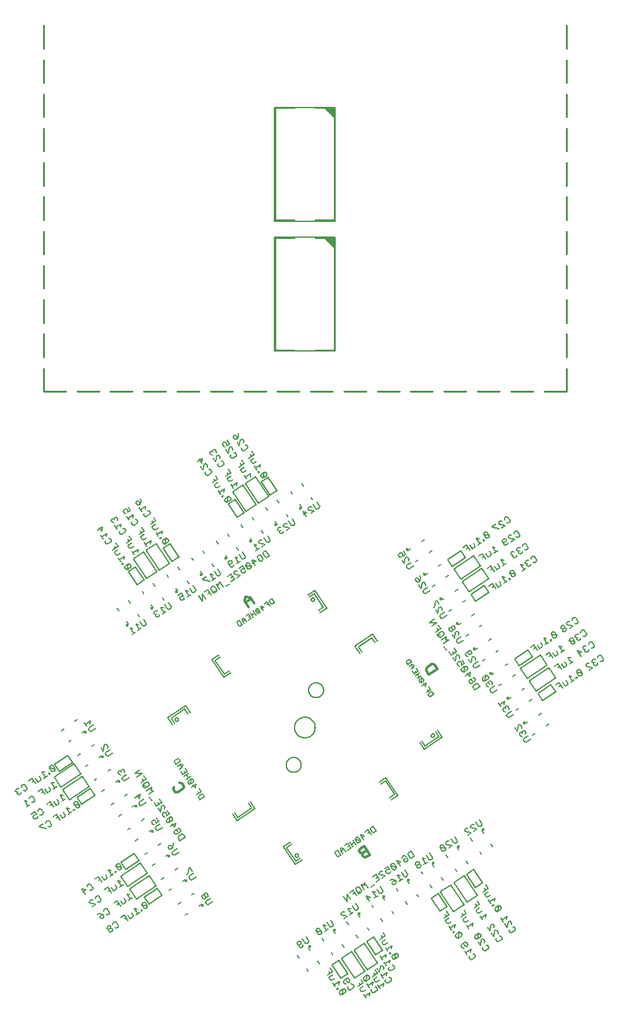
<source format=gbo>
G75*
%MOIN*%
%OFA0B0*%
%FSLAX25Y25*%
%IPPOS*%
%LPD*%
%AMOC8*
5,1,8,0,0,1.08239X$1,22.5*
%
%ADD10C,0.01000*%
%ADD11C,0.00500*%
%ADD12C,0.01300*%
%ADD13C,0.00600*%
%ADD14C,0.01200*%
%ADD15C,0.01575*%
%ADD16C,0.00700*%
%ADD17C,0.00000*%
%ADD18C,0.00001*%
%ADD19R,0.01000X0.60000*%
%ADD20R,0.11000X0.01000*%
D10*
X0044557Y0343770D02*
X0044557Y0355939D01*
X0044557Y0361844D02*
X0044557Y0374013D01*
X0044557Y0379918D02*
X0044557Y0392087D01*
X0044557Y0397993D02*
X0044557Y0410162D01*
X0044557Y0416067D02*
X0044557Y0428236D01*
X0044557Y0434142D02*
X0044557Y0446311D01*
X0044557Y0452216D02*
X0044557Y0464385D01*
X0044557Y0470291D02*
X0044557Y0482460D01*
X0044557Y0488365D02*
X0044557Y0500534D01*
X0044557Y0506440D02*
X0044557Y0518608D01*
X0044557Y0524514D02*
X0044557Y0536683D01*
X0044557Y0343770D02*
X0056245Y0343770D01*
X0062151Y0343770D02*
X0073839Y0343770D01*
X0079744Y0343770D02*
X0091432Y0343770D01*
X0097338Y0343770D02*
X0109026Y0343770D01*
X0114931Y0343770D02*
X0126619Y0343770D01*
X0132525Y0343770D02*
X0144213Y0343770D01*
X0150118Y0343770D02*
X0161806Y0343770D01*
X0167712Y0343770D02*
X0179400Y0343770D01*
X0185305Y0343770D02*
X0196993Y0343770D01*
X0202899Y0343770D02*
X0214587Y0343770D01*
X0220492Y0343770D02*
X0232180Y0343770D01*
X0238086Y0343770D02*
X0249774Y0343770D01*
X0255679Y0343770D02*
X0267367Y0343770D01*
X0273273Y0343770D02*
X0284961Y0343770D01*
X0290866Y0343770D02*
X0302554Y0343770D01*
X0308460Y0343770D02*
X0320148Y0343770D01*
X0320148Y0355938D01*
X0320148Y0361844D02*
X0320148Y0374013D01*
X0320148Y0379918D02*
X0320148Y0392087D01*
X0320148Y0397993D02*
X0320148Y0410162D01*
X0320148Y0416067D02*
X0320148Y0428236D01*
X0320148Y0434142D02*
X0320148Y0446311D01*
X0320148Y0452216D02*
X0320148Y0464385D01*
X0320148Y0470291D02*
X0320148Y0482460D01*
X0320148Y0488365D02*
X0320148Y0500534D01*
X0320148Y0506440D02*
X0320148Y0518608D01*
X0320148Y0524514D02*
X0320148Y0536683D01*
D11*
X0198352Y0493467D02*
X0198352Y0433467D01*
X0166352Y0433467D01*
X0166352Y0493467D01*
X0198352Y0493467D01*
X0198352Y0424951D02*
X0166352Y0424951D01*
X0166352Y0364951D01*
X0198352Y0364951D01*
X0198352Y0424951D01*
X0180674Y0295117D02*
X0181555Y0293811D01*
X0175680Y0289849D02*
X0174799Y0291154D01*
X0167619Y0286311D02*
X0168499Y0285005D01*
X0164022Y0289096D02*
X0167670Y0291556D01*
X0162973Y0298520D01*
X0159325Y0296059D01*
X0164022Y0289096D01*
X0163180Y0288467D02*
X0157791Y0284832D01*
X0150801Y0295195D01*
X0156190Y0298830D01*
X0163180Y0288467D01*
X0161744Y0282348D02*
X0162624Y0281043D01*
X0166587Y0275167D02*
X0167468Y0273862D01*
X0173343Y0277825D02*
X0172462Y0279130D01*
X0179643Y0283974D02*
X0180523Y0282668D01*
X0186398Y0286631D02*
X0185518Y0287936D01*
X0159406Y0270324D02*
X0160287Y0269018D01*
X0154412Y0265056D02*
X0153531Y0266361D01*
X0149569Y0272236D02*
X0148688Y0273542D01*
X0146613Y0277352D02*
X0150260Y0279813D01*
X0145563Y0286777D01*
X0141915Y0284316D01*
X0146613Y0277352D01*
X0151159Y0280359D02*
X0156547Y0283993D01*
X0149558Y0294356D01*
X0144169Y0290722D01*
X0151159Y0280359D01*
X0154563Y0277505D02*
X0155444Y0276199D01*
X0146351Y0261518D02*
X0147231Y0260212D01*
X0141356Y0256249D02*
X0140476Y0257555D01*
X0136513Y0263430D02*
X0135632Y0264736D01*
X0141507Y0268698D02*
X0142388Y0267393D01*
X0133295Y0252712D02*
X0134176Y0251406D01*
X0128301Y0247443D02*
X0127420Y0248749D01*
X0123457Y0254624D02*
X0122577Y0255930D01*
X0115855Y0256606D02*
X0112208Y0254146D01*
X0107510Y0261110D01*
X0111158Y0263570D01*
X0115855Y0256606D01*
X0115396Y0251086D02*
X0116277Y0249781D01*
X0110951Y0253238D02*
X0105562Y0249603D01*
X0098572Y0259966D01*
X0103961Y0263601D01*
X0110951Y0253238D01*
X0109521Y0247123D02*
X0110402Y0245818D01*
X0114364Y0239943D02*
X0115245Y0238637D01*
X0121120Y0242600D02*
X0120239Y0243906D01*
X0107184Y0235099D02*
X0108064Y0233794D01*
X0102189Y0229831D02*
X0101309Y0231137D01*
X0097346Y0237012D02*
X0096465Y0238317D01*
X0093969Y0241844D02*
X0097617Y0244304D01*
X0092919Y0251268D01*
X0089272Y0248808D01*
X0093969Y0241844D01*
X0089285Y0233474D02*
X0090165Y0232168D01*
X0084290Y0228205D02*
X0083410Y0229511D01*
X0088253Y0222330D02*
X0089134Y0221025D01*
X0095009Y0224988D02*
X0094128Y0226293D01*
X0103221Y0240974D02*
X0102340Y0242280D01*
X0098929Y0245130D02*
X0104318Y0248764D01*
X0097328Y0259127D01*
X0091940Y0255492D01*
X0098929Y0245130D01*
X0128452Y0259892D02*
X0129332Y0258587D01*
X0136888Y0204776D02*
X0133298Y0202354D01*
X0139638Y0192954D01*
X0143228Y0195376D01*
X0142480Y0196485D02*
X0139869Y0194724D01*
X0135025Y0201905D01*
X0137636Y0203666D01*
X0119457Y0178071D02*
X0121879Y0174481D01*
X0120769Y0173732D02*
X0119008Y0176343D01*
X0111827Y0171500D01*
X0113588Y0168889D01*
X0112479Y0168140D02*
X0110057Y0171731D01*
X0119457Y0178071D01*
X0113984Y0170820D02*
X0113986Y0170880D01*
X0113992Y0170939D01*
X0114002Y0170998D01*
X0114016Y0171056D01*
X0114033Y0171113D01*
X0114055Y0171169D01*
X0114080Y0171223D01*
X0114109Y0171276D01*
X0114141Y0171326D01*
X0114176Y0171374D01*
X0114215Y0171420D01*
X0114256Y0171463D01*
X0114301Y0171503D01*
X0114348Y0171540D01*
X0114397Y0171574D01*
X0114448Y0171604D01*
X0114502Y0171631D01*
X0114557Y0171654D01*
X0114613Y0171674D01*
X0114671Y0171690D01*
X0114729Y0171702D01*
X0114789Y0171710D01*
X0114848Y0171714D01*
X0114908Y0171714D01*
X0114967Y0171710D01*
X0115027Y0171702D01*
X0115085Y0171690D01*
X0115143Y0171674D01*
X0115199Y0171654D01*
X0115254Y0171631D01*
X0115308Y0171604D01*
X0115359Y0171574D01*
X0115408Y0171540D01*
X0115455Y0171503D01*
X0115500Y0171463D01*
X0115541Y0171420D01*
X0115580Y0171374D01*
X0115615Y0171326D01*
X0115647Y0171276D01*
X0115676Y0171223D01*
X0115701Y0171169D01*
X0115723Y0171113D01*
X0115740Y0171056D01*
X0115754Y0170998D01*
X0115764Y0170939D01*
X0115770Y0170880D01*
X0115772Y0170820D01*
X0115770Y0170760D01*
X0115764Y0170701D01*
X0115754Y0170642D01*
X0115740Y0170584D01*
X0115723Y0170527D01*
X0115701Y0170471D01*
X0115676Y0170417D01*
X0115647Y0170364D01*
X0115615Y0170314D01*
X0115580Y0170266D01*
X0115541Y0170220D01*
X0115500Y0170177D01*
X0115455Y0170137D01*
X0115408Y0170100D01*
X0115359Y0170066D01*
X0115308Y0170036D01*
X0115254Y0170009D01*
X0115199Y0169986D01*
X0115143Y0169966D01*
X0115085Y0169950D01*
X0115027Y0169938D01*
X0114967Y0169930D01*
X0114908Y0169926D01*
X0114848Y0169926D01*
X0114789Y0169930D01*
X0114729Y0169938D01*
X0114671Y0169950D01*
X0114613Y0169966D01*
X0114557Y0169986D01*
X0114502Y0170009D01*
X0114448Y0170036D01*
X0114397Y0170066D01*
X0114348Y0170100D01*
X0114301Y0170137D01*
X0114256Y0170177D01*
X0114215Y0170220D01*
X0114176Y0170266D01*
X0114141Y0170314D01*
X0114109Y0170364D01*
X0114080Y0170417D01*
X0114055Y0170471D01*
X0114033Y0170527D01*
X0114016Y0170584D01*
X0114002Y0170642D01*
X0113992Y0170701D01*
X0113986Y0170760D01*
X0113984Y0170820D01*
X0088744Y0131483D02*
X0087439Y0130603D01*
X0081564Y0126640D02*
X0080258Y0125759D01*
X0084221Y0119884D02*
X0085526Y0120765D01*
X0090370Y0113584D02*
X0089064Y0112704D01*
X0093027Y0106829D02*
X0094333Y0107709D01*
X0092350Y0100107D02*
X0094811Y0096460D01*
X0087847Y0091762D01*
X0085386Y0095410D01*
X0092350Y0100107D01*
X0097870Y0099648D02*
X0099176Y0100529D01*
X0095719Y0095203D02*
X0099354Y0089814D01*
X0088991Y0082824D01*
X0085356Y0088213D01*
X0095719Y0095203D01*
X0101833Y0093773D02*
X0103139Y0094654D01*
X0109014Y0098616D02*
X0110319Y0099497D01*
X0115163Y0092316D02*
X0113857Y0091436D01*
X0117820Y0085561D02*
X0119126Y0086441D01*
X0123969Y0079261D02*
X0122663Y0078380D01*
X0116788Y0074417D02*
X0115483Y0073537D01*
X0119446Y0067661D02*
X0120751Y0068542D01*
X0126626Y0072505D02*
X0127932Y0073385D01*
X0111945Y0081598D02*
X0110639Y0080717D01*
X0107113Y0078221D02*
X0104652Y0081868D01*
X0097688Y0077171D01*
X0100149Y0073523D01*
X0107113Y0078221D01*
X0103827Y0083181D02*
X0100192Y0088570D01*
X0089829Y0081580D01*
X0093464Y0076192D01*
X0103827Y0083181D01*
X0106677Y0086592D02*
X0107982Y0087473D01*
X0105051Y0104491D02*
X0106357Y0105372D01*
X0101513Y0112553D02*
X0100208Y0111672D01*
X0096245Y0117547D02*
X0097551Y0118428D01*
X0092707Y0125608D02*
X0091402Y0124728D01*
X0082595Y0137783D02*
X0083901Y0138664D01*
X0079938Y0144539D02*
X0078633Y0143658D01*
X0076720Y0133821D02*
X0075415Y0132940D01*
X0071604Y0130864D02*
X0069144Y0134512D01*
X0062180Y0129815D01*
X0064640Y0126167D01*
X0071604Y0130864D01*
X0068598Y0135411D02*
X0064963Y0140799D01*
X0054600Y0133810D01*
X0058235Y0128421D01*
X0068598Y0135411D01*
X0071452Y0138815D02*
X0072758Y0139696D01*
X0067914Y0146876D02*
X0066609Y0145996D01*
X0064124Y0142043D02*
X0060490Y0147432D01*
X0050127Y0140442D01*
X0053761Y0135053D01*
X0064124Y0142043D01*
X0059861Y0148274D02*
X0057401Y0151922D01*
X0050437Y0147225D01*
X0052897Y0143577D01*
X0059861Y0148274D01*
X0062646Y0151871D02*
X0063951Y0152751D01*
X0059108Y0159932D02*
X0057802Y0159051D01*
X0053840Y0164926D02*
X0055145Y0165807D01*
X0061020Y0169770D02*
X0062326Y0170650D01*
X0066289Y0164775D02*
X0064983Y0163895D01*
X0069826Y0156714D02*
X0071132Y0157595D01*
X0075095Y0151720D02*
X0073789Y0150839D01*
X0144181Y0121140D02*
X0146603Y0117549D01*
X0156003Y0123890D01*
X0153581Y0127480D01*
X0152471Y0126732D02*
X0154232Y0124121D01*
X0147052Y0119277D01*
X0145291Y0121888D01*
X0170886Y0103709D02*
X0174476Y0106131D01*
X0175224Y0105021D02*
X0172613Y0103260D01*
X0177457Y0096079D01*
X0180068Y0097840D01*
X0180816Y0096731D02*
X0177226Y0094309D01*
X0170886Y0103709D01*
X0177243Y0099130D02*
X0177245Y0099190D01*
X0177251Y0099249D01*
X0177261Y0099308D01*
X0177275Y0099366D01*
X0177292Y0099423D01*
X0177314Y0099479D01*
X0177339Y0099533D01*
X0177368Y0099586D01*
X0177400Y0099636D01*
X0177435Y0099684D01*
X0177474Y0099730D01*
X0177515Y0099773D01*
X0177560Y0099813D01*
X0177607Y0099850D01*
X0177656Y0099884D01*
X0177707Y0099914D01*
X0177761Y0099941D01*
X0177816Y0099964D01*
X0177872Y0099984D01*
X0177930Y0100000D01*
X0177988Y0100012D01*
X0178048Y0100020D01*
X0178107Y0100024D01*
X0178167Y0100024D01*
X0178226Y0100020D01*
X0178286Y0100012D01*
X0178344Y0100000D01*
X0178402Y0099984D01*
X0178458Y0099964D01*
X0178513Y0099941D01*
X0178567Y0099914D01*
X0178618Y0099884D01*
X0178667Y0099850D01*
X0178714Y0099813D01*
X0178759Y0099773D01*
X0178800Y0099730D01*
X0178839Y0099684D01*
X0178874Y0099636D01*
X0178906Y0099586D01*
X0178935Y0099533D01*
X0178960Y0099479D01*
X0178982Y0099423D01*
X0178999Y0099366D01*
X0179013Y0099308D01*
X0179023Y0099249D01*
X0179029Y0099190D01*
X0179031Y0099130D01*
X0179029Y0099070D01*
X0179023Y0099011D01*
X0179013Y0098952D01*
X0178999Y0098894D01*
X0178982Y0098837D01*
X0178960Y0098781D01*
X0178935Y0098727D01*
X0178906Y0098674D01*
X0178874Y0098624D01*
X0178839Y0098576D01*
X0178800Y0098530D01*
X0178759Y0098487D01*
X0178714Y0098447D01*
X0178667Y0098410D01*
X0178618Y0098376D01*
X0178567Y0098346D01*
X0178513Y0098319D01*
X0178458Y0098296D01*
X0178402Y0098276D01*
X0178344Y0098260D01*
X0178286Y0098248D01*
X0178226Y0098240D01*
X0178167Y0098236D01*
X0178107Y0098236D01*
X0178048Y0098240D01*
X0177988Y0098248D01*
X0177930Y0098260D01*
X0177872Y0098276D01*
X0177816Y0098296D01*
X0177761Y0098319D01*
X0177707Y0098346D01*
X0177656Y0098376D01*
X0177607Y0098410D01*
X0177560Y0098447D01*
X0177515Y0098487D01*
X0177474Y0098530D01*
X0177435Y0098576D01*
X0177400Y0098624D01*
X0177368Y0098674D01*
X0177339Y0098727D01*
X0177314Y0098781D01*
X0177292Y0098837D01*
X0177275Y0098894D01*
X0177261Y0098952D01*
X0177251Y0099011D01*
X0177245Y0099070D01*
X0177243Y0099130D01*
X0197237Y0059347D02*
X0198118Y0058041D01*
X0202080Y0052166D02*
X0202961Y0050860D01*
X0206914Y0048376D02*
X0201525Y0044742D01*
X0208515Y0034379D01*
X0213904Y0038013D01*
X0206914Y0048376D01*
X0208157Y0049215D02*
X0213546Y0052850D01*
X0220536Y0042487D01*
X0215147Y0038852D01*
X0208157Y0049215D01*
X0214859Y0053675D02*
X0218507Y0056136D01*
X0223204Y0049172D01*
X0219556Y0046711D01*
X0214859Y0053675D01*
X0210142Y0055704D02*
X0209261Y0057009D01*
X0215136Y0060972D02*
X0216017Y0059667D01*
X0223197Y0064510D02*
X0222317Y0065816D01*
X0218354Y0071691D02*
X0217473Y0072996D01*
X0223348Y0076959D02*
X0224229Y0075654D01*
X0228192Y0069778D02*
X0229072Y0068473D01*
X0236253Y0073316D02*
X0235372Y0074622D01*
X0231410Y0080497D02*
X0230529Y0081802D01*
X0236404Y0085765D02*
X0237285Y0084460D01*
X0241247Y0078585D02*
X0242128Y0077279D01*
X0248849Y0076602D02*
X0252497Y0079063D01*
X0257194Y0072099D01*
X0253547Y0069638D01*
X0248849Y0076602D01*
X0249309Y0082122D02*
X0248428Y0083428D01*
X0253754Y0079971D02*
X0259143Y0083605D01*
X0266133Y0073243D01*
X0260744Y0069608D01*
X0253754Y0079971D01*
X0255184Y0086085D02*
X0254303Y0087391D01*
X0250340Y0093266D02*
X0249460Y0094571D01*
X0243585Y0090609D02*
X0244465Y0089303D01*
X0257521Y0098109D02*
X0256640Y0099415D01*
X0262515Y0103378D02*
X0263396Y0102072D01*
X0267359Y0096197D02*
X0268239Y0094891D01*
X0271151Y0091644D02*
X0267503Y0089184D01*
X0272200Y0082220D01*
X0275848Y0084680D01*
X0271151Y0091644D01*
X0266190Y0088359D02*
X0273180Y0077996D01*
X0267791Y0074361D01*
X0260801Y0084724D01*
X0266190Y0088359D01*
X0262364Y0090929D02*
X0261484Y0092234D01*
X0270577Y0106915D02*
X0269696Y0108221D01*
X0275571Y0112184D02*
X0276452Y0110878D01*
X0280415Y0105003D02*
X0281295Y0103698D01*
X0275420Y0099735D02*
X0274539Y0101040D01*
X0245248Y0155137D02*
X0242826Y0158728D01*
X0243936Y0159476D02*
X0245697Y0156865D01*
X0252878Y0161709D01*
X0251116Y0164320D01*
X0252226Y0165068D02*
X0254648Y0161478D01*
X0245248Y0155137D01*
X0248933Y0162389D02*
X0248935Y0162449D01*
X0248941Y0162508D01*
X0248951Y0162567D01*
X0248965Y0162625D01*
X0248982Y0162682D01*
X0249004Y0162738D01*
X0249029Y0162792D01*
X0249058Y0162845D01*
X0249090Y0162895D01*
X0249125Y0162943D01*
X0249164Y0162989D01*
X0249205Y0163032D01*
X0249250Y0163072D01*
X0249297Y0163109D01*
X0249346Y0163143D01*
X0249397Y0163173D01*
X0249451Y0163200D01*
X0249506Y0163223D01*
X0249562Y0163243D01*
X0249620Y0163259D01*
X0249678Y0163271D01*
X0249738Y0163279D01*
X0249797Y0163283D01*
X0249857Y0163283D01*
X0249916Y0163279D01*
X0249976Y0163271D01*
X0250034Y0163259D01*
X0250092Y0163243D01*
X0250148Y0163223D01*
X0250203Y0163200D01*
X0250257Y0163173D01*
X0250308Y0163143D01*
X0250357Y0163109D01*
X0250404Y0163072D01*
X0250449Y0163032D01*
X0250490Y0162989D01*
X0250529Y0162943D01*
X0250564Y0162895D01*
X0250596Y0162845D01*
X0250625Y0162792D01*
X0250650Y0162738D01*
X0250672Y0162682D01*
X0250689Y0162625D01*
X0250703Y0162567D01*
X0250713Y0162508D01*
X0250719Y0162449D01*
X0250721Y0162389D01*
X0250719Y0162329D01*
X0250713Y0162270D01*
X0250703Y0162211D01*
X0250689Y0162153D01*
X0250672Y0162096D01*
X0250650Y0162040D01*
X0250625Y0161986D01*
X0250596Y0161933D01*
X0250564Y0161883D01*
X0250529Y0161835D01*
X0250490Y0161789D01*
X0250449Y0161746D01*
X0250404Y0161706D01*
X0250357Y0161669D01*
X0250308Y0161635D01*
X0250257Y0161605D01*
X0250203Y0161578D01*
X0250148Y0161555D01*
X0250092Y0161535D01*
X0250034Y0161519D01*
X0249976Y0161507D01*
X0249916Y0161499D01*
X0249857Y0161495D01*
X0249797Y0161495D01*
X0249738Y0161499D01*
X0249678Y0161507D01*
X0249620Y0161519D01*
X0249562Y0161535D01*
X0249506Y0161555D01*
X0249451Y0161578D01*
X0249397Y0161605D01*
X0249346Y0161635D01*
X0249297Y0161669D01*
X0249250Y0161706D01*
X0249205Y0161746D01*
X0249164Y0161789D01*
X0249125Y0161835D01*
X0249090Y0161883D01*
X0249058Y0161933D01*
X0249029Y0161986D01*
X0249004Y0162040D01*
X0248982Y0162096D01*
X0248965Y0162153D01*
X0248951Y0162211D01*
X0248941Y0162270D01*
X0248935Y0162329D01*
X0248933Y0162389D01*
X0225067Y0140255D02*
X0231407Y0130854D01*
X0227817Y0128433D01*
X0227068Y0129543D02*
X0229679Y0131304D01*
X0224836Y0138484D01*
X0222225Y0136723D01*
X0221476Y0137833D02*
X0225067Y0140255D01*
X0184321Y0186289D02*
X0184323Y0186414D01*
X0184329Y0186539D01*
X0184339Y0186663D01*
X0184353Y0186787D01*
X0184370Y0186911D01*
X0184392Y0187034D01*
X0184418Y0187156D01*
X0184447Y0187278D01*
X0184480Y0187398D01*
X0184518Y0187517D01*
X0184558Y0187636D01*
X0184603Y0187752D01*
X0184651Y0187867D01*
X0184703Y0187981D01*
X0184759Y0188093D01*
X0184818Y0188203D01*
X0184880Y0188311D01*
X0184946Y0188418D01*
X0185015Y0188522D01*
X0185088Y0188623D01*
X0185163Y0188723D01*
X0185242Y0188820D01*
X0185324Y0188914D01*
X0185409Y0189006D01*
X0185496Y0189095D01*
X0185587Y0189181D01*
X0185680Y0189264D01*
X0185776Y0189345D01*
X0185874Y0189422D01*
X0185974Y0189496D01*
X0186077Y0189567D01*
X0186182Y0189634D01*
X0186290Y0189699D01*
X0186399Y0189759D01*
X0186510Y0189817D01*
X0186623Y0189870D01*
X0186737Y0189920D01*
X0186853Y0189967D01*
X0186970Y0190009D01*
X0187089Y0190048D01*
X0187209Y0190084D01*
X0187330Y0190115D01*
X0187452Y0190143D01*
X0187574Y0190166D01*
X0187698Y0190186D01*
X0187822Y0190202D01*
X0187946Y0190214D01*
X0188071Y0190222D01*
X0188196Y0190226D01*
X0188320Y0190226D01*
X0188445Y0190222D01*
X0188570Y0190214D01*
X0188694Y0190202D01*
X0188818Y0190186D01*
X0188942Y0190166D01*
X0189064Y0190143D01*
X0189186Y0190115D01*
X0189307Y0190084D01*
X0189427Y0190048D01*
X0189546Y0190009D01*
X0189663Y0189967D01*
X0189779Y0189920D01*
X0189893Y0189870D01*
X0190006Y0189817D01*
X0190117Y0189759D01*
X0190227Y0189699D01*
X0190334Y0189634D01*
X0190439Y0189567D01*
X0190542Y0189496D01*
X0190642Y0189422D01*
X0190740Y0189345D01*
X0190836Y0189264D01*
X0190929Y0189181D01*
X0191020Y0189095D01*
X0191107Y0189006D01*
X0191192Y0188914D01*
X0191274Y0188820D01*
X0191353Y0188723D01*
X0191428Y0188623D01*
X0191501Y0188522D01*
X0191570Y0188418D01*
X0191636Y0188311D01*
X0191698Y0188203D01*
X0191757Y0188093D01*
X0191813Y0187981D01*
X0191865Y0187867D01*
X0191913Y0187752D01*
X0191958Y0187636D01*
X0191998Y0187517D01*
X0192036Y0187398D01*
X0192069Y0187278D01*
X0192098Y0187156D01*
X0192124Y0187034D01*
X0192146Y0186911D01*
X0192163Y0186787D01*
X0192177Y0186663D01*
X0192187Y0186539D01*
X0192193Y0186414D01*
X0192195Y0186289D01*
X0192193Y0186164D01*
X0192187Y0186039D01*
X0192177Y0185915D01*
X0192163Y0185791D01*
X0192146Y0185667D01*
X0192124Y0185544D01*
X0192098Y0185422D01*
X0192069Y0185300D01*
X0192036Y0185180D01*
X0191998Y0185061D01*
X0191958Y0184942D01*
X0191913Y0184826D01*
X0191865Y0184711D01*
X0191813Y0184597D01*
X0191757Y0184485D01*
X0191698Y0184375D01*
X0191636Y0184267D01*
X0191570Y0184160D01*
X0191501Y0184056D01*
X0191428Y0183955D01*
X0191353Y0183855D01*
X0191274Y0183758D01*
X0191192Y0183664D01*
X0191107Y0183572D01*
X0191020Y0183483D01*
X0190929Y0183397D01*
X0190836Y0183314D01*
X0190740Y0183233D01*
X0190642Y0183156D01*
X0190542Y0183082D01*
X0190439Y0183011D01*
X0190334Y0182944D01*
X0190226Y0182879D01*
X0190117Y0182819D01*
X0190006Y0182761D01*
X0189893Y0182708D01*
X0189779Y0182658D01*
X0189663Y0182611D01*
X0189546Y0182569D01*
X0189427Y0182530D01*
X0189307Y0182494D01*
X0189186Y0182463D01*
X0189064Y0182435D01*
X0188942Y0182412D01*
X0188818Y0182392D01*
X0188694Y0182376D01*
X0188570Y0182364D01*
X0188445Y0182356D01*
X0188320Y0182352D01*
X0188196Y0182352D01*
X0188071Y0182356D01*
X0187946Y0182364D01*
X0187822Y0182376D01*
X0187698Y0182392D01*
X0187574Y0182412D01*
X0187452Y0182435D01*
X0187330Y0182463D01*
X0187209Y0182494D01*
X0187089Y0182530D01*
X0186970Y0182569D01*
X0186853Y0182611D01*
X0186737Y0182658D01*
X0186623Y0182708D01*
X0186510Y0182761D01*
X0186399Y0182819D01*
X0186289Y0182879D01*
X0186182Y0182944D01*
X0186077Y0183011D01*
X0185974Y0183082D01*
X0185874Y0183156D01*
X0185776Y0183233D01*
X0185680Y0183314D01*
X0185587Y0183397D01*
X0185496Y0183483D01*
X0185409Y0183572D01*
X0185324Y0183664D01*
X0185242Y0183758D01*
X0185163Y0183855D01*
X0185088Y0183955D01*
X0185015Y0184056D01*
X0184946Y0184160D01*
X0184880Y0184267D01*
X0184818Y0184375D01*
X0184759Y0184485D01*
X0184703Y0184597D01*
X0184651Y0184711D01*
X0184603Y0184826D01*
X0184558Y0184942D01*
X0184518Y0185061D01*
X0184480Y0185180D01*
X0184447Y0185300D01*
X0184418Y0185422D01*
X0184392Y0185544D01*
X0184370Y0185667D01*
X0184353Y0185791D01*
X0184339Y0185915D01*
X0184329Y0186039D01*
X0184323Y0186164D01*
X0184321Y0186289D01*
X0176916Y0166604D02*
X0176918Y0166751D01*
X0176924Y0166898D01*
X0176934Y0167045D01*
X0176948Y0167192D01*
X0176966Y0167338D01*
X0176988Y0167483D01*
X0177013Y0167628D01*
X0177043Y0167773D01*
X0177077Y0167916D01*
X0177114Y0168058D01*
X0177155Y0168200D01*
X0177201Y0168340D01*
X0177249Y0168479D01*
X0177302Y0168616D01*
X0177358Y0168752D01*
X0177418Y0168887D01*
X0177482Y0169019D01*
X0177549Y0169150D01*
X0177620Y0169279D01*
X0177694Y0169407D01*
X0177772Y0169532D01*
X0177853Y0169655D01*
X0177937Y0169775D01*
X0178024Y0169894D01*
X0178115Y0170010D01*
X0178209Y0170123D01*
X0178306Y0170234D01*
X0178405Y0170342D01*
X0178508Y0170448D01*
X0178614Y0170551D01*
X0178722Y0170650D01*
X0178833Y0170747D01*
X0178946Y0170841D01*
X0179062Y0170932D01*
X0179181Y0171019D01*
X0179301Y0171103D01*
X0179424Y0171184D01*
X0179549Y0171262D01*
X0179677Y0171336D01*
X0179806Y0171407D01*
X0179937Y0171474D01*
X0180069Y0171538D01*
X0180204Y0171598D01*
X0180340Y0171654D01*
X0180477Y0171707D01*
X0180616Y0171755D01*
X0180756Y0171801D01*
X0180898Y0171842D01*
X0181040Y0171879D01*
X0181183Y0171913D01*
X0181328Y0171943D01*
X0181473Y0171968D01*
X0181618Y0171990D01*
X0181764Y0172008D01*
X0181911Y0172022D01*
X0182058Y0172032D01*
X0182205Y0172038D01*
X0182352Y0172040D01*
X0182499Y0172038D01*
X0182646Y0172032D01*
X0182793Y0172022D01*
X0182940Y0172008D01*
X0183086Y0171990D01*
X0183231Y0171968D01*
X0183376Y0171943D01*
X0183521Y0171913D01*
X0183664Y0171879D01*
X0183806Y0171842D01*
X0183948Y0171801D01*
X0184088Y0171755D01*
X0184227Y0171707D01*
X0184364Y0171654D01*
X0184500Y0171598D01*
X0184635Y0171538D01*
X0184767Y0171474D01*
X0184898Y0171407D01*
X0185027Y0171336D01*
X0185155Y0171262D01*
X0185280Y0171184D01*
X0185403Y0171103D01*
X0185523Y0171019D01*
X0185642Y0170932D01*
X0185758Y0170841D01*
X0185871Y0170747D01*
X0185982Y0170650D01*
X0186090Y0170551D01*
X0186196Y0170448D01*
X0186299Y0170342D01*
X0186398Y0170234D01*
X0186495Y0170123D01*
X0186589Y0170010D01*
X0186680Y0169894D01*
X0186767Y0169775D01*
X0186851Y0169655D01*
X0186932Y0169532D01*
X0187010Y0169407D01*
X0187084Y0169279D01*
X0187155Y0169150D01*
X0187222Y0169019D01*
X0187286Y0168887D01*
X0187346Y0168752D01*
X0187402Y0168616D01*
X0187455Y0168479D01*
X0187503Y0168340D01*
X0187549Y0168200D01*
X0187590Y0168058D01*
X0187627Y0167916D01*
X0187661Y0167773D01*
X0187691Y0167628D01*
X0187716Y0167483D01*
X0187738Y0167338D01*
X0187756Y0167192D01*
X0187770Y0167045D01*
X0187780Y0166898D01*
X0187786Y0166751D01*
X0187788Y0166604D01*
X0187786Y0166457D01*
X0187780Y0166310D01*
X0187770Y0166163D01*
X0187756Y0166016D01*
X0187738Y0165870D01*
X0187716Y0165725D01*
X0187691Y0165580D01*
X0187661Y0165435D01*
X0187627Y0165292D01*
X0187590Y0165150D01*
X0187549Y0165008D01*
X0187503Y0164868D01*
X0187455Y0164729D01*
X0187402Y0164592D01*
X0187346Y0164456D01*
X0187286Y0164321D01*
X0187222Y0164189D01*
X0187155Y0164058D01*
X0187084Y0163929D01*
X0187010Y0163801D01*
X0186932Y0163676D01*
X0186851Y0163553D01*
X0186767Y0163433D01*
X0186680Y0163314D01*
X0186589Y0163198D01*
X0186495Y0163085D01*
X0186398Y0162974D01*
X0186299Y0162866D01*
X0186196Y0162760D01*
X0186090Y0162657D01*
X0185982Y0162558D01*
X0185871Y0162461D01*
X0185758Y0162367D01*
X0185642Y0162276D01*
X0185523Y0162189D01*
X0185403Y0162105D01*
X0185280Y0162024D01*
X0185155Y0161946D01*
X0185027Y0161872D01*
X0184898Y0161801D01*
X0184767Y0161734D01*
X0184635Y0161670D01*
X0184500Y0161610D01*
X0184364Y0161554D01*
X0184227Y0161501D01*
X0184088Y0161453D01*
X0183948Y0161407D01*
X0183806Y0161366D01*
X0183664Y0161329D01*
X0183521Y0161295D01*
X0183376Y0161265D01*
X0183231Y0161240D01*
X0183086Y0161218D01*
X0182940Y0161200D01*
X0182793Y0161186D01*
X0182646Y0161176D01*
X0182499Y0161170D01*
X0182352Y0161168D01*
X0182205Y0161170D01*
X0182058Y0161176D01*
X0181911Y0161186D01*
X0181764Y0161200D01*
X0181618Y0161218D01*
X0181473Y0161240D01*
X0181328Y0161265D01*
X0181183Y0161295D01*
X0181040Y0161329D01*
X0180898Y0161366D01*
X0180756Y0161407D01*
X0180616Y0161453D01*
X0180477Y0161501D01*
X0180340Y0161554D01*
X0180204Y0161610D01*
X0180069Y0161670D01*
X0179937Y0161734D01*
X0179806Y0161801D01*
X0179677Y0161872D01*
X0179549Y0161946D01*
X0179424Y0162024D01*
X0179301Y0162105D01*
X0179181Y0162189D01*
X0179062Y0162276D01*
X0178946Y0162367D01*
X0178833Y0162461D01*
X0178722Y0162558D01*
X0178614Y0162657D01*
X0178508Y0162760D01*
X0178405Y0162866D01*
X0178306Y0162974D01*
X0178209Y0163085D01*
X0178115Y0163198D01*
X0178024Y0163314D01*
X0177937Y0163433D01*
X0177853Y0163553D01*
X0177772Y0163676D01*
X0177694Y0163801D01*
X0177620Y0163929D01*
X0177549Y0164058D01*
X0177482Y0164189D01*
X0177418Y0164321D01*
X0177358Y0164456D01*
X0177302Y0164592D01*
X0177249Y0164729D01*
X0177201Y0164868D01*
X0177155Y0165008D01*
X0177114Y0165150D01*
X0177077Y0165292D01*
X0177043Y0165435D01*
X0177013Y0165580D01*
X0176988Y0165725D01*
X0176966Y0165870D01*
X0176948Y0166016D01*
X0176934Y0166163D01*
X0176924Y0166310D01*
X0176918Y0166457D01*
X0176916Y0166604D01*
X0172510Y0146919D02*
X0172512Y0147044D01*
X0172518Y0147169D01*
X0172528Y0147293D01*
X0172542Y0147417D01*
X0172559Y0147541D01*
X0172581Y0147664D01*
X0172607Y0147786D01*
X0172636Y0147908D01*
X0172669Y0148028D01*
X0172707Y0148147D01*
X0172747Y0148266D01*
X0172792Y0148382D01*
X0172840Y0148497D01*
X0172892Y0148611D01*
X0172948Y0148723D01*
X0173007Y0148833D01*
X0173069Y0148941D01*
X0173135Y0149048D01*
X0173204Y0149152D01*
X0173277Y0149253D01*
X0173352Y0149353D01*
X0173431Y0149450D01*
X0173513Y0149544D01*
X0173598Y0149636D01*
X0173685Y0149725D01*
X0173776Y0149811D01*
X0173869Y0149894D01*
X0173965Y0149975D01*
X0174063Y0150052D01*
X0174163Y0150126D01*
X0174266Y0150197D01*
X0174371Y0150264D01*
X0174479Y0150329D01*
X0174588Y0150389D01*
X0174699Y0150447D01*
X0174812Y0150500D01*
X0174926Y0150550D01*
X0175042Y0150597D01*
X0175159Y0150639D01*
X0175278Y0150678D01*
X0175398Y0150714D01*
X0175519Y0150745D01*
X0175641Y0150773D01*
X0175763Y0150796D01*
X0175887Y0150816D01*
X0176011Y0150832D01*
X0176135Y0150844D01*
X0176260Y0150852D01*
X0176385Y0150856D01*
X0176509Y0150856D01*
X0176634Y0150852D01*
X0176759Y0150844D01*
X0176883Y0150832D01*
X0177007Y0150816D01*
X0177131Y0150796D01*
X0177253Y0150773D01*
X0177375Y0150745D01*
X0177496Y0150714D01*
X0177616Y0150678D01*
X0177735Y0150639D01*
X0177852Y0150597D01*
X0177968Y0150550D01*
X0178082Y0150500D01*
X0178195Y0150447D01*
X0178306Y0150389D01*
X0178416Y0150329D01*
X0178523Y0150264D01*
X0178628Y0150197D01*
X0178731Y0150126D01*
X0178831Y0150052D01*
X0178929Y0149975D01*
X0179025Y0149894D01*
X0179118Y0149811D01*
X0179209Y0149725D01*
X0179296Y0149636D01*
X0179381Y0149544D01*
X0179463Y0149450D01*
X0179542Y0149353D01*
X0179617Y0149253D01*
X0179690Y0149152D01*
X0179759Y0149048D01*
X0179825Y0148941D01*
X0179887Y0148833D01*
X0179946Y0148723D01*
X0180002Y0148611D01*
X0180054Y0148497D01*
X0180102Y0148382D01*
X0180147Y0148266D01*
X0180187Y0148147D01*
X0180225Y0148028D01*
X0180258Y0147908D01*
X0180287Y0147786D01*
X0180313Y0147664D01*
X0180335Y0147541D01*
X0180352Y0147417D01*
X0180366Y0147293D01*
X0180376Y0147169D01*
X0180382Y0147044D01*
X0180384Y0146919D01*
X0180382Y0146794D01*
X0180376Y0146669D01*
X0180366Y0146545D01*
X0180352Y0146421D01*
X0180335Y0146297D01*
X0180313Y0146174D01*
X0180287Y0146052D01*
X0180258Y0145930D01*
X0180225Y0145810D01*
X0180187Y0145691D01*
X0180147Y0145572D01*
X0180102Y0145456D01*
X0180054Y0145341D01*
X0180002Y0145227D01*
X0179946Y0145115D01*
X0179887Y0145005D01*
X0179825Y0144897D01*
X0179759Y0144790D01*
X0179690Y0144686D01*
X0179617Y0144585D01*
X0179542Y0144485D01*
X0179463Y0144388D01*
X0179381Y0144294D01*
X0179296Y0144202D01*
X0179209Y0144113D01*
X0179118Y0144027D01*
X0179025Y0143944D01*
X0178929Y0143863D01*
X0178831Y0143786D01*
X0178731Y0143712D01*
X0178628Y0143641D01*
X0178523Y0143574D01*
X0178415Y0143509D01*
X0178306Y0143449D01*
X0178195Y0143391D01*
X0178082Y0143338D01*
X0177968Y0143288D01*
X0177852Y0143241D01*
X0177735Y0143199D01*
X0177616Y0143160D01*
X0177496Y0143124D01*
X0177375Y0143093D01*
X0177253Y0143065D01*
X0177131Y0143042D01*
X0177007Y0143022D01*
X0176883Y0143006D01*
X0176759Y0142994D01*
X0176634Y0142986D01*
X0176509Y0142982D01*
X0176385Y0142982D01*
X0176260Y0142986D01*
X0176135Y0142994D01*
X0176011Y0143006D01*
X0175887Y0143022D01*
X0175763Y0143042D01*
X0175641Y0143065D01*
X0175519Y0143093D01*
X0175398Y0143124D01*
X0175278Y0143160D01*
X0175159Y0143199D01*
X0175042Y0143241D01*
X0174926Y0143288D01*
X0174812Y0143338D01*
X0174699Y0143391D01*
X0174588Y0143449D01*
X0174478Y0143509D01*
X0174371Y0143574D01*
X0174266Y0143641D01*
X0174163Y0143712D01*
X0174063Y0143786D01*
X0173965Y0143863D01*
X0173869Y0143944D01*
X0173776Y0144027D01*
X0173685Y0144113D01*
X0173598Y0144202D01*
X0173513Y0144294D01*
X0173431Y0144388D01*
X0173352Y0144485D01*
X0173277Y0144585D01*
X0173204Y0144686D01*
X0173135Y0144790D01*
X0173069Y0144897D01*
X0173007Y0145005D01*
X0172948Y0145115D01*
X0172892Y0145227D01*
X0172840Y0145341D01*
X0172792Y0145456D01*
X0172747Y0145572D01*
X0172707Y0145691D01*
X0172669Y0145810D01*
X0172636Y0145930D01*
X0172607Y0146052D01*
X0172581Y0146174D01*
X0172559Y0146297D01*
X0172542Y0146421D01*
X0172528Y0146545D01*
X0172518Y0146669D01*
X0172512Y0146794D01*
X0172510Y0146919D01*
X0211124Y0205728D02*
X0208702Y0209319D01*
X0218102Y0215659D01*
X0220524Y0212069D01*
X0219414Y0211320D02*
X0217653Y0213931D01*
X0210472Y0209088D01*
X0212233Y0206477D01*
X0193819Y0229500D02*
X0190229Y0227078D01*
X0189480Y0228188D02*
X0192091Y0229949D01*
X0187248Y0237130D01*
X0184637Y0235368D01*
X0183888Y0236478D02*
X0187479Y0238900D01*
X0193819Y0229500D01*
X0185674Y0234079D02*
X0185676Y0234139D01*
X0185682Y0234198D01*
X0185692Y0234257D01*
X0185706Y0234315D01*
X0185723Y0234372D01*
X0185745Y0234428D01*
X0185770Y0234482D01*
X0185799Y0234535D01*
X0185831Y0234585D01*
X0185866Y0234633D01*
X0185905Y0234679D01*
X0185946Y0234722D01*
X0185991Y0234762D01*
X0186038Y0234799D01*
X0186087Y0234833D01*
X0186138Y0234863D01*
X0186192Y0234890D01*
X0186247Y0234913D01*
X0186303Y0234933D01*
X0186361Y0234949D01*
X0186419Y0234961D01*
X0186479Y0234969D01*
X0186538Y0234973D01*
X0186598Y0234973D01*
X0186657Y0234969D01*
X0186717Y0234961D01*
X0186775Y0234949D01*
X0186833Y0234933D01*
X0186889Y0234913D01*
X0186944Y0234890D01*
X0186998Y0234863D01*
X0187049Y0234833D01*
X0187098Y0234799D01*
X0187145Y0234762D01*
X0187190Y0234722D01*
X0187231Y0234679D01*
X0187270Y0234633D01*
X0187305Y0234585D01*
X0187337Y0234535D01*
X0187366Y0234482D01*
X0187391Y0234428D01*
X0187413Y0234372D01*
X0187430Y0234315D01*
X0187444Y0234257D01*
X0187454Y0234198D01*
X0187460Y0234139D01*
X0187462Y0234079D01*
X0187460Y0234019D01*
X0187454Y0233960D01*
X0187444Y0233901D01*
X0187430Y0233843D01*
X0187413Y0233786D01*
X0187391Y0233730D01*
X0187366Y0233676D01*
X0187337Y0233623D01*
X0187305Y0233573D01*
X0187270Y0233525D01*
X0187231Y0233479D01*
X0187190Y0233436D01*
X0187145Y0233396D01*
X0187098Y0233359D01*
X0187049Y0233325D01*
X0186998Y0233295D01*
X0186944Y0233268D01*
X0186889Y0233245D01*
X0186833Y0233225D01*
X0186775Y0233209D01*
X0186717Y0233197D01*
X0186657Y0233189D01*
X0186598Y0233185D01*
X0186538Y0233185D01*
X0186479Y0233189D01*
X0186419Y0233197D01*
X0186361Y0233209D01*
X0186303Y0233225D01*
X0186247Y0233245D01*
X0186192Y0233268D01*
X0186138Y0233295D01*
X0186087Y0233325D01*
X0186038Y0233359D01*
X0185991Y0233396D01*
X0185946Y0233436D01*
X0185905Y0233479D01*
X0185866Y0233525D01*
X0185831Y0233573D01*
X0185799Y0233623D01*
X0185770Y0233676D01*
X0185745Y0233730D01*
X0185723Y0233786D01*
X0185706Y0233843D01*
X0185692Y0233901D01*
X0185682Y0233960D01*
X0185676Y0234019D01*
X0185674Y0234079D01*
X0236773Y0259823D02*
X0238078Y0260704D01*
X0243953Y0264666D02*
X0245259Y0265547D01*
X0249222Y0259672D02*
X0247916Y0258791D01*
X0242041Y0254829D02*
X0240736Y0253948D01*
X0245579Y0246767D02*
X0246885Y0247648D01*
X0250847Y0241773D02*
X0249542Y0240892D01*
X0254385Y0233712D02*
X0255691Y0234592D01*
X0259654Y0228717D02*
X0258348Y0227837D01*
X0265529Y0232680D02*
X0266834Y0233561D01*
X0269894Y0236749D02*
X0272355Y0233101D01*
X0279318Y0237799D01*
X0276858Y0241446D01*
X0269894Y0236749D01*
X0268986Y0238006D02*
X0265351Y0243395D01*
X0275714Y0250385D01*
X0279349Y0244996D01*
X0268986Y0238006D01*
X0262871Y0239436D02*
X0261566Y0238555D01*
X0264512Y0244638D02*
X0260878Y0250027D01*
X0271241Y0257017D01*
X0274875Y0251628D01*
X0264512Y0244638D01*
X0260052Y0251340D02*
X0257592Y0254988D01*
X0264556Y0259685D01*
X0267016Y0256037D01*
X0260052Y0251340D01*
X0258028Y0246616D02*
X0256722Y0245736D01*
X0252760Y0251611D02*
X0254065Y0252491D01*
X0271678Y0226380D02*
X0270372Y0225499D01*
X0274335Y0219624D02*
X0275640Y0220505D01*
X0280484Y0213324D02*
X0279178Y0212444D01*
X0283141Y0206569D02*
X0284447Y0207449D01*
X0289290Y0200269D02*
X0287984Y0199388D01*
X0282109Y0195425D02*
X0280804Y0194545D01*
X0275960Y0201725D02*
X0277266Y0202606D01*
X0273303Y0208481D02*
X0271998Y0207600D01*
X0267154Y0214781D02*
X0268460Y0215662D01*
X0264497Y0221537D02*
X0263191Y0220656D01*
X0284766Y0188670D02*
X0286072Y0189550D01*
X0291947Y0193513D02*
X0293253Y0194394D01*
X0296107Y0197798D02*
X0299741Y0192409D01*
X0310104Y0199399D01*
X0306470Y0204788D01*
X0296107Y0197798D01*
X0295281Y0199111D02*
X0292821Y0202759D01*
X0299785Y0207456D01*
X0302245Y0203808D01*
X0295281Y0199111D01*
X0300580Y0191166D02*
X0304215Y0185777D01*
X0314578Y0192767D01*
X0310943Y0198156D01*
X0300580Y0191166D01*
X0298096Y0187213D02*
X0296791Y0186332D01*
X0300753Y0180457D02*
X0302059Y0181338D01*
X0305123Y0184520D02*
X0307584Y0180872D01*
X0314548Y0185569D01*
X0312087Y0189217D01*
X0305123Y0184520D01*
X0306902Y0174157D02*
X0305597Y0173277D01*
X0309559Y0167402D02*
X0310865Y0168282D01*
X0303684Y0163439D02*
X0302379Y0162558D01*
X0298416Y0168433D02*
X0299722Y0169314D01*
X0294878Y0176494D02*
X0293573Y0175614D01*
X0289610Y0181489D02*
X0290915Y0182370D01*
X0210293Y0068153D02*
X0211173Y0066847D01*
X0205298Y0062885D02*
X0204418Y0064190D01*
X0196205Y0048203D02*
X0197086Y0046898D01*
X0200268Y0043833D02*
X0196620Y0041373D01*
X0201317Y0034409D01*
X0204965Y0036869D01*
X0200268Y0043833D01*
X0189905Y0042054D02*
X0189025Y0043360D01*
X0185062Y0049235D02*
X0184181Y0050541D01*
X0178306Y0046578D02*
X0179187Y0045272D01*
X0183150Y0039397D02*
X0184030Y0038092D01*
X0192243Y0054078D02*
X0191362Y0055384D01*
D12*
X0247747Y0194564D02*
X0246264Y0196763D01*
X0246503Y0197990D01*
X0249435Y0199968D01*
X0250662Y0199729D01*
X0252145Y0197530D01*
X0247747Y0194564D01*
X0155501Y0232144D02*
X0153524Y0235076D01*
X0151069Y0235553D01*
X0150592Y0233098D01*
X0152569Y0230167D01*
X0151086Y0232365D02*
X0154018Y0234343D01*
D13*
X0157172Y0229353D02*
X0156452Y0228868D01*
X0156335Y0228266D01*
X0158744Y0227798D01*
X0158627Y0227196D01*
X0157908Y0226711D01*
X0157306Y0226828D01*
X0156335Y0228266D01*
X0155088Y0227948D02*
X0156544Y0225790D01*
X0155816Y0226869D02*
X0154378Y0225899D01*
X0153373Y0225221D02*
X0152654Y0224736D01*
X0154101Y0224143D02*
X0152663Y0223173D01*
X0151658Y0222495D02*
X0150688Y0223933D01*
X0149484Y0224167D01*
X0149250Y0222963D01*
X0150220Y0221525D01*
X0149215Y0220847D02*
X0148137Y0220120D01*
X0147534Y0220237D01*
X0146564Y0221675D01*
X0146681Y0222277D01*
X0147760Y0223005D01*
X0149215Y0220847D01*
X0149492Y0222604D02*
X0150930Y0223574D01*
X0151207Y0225330D02*
X0152646Y0226300D01*
X0154101Y0224143D01*
X0155105Y0224820D02*
X0153650Y0226978D01*
X0157172Y0229353D02*
X0157774Y0229236D01*
X0158744Y0227798D01*
X0159263Y0229194D02*
X0160701Y0230164D01*
X0158895Y0230516D01*
X0160350Y0228358D01*
X0160978Y0231921D02*
X0162417Y0232891D01*
X0163872Y0230733D01*
X0164634Y0231771D02*
X0163664Y0233209D01*
X0163781Y0233811D01*
X0164859Y0234538D01*
X0166315Y0232381D01*
X0165236Y0231654D01*
X0164634Y0231771D01*
X0163144Y0231812D02*
X0162425Y0231327D01*
X0115910Y0150037D02*
X0116722Y0148834D01*
X0114315Y0147211D01*
X0113504Y0148414D01*
X0113634Y0149086D01*
X0115239Y0150168D01*
X0115910Y0150037D01*
X0116640Y0147226D02*
X0115036Y0146144D01*
X0116239Y0146955D02*
X0117321Y0145351D01*
X0117722Y0145621D02*
X0117983Y0146965D01*
X0116640Y0147226D01*
X0117722Y0145621D02*
X0116118Y0144539D01*
X0116838Y0143472D02*
X0117920Y0141868D01*
X0120326Y0143491D01*
X0119244Y0145095D01*
X0118582Y0143481D02*
X0119123Y0142679D01*
X0119843Y0141612D02*
X0120925Y0140007D01*
X0119722Y0139196D02*
X0122128Y0140819D01*
X0122447Y0139481D02*
X0121925Y0136795D01*
X0121253Y0136925D01*
X0120712Y0137727D01*
X0120843Y0138399D01*
X0122447Y0139481D01*
X0123119Y0139350D01*
X0123660Y0138548D01*
X0123529Y0137877D01*
X0121925Y0136795D01*
X0123447Y0136268D02*
X0124529Y0134664D01*
X0124921Y0136678D01*
X0122515Y0135055D01*
X0125790Y0132794D02*
X0126331Y0131992D01*
X0125128Y0131181D02*
X0127534Y0132804D01*
X0126452Y0134408D01*
X0127854Y0131465D02*
X0126249Y0130383D01*
X0126119Y0129712D01*
X0126930Y0128509D01*
X0129337Y0130132D01*
X0128525Y0131335D01*
X0127854Y0131465D01*
X0121046Y0142423D02*
X0118640Y0140800D01*
X0198360Y0100991D02*
X0199563Y0101803D01*
X0201186Y0099396D01*
X0199983Y0098585D01*
X0199312Y0098715D01*
X0198230Y0100320D01*
X0198360Y0100991D01*
X0201172Y0101721D02*
X0202254Y0100116D01*
X0201442Y0101320D02*
X0203047Y0102402D01*
X0202776Y0102803D02*
X0201433Y0103064D01*
X0201172Y0101721D01*
X0202776Y0102803D02*
X0203858Y0101198D01*
X0204926Y0101919D02*
X0206530Y0103001D01*
X0204907Y0105407D01*
X0203303Y0104325D01*
X0204916Y0103663D02*
X0205718Y0104204D01*
X0206786Y0104924D02*
X0208390Y0106006D01*
X0207579Y0107209D02*
X0209202Y0104803D01*
X0209999Y0105924D02*
X0210670Y0105793D01*
X0211472Y0106334D01*
X0211603Y0107006D01*
X0208917Y0107528D01*
X0209999Y0105924D01*
X0211603Y0107006D02*
X0210521Y0108610D01*
X0209849Y0108741D01*
X0209047Y0108200D01*
X0208917Y0107528D01*
X0205974Y0106127D02*
X0207597Y0103721D01*
X0212129Y0108528D02*
X0213734Y0109610D01*
X0211719Y0110002D01*
X0213342Y0107595D01*
X0215603Y0110871D02*
X0216405Y0111412D01*
X0215594Y0112615D02*
X0217217Y0110209D01*
X0218014Y0111330D02*
X0216932Y0112934D01*
X0217063Y0113606D01*
X0218266Y0114418D01*
X0219889Y0112011D01*
X0218686Y0111200D01*
X0218014Y0111330D01*
X0215594Y0112615D02*
X0213990Y0111533D01*
X0248129Y0182642D02*
X0247402Y0183721D01*
X0247519Y0184323D01*
X0248957Y0185293D01*
X0249559Y0185176D01*
X0250287Y0184097D01*
X0248129Y0182642D01*
X0246482Y0185085D02*
X0248639Y0186540D01*
X0247669Y0187978D01*
X0247075Y0186531D02*
X0247560Y0185812D01*
X0245913Y0188255D02*
X0244942Y0189693D01*
X0244106Y0188606D02*
X0246264Y0190061D01*
X0245913Y0188255D01*
X0244984Y0191183D02*
X0245101Y0191785D01*
X0244616Y0192504D01*
X0244014Y0192621D01*
X0243546Y0190213D01*
X0242944Y0190330D01*
X0242459Y0191049D01*
X0242576Y0191651D01*
X0244014Y0192621D01*
X0243696Y0193868D02*
X0241539Y0192413D01*
X0242617Y0193141D02*
X0241647Y0194579D01*
X0240970Y0195583D02*
X0240485Y0196303D01*
X0241078Y0197749D02*
X0242048Y0196311D01*
X0239891Y0194856D01*
X0238921Y0196294D01*
X0238243Y0197299D02*
X0239681Y0198269D01*
X0239916Y0199473D01*
X0238711Y0199707D01*
X0237273Y0198737D01*
X0236596Y0199741D02*
X0235868Y0200820D01*
X0235985Y0201422D01*
X0237423Y0202392D01*
X0238025Y0202275D01*
X0238753Y0201197D01*
X0236596Y0199741D01*
X0238352Y0199464D02*
X0239322Y0198026D01*
X0240568Y0193851D02*
X0242726Y0195306D01*
X0244984Y0191183D02*
X0243546Y0190213D01*
D14*
X0213590Y0104089D02*
X0211349Y0102578D01*
X0211106Y0101327D01*
X0211610Y0100580D01*
X0212860Y0100337D01*
X0215101Y0101848D01*
X0216612Y0099608D02*
X0213590Y0104089D01*
X0212860Y0100337D02*
X0212617Y0099087D01*
X0213121Y0098340D01*
X0214372Y0098097D01*
X0216612Y0099608D01*
X0118261Y0134304D02*
X0115274Y0132289D01*
X0114023Y0132532D01*
X0113016Y0134026D01*
X0113259Y0135276D01*
X0116246Y0137291D02*
X0117497Y0137048D01*
X0118504Y0135555D01*
X0118261Y0134304D01*
D15*
X0101954Y0111900D03*
X0093147Y0124955D03*
X0084341Y0138011D03*
X0075535Y0151067D03*
X0066729Y0164123D03*
X0088481Y0220584D03*
X0101536Y0229391D03*
X0114592Y0238197D03*
X0127648Y0247003D03*
X0140703Y0255809D03*
X0153759Y0264615D03*
X0166815Y0273422D03*
X0179871Y0282228D03*
X0236333Y0260476D03*
X0245139Y0247420D03*
X0253945Y0234364D03*
X0262751Y0221309D03*
X0271557Y0208253D03*
X0280363Y0195197D03*
X0289170Y0182142D03*
X0297976Y0169086D03*
X0276224Y0112624D03*
X0263168Y0103818D03*
X0250112Y0095012D03*
X0237057Y0086206D03*
X0224001Y0077399D03*
X0210945Y0068593D03*
X0197890Y0059787D03*
X0184834Y0050981D03*
X0128372Y0072733D03*
X0119566Y0085788D03*
X0110760Y0098844D03*
D16*
X0066992Y0080954D02*
X0065167Y0079723D01*
X0066546Y0078661D02*
X0064699Y0081400D01*
X0066992Y0080954D01*
X0068836Y0080870D02*
X0069600Y0080721D01*
X0070513Y0081337D01*
X0070661Y0082101D01*
X0069430Y0083926D01*
X0068666Y0084075D01*
X0067753Y0083459D01*
X0067604Y0082695D01*
X0071667Y0086702D02*
X0073492Y0087934D01*
X0075339Y0085195D01*
X0076567Y0086024D02*
X0075336Y0087849D01*
X0074416Y0086565D02*
X0073503Y0085949D01*
X0076567Y0086024D02*
X0077936Y0086947D01*
X0078085Y0087711D01*
X0077162Y0089081D01*
X0079621Y0088083D02*
X0081446Y0089315D01*
X0080534Y0088699D02*
X0078687Y0091437D01*
X0080215Y0091140D01*
X0082209Y0090493D02*
X0082517Y0090037D01*
X0082973Y0090344D01*
X0082665Y0090801D01*
X0082209Y0090493D01*
X0083893Y0091629D02*
X0082662Y0093455D01*
X0085719Y0092860D01*
X0085570Y0092096D01*
X0084657Y0091481D01*
X0083893Y0091629D01*
X0082662Y0093455D02*
X0082810Y0094219D01*
X0083723Y0094834D01*
X0084487Y0094686D01*
X0085719Y0092860D01*
X0083730Y0085793D02*
X0085577Y0083054D01*
X0084664Y0082439D02*
X0086490Y0083670D01*
X0085259Y0085496D02*
X0083730Y0085793D01*
X0082205Y0083436D02*
X0083129Y0082067D01*
X0082980Y0081303D01*
X0081611Y0080379D01*
X0080380Y0082205D01*
X0079459Y0080920D02*
X0078547Y0080304D01*
X0080383Y0079551D02*
X0078536Y0082289D01*
X0076711Y0081058D01*
X0073624Y0077709D02*
X0074855Y0075883D01*
X0074706Y0075119D01*
X0073794Y0074503D01*
X0073030Y0074652D01*
X0072109Y0073367D02*
X0069053Y0073961D01*
X0068745Y0074418D01*
X0068893Y0075182D01*
X0069806Y0075797D01*
X0070570Y0075649D01*
X0071798Y0076477D02*
X0071947Y0077241D01*
X0072860Y0077857D01*
X0073624Y0077709D01*
X0072109Y0073367D02*
X0070284Y0072136D01*
X0072911Y0068242D02*
X0074131Y0068401D01*
X0075659Y0068104D01*
X0074290Y0067180D01*
X0074142Y0066416D01*
X0074450Y0065960D01*
X0075214Y0065811D01*
X0076127Y0066427D01*
X0076275Y0067191D01*
X0075659Y0068104D01*
X0076272Y0069845D02*
X0076420Y0070609D01*
X0077333Y0071225D01*
X0078097Y0071076D01*
X0079329Y0069251D01*
X0079180Y0068487D01*
X0078267Y0067871D01*
X0077503Y0068020D01*
X0081174Y0063562D02*
X0082086Y0064178D01*
X0082850Y0064029D01*
X0084082Y0062204D01*
X0083933Y0061440D01*
X0083020Y0060824D01*
X0082256Y0060973D01*
X0081028Y0060144D02*
X0080720Y0060601D01*
X0079956Y0060749D01*
X0079044Y0060134D01*
X0078895Y0059369D01*
X0079203Y0058913D01*
X0079967Y0058765D01*
X0080880Y0059380D01*
X0081028Y0060144D01*
X0079956Y0060749D02*
X0080105Y0061513D01*
X0079797Y0061970D01*
X0079033Y0062118D01*
X0078120Y0061503D01*
X0077972Y0060739D01*
X0078279Y0060282D01*
X0079044Y0060134D01*
X0081025Y0062798D02*
X0081174Y0063562D01*
X0085367Y0066391D02*
X0087193Y0067622D01*
X0089040Y0064884D01*
X0090268Y0065713D02*
X0089036Y0067538D01*
X0088116Y0066253D02*
X0087203Y0065638D01*
X0090268Y0065713D02*
X0091637Y0066636D01*
X0091785Y0067400D01*
X0090862Y0068769D01*
X0093321Y0067772D02*
X0095147Y0069003D01*
X0094234Y0068388D02*
X0092387Y0071126D01*
X0093915Y0070829D01*
X0095909Y0070182D02*
X0096217Y0069725D01*
X0096673Y0070033D01*
X0096365Y0070490D01*
X0095909Y0070182D01*
X0097594Y0071318D02*
X0098358Y0071169D01*
X0099270Y0071785D01*
X0099419Y0072549D01*
X0096362Y0073143D01*
X0097594Y0071318D01*
X0099419Y0072549D02*
X0098188Y0074375D01*
X0097423Y0074523D01*
X0096511Y0073908D01*
X0096362Y0073143D01*
X0091243Y0076623D02*
X0089418Y0075392D01*
X0090330Y0076008D02*
X0088483Y0078746D01*
X0090012Y0078449D01*
X0086958Y0076389D02*
X0087882Y0075020D01*
X0087733Y0074256D01*
X0086364Y0073332D01*
X0085133Y0075158D01*
X0084213Y0073873D02*
X0083300Y0073258D01*
X0083289Y0075242D02*
X0081464Y0074011D01*
X0083289Y0075242D02*
X0085136Y0072504D01*
X0113040Y0099455D02*
X0112424Y0100368D01*
X0112573Y0101132D01*
X0114855Y0102671D01*
X0116086Y0100845D02*
X0113804Y0099306D01*
X0113040Y0099455D01*
X0111745Y0102360D02*
X0110980Y0102508D01*
X0110365Y0103421D01*
X0110513Y0104185D01*
X0110970Y0104493D01*
X0111734Y0104344D01*
X0112657Y0102975D01*
X0111745Y0102360D01*
X0112657Y0102975D02*
X0112954Y0104504D01*
X0112795Y0105724D01*
X0115502Y0108302D02*
X0115650Y0109066D01*
X0117476Y0110298D01*
X0118240Y0110149D01*
X0119163Y0108780D01*
X0116425Y0106933D01*
X0115502Y0108302D01*
X0114822Y0110294D02*
X0114058Y0110443D01*
X0113442Y0111356D01*
X0113591Y0112120D01*
X0114503Y0112735D01*
X0115119Y0111823D01*
X0115416Y0113351D02*
X0116180Y0113202D01*
X0116796Y0112290D01*
X0116647Y0111526D01*
X0114822Y0110294D01*
X0113675Y0113963D02*
X0112444Y0115789D01*
X0111383Y0114409D02*
X0114121Y0116256D01*
X0113675Y0113963D01*
X0110703Y0116401D02*
X0111297Y0119458D01*
X0109471Y0118227D01*
X0109323Y0117462D01*
X0109939Y0116550D01*
X0110703Y0116401D01*
X0112528Y0117632D01*
X0112677Y0118397D01*
X0112061Y0119309D01*
X0111297Y0119458D01*
X0110925Y0120994D02*
X0109556Y0120070D01*
X0109397Y0121291D01*
X0109089Y0121747D01*
X0108325Y0121896D01*
X0107412Y0121280D01*
X0107263Y0120516D01*
X0107879Y0119603D01*
X0108643Y0119455D01*
X0110925Y0120994D02*
X0109694Y0122819D01*
X0108409Y0123739D02*
X0108558Y0124504D01*
X0107942Y0125416D01*
X0107178Y0125565D01*
X0106721Y0125257D01*
X0106127Y0122200D01*
X0104896Y0124026D01*
X0104068Y0125254D02*
X0102836Y0127079D01*
X0101552Y0127999D02*
X0100320Y0129825D01*
X0099948Y0131361D02*
X0102687Y0133208D01*
X0101158Y0133505D01*
X0101455Y0135033D01*
X0098717Y0133186D01*
X0098345Y0134722D02*
X0100171Y0135953D01*
X0100319Y0136717D01*
X0099704Y0137630D01*
X0098939Y0137779D01*
X0097114Y0136547D01*
X0096965Y0135783D01*
X0097581Y0134870D01*
X0098345Y0134722D01*
X0098186Y0135942D02*
X0096658Y0136240D01*
X0095829Y0137468D02*
X0098567Y0139314D01*
X0097336Y0141140D01*
X0096508Y0142368D02*
X0092538Y0142346D01*
X0095277Y0144193D01*
X0096508Y0142368D02*
X0093770Y0140521D01*
X0096583Y0139304D02*
X0097198Y0138391D01*
X0095491Y0131379D02*
X0092752Y0129532D01*
X0093814Y0130912D02*
X0095045Y0129087D01*
X0095491Y0131379D01*
X0097242Y0128782D02*
X0094961Y0127243D01*
X0094812Y0126479D01*
X0095428Y0125566D01*
X0096192Y0125418D01*
X0098474Y0126957D01*
X0104068Y0125254D02*
X0106806Y0127101D01*
X0105575Y0128926D01*
X0104821Y0127090D02*
X0105437Y0126177D01*
X0103989Y0118780D02*
X0105220Y0116954D01*
X0103851Y0116031D01*
X0103692Y0117252D01*
X0103384Y0117708D01*
X0102620Y0117856D01*
X0101707Y0117241D01*
X0101559Y0116477D01*
X0102174Y0115564D01*
X0102938Y0115415D01*
X0103767Y0114187D02*
X0106049Y0115726D01*
X0107280Y0113901D02*
X0104998Y0112362D01*
X0104234Y0112510D01*
X0103618Y0113423D01*
X0103767Y0114187D01*
X0120551Y0089304D02*
X0120094Y0088996D01*
X0120551Y0089304D02*
X0121145Y0092361D01*
X0121601Y0092669D01*
X0122833Y0090843D01*
X0123661Y0089615D02*
X0121379Y0088076D01*
X0121231Y0087312D01*
X0121846Y0086399D01*
X0122610Y0086251D01*
X0124892Y0087790D01*
X0129951Y0079305D02*
X0129495Y0078997D01*
X0129346Y0078233D01*
X0129962Y0077320D01*
X0130726Y0077172D01*
X0131182Y0077480D01*
X0131331Y0078244D01*
X0130715Y0079156D01*
X0129951Y0079305D01*
X0129346Y0078233D02*
X0128582Y0078382D01*
X0128126Y0078074D01*
X0127977Y0077310D01*
X0128593Y0076397D01*
X0129357Y0076248D01*
X0129813Y0076556D01*
X0129962Y0077320D01*
X0130185Y0075020D02*
X0132467Y0076559D01*
X0133698Y0074734D02*
X0131417Y0073195D01*
X0130652Y0073343D01*
X0130037Y0074256D01*
X0130185Y0075020D01*
X0087386Y0138473D02*
X0086622Y0138622D01*
X0086006Y0139535D01*
X0086154Y0140299D01*
X0088436Y0141838D01*
X0087152Y0142758D02*
X0087300Y0143522D01*
X0086684Y0144435D01*
X0085920Y0144583D01*
X0085464Y0144276D01*
X0085315Y0143511D01*
X0084551Y0143660D01*
X0084095Y0143352D01*
X0083946Y0142588D01*
X0084562Y0141675D01*
X0085326Y0141527D01*
X0085623Y0143055D02*
X0085315Y0143511D01*
X0087386Y0138473D02*
X0089667Y0140012D01*
X0080861Y0153068D02*
X0078579Y0151529D01*
X0077815Y0151678D01*
X0077200Y0152590D01*
X0077348Y0153354D01*
X0079630Y0154894D01*
X0078345Y0155814D02*
X0078494Y0156578D01*
X0077878Y0157491D01*
X0077114Y0157639D01*
X0076658Y0157331D01*
X0076064Y0154275D01*
X0074832Y0156100D01*
X0069773Y0164585D02*
X0069009Y0164733D01*
X0068394Y0165646D01*
X0068542Y0166410D01*
X0070824Y0167949D01*
X0069083Y0168562D02*
X0069380Y0170090D01*
X0066642Y0168243D01*
X0067257Y0167330D02*
X0066026Y0169156D01*
X0069773Y0164585D02*
X0072055Y0166124D01*
X0049538Y0146501D02*
X0048774Y0146649D01*
X0047861Y0146034D01*
X0047712Y0145269D01*
X0050769Y0144675D01*
X0050621Y0143911D01*
X0049708Y0143295D01*
X0048944Y0143444D01*
X0047712Y0145269D01*
X0049538Y0146501D02*
X0050769Y0144675D01*
X0047716Y0142616D02*
X0047259Y0142308D01*
X0047567Y0141852D01*
X0048023Y0142159D01*
X0047716Y0142616D01*
X0046497Y0141130D02*
X0044671Y0139898D01*
X0045584Y0140514D02*
X0043737Y0143252D01*
X0045265Y0142955D01*
X0042212Y0140895D02*
X0043135Y0139526D01*
X0042987Y0138762D01*
X0041618Y0137839D01*
X0040387Y0139664D01*
X0039466Y0138379D02*
X0038554Y0137764D01*
X0040390Y0137010D02*
X0038543Y0139748D01*
X0036717Y0138517D01*
X0034615Y0136435D02*
X0035846Y0134610D01*
X0035698Y0133846D01*
X0034785Y0133230D01*
X0034021Y0133379D01*
X0032793Y0132550D02*
X0032644Y0131786D01*
X0031732Y0131170D01*
X0030968Y0131319D01*
X0030660Y0131775D01*
X0030808Y0132539D01*
X0031265Y0132847D01*
X0030808Y0132539D02*
X0030044Y0132688D01*
X0029736Y0133144D01*
X0029885Y0133909D01*
X0030798Y0134524D01*
X0031562Y0134376D01*
X0032790Y0135204D02*
X0032938Y0135968D01*
X0033851Y0136584D01*
X0034615Y0136435D01*
X0038045Y0130366D02*
X0038809Y0130217D01*
X0040040Y0128392D01*
X0039892Y0127628D01*
X0038979Y0127012D01*
X0038215Y0127161D01*
X0037295Y0125876D02*
X0035469Y0124645D01*
X0036382Y0125260D02*
X0034535Y0127999D01*
X0036063Y0127702D01*
X0036984Y0128986D02*
X0037132Y0129750D01*
X0038045Y0130366D01*
X0041761Y0132872D02*
X0043586Y0134104D01*
X0045433Y0131366D01*
X0046661Y0132194D02*
X0045430Y0134019D01*
X0044510Y0132735D02*
X0043597Y0132119D01*
X0046661Y0132194D02*
X0048030Y0133117D01*
X0048179Y0133882D01*
X0047255Y0135251D01*
X0049715Y0134254D02*
X0051540Y0135485D01*
X0050627Y0134869D02*
X0048781Y0137607D01*
X0050309Y0137310D01*
X0053254Y0130975D02*
X0055101Y0128237D01*
X0056014Y0128852D02*
X0054188Y0127621D01*
X0052652Y0127249D02*
X0051729Y0128618D01*
X0052652Y0127249D02*
X0052504Y0126485D01*
X0051135Y0125562D01*
X0049904Y0127387D01*
X0048983Y0126102D02*
X0048071Y0125487D01*
X0049907Y0124733D02*
X0048060Y0127471D01*
X0046234Y0126240D01*
X0043283Y0123585D02*
X0044514Y0121760D01*
X0044365Y0120996D01*
X0043453Y0120380D01*
X0042688Y0120528D01*
X0041460Y0119700D02*
X0041312Y0118936D01*
X0040399Y0118320D01*
X0039635Y0118469D01*
X0039019Y0119382D01*
X0039168Y0120146D01*
X0039624Y0120454D01*
X0040845Y0120613D01*
X0039921Y0121982D01*
X0038096Y0120751D01*
X0041457Y0122354D02*
X0041606Y0123118D01*
X0042518Y0123734D01*
X0043283Y0123585D01*
X0046712Y0117516D02*
X0047477Y0117367D01*
X0048708Y0115542D01*
X0048559Y0114778D01*
X0047647Y0114162D01*
X0046882Y0114311D01*
X0045654Y0113482D02*
X0045962Y0113026D01*
X0045654Y0113482D02*
X0042598Y0114077D01*
X0042290Y0114533D01*
X0044115Y0115764D01*
X0045651Y0116136D02*
X0045800Y0116900D01*
X0046712Y0117516D01*
X0049579Y0119449D02*
X0051404Y0120681D01*
X0053251Y0117942D01*
X0054479Y0118771D02*
X0053248Y0120596D01*
X0052328Y0119312D02*
X0051415Y0118696D01*
X0054479Y0118771D02*
X0055848Y0119694D01*
X0055997Y0120458D01*
X0055073Y0121828D01*
X0057533Y0120830D02*
X0059358Y0122062D01*
X0058445Y0121446D02*
X0056599Y0124184D01*
X0058127Y0123887D01*
X0060121Y0123240D02*
X0060429Y0122784D01*
X0060885Y0123091D01*
X0060577Y0123548D01*
X0060121Y0123240D01*
X0061805Y0124376D02*
X0062569Y0124228D01*
X0063482Y0124843D01*
X0063631Y0125607D01*
X0060574Y0126202D01*
X0061805Y0124376D01*
X0060574Y0126202D02*
X0060722Y0126966D01*
X0061635Y0127581D01*
X0062399Y0127433D01*
X0063631Y0125607D01*
X0054782Y0130678D02*
X0053254Y0130975D01*
X0091128Y0215697D02*
X0092954Y0216929D01*
X0092041Y0216313D02*
X0090194Y0219051D01*
X0091722Y0218754D01*
X0094182Y0217757D02*
X0096007Y0218988D01*
X0095094Y0218373D02*
X0093247Y0221111D01*
X0094776Y0220814D01*
X0095388Y0222555D02*
X0096927Y0220273D01*
X0097691Y0220124D01*
X0098604Y0220740D01*
X0098753Y0221504D01*
X0097214Y0223786D01*
X0102645Y0226785D02*
X0102953Y0226329D01*
X0103717Y0226181D01*
X0103568Y0225416D01*
X0103876Y0224960D01*
X0104640Y0224811D01*
X0105553Y0225427D01*
X0105701Y0226191D01*
X0104173Y0226488D02*
X0103717Y0226181D01*
X0102645Y0226785D02*
X0102793Y0227550D01*
X0103706Y0228165D01*
X0104470Y0228017D01*
X0106303Y0229917D02*
X0108150Y0227179D01*
X0109063Y0227795D02*
X0107237Y0226563D01*
X0107831Y0229620D02*
X0106303Y0229917D01*
X0108444Y0231361D02*
X0109983Y0229079D01*
X0110747Y0228931D01*
X0111660Y0229546D01*
X0111808Y0230310D01*
X0110269Y0232592D01*
X0115393Y0236048D02*
X0117218Y0237279D01*
X0118142Y0235910D01*
X0116921Y0235751D01*
X0116465Y0235443D01*
X0116316Y0234679D01*
X0116932Y0233766D01*
X0117696Y0233618D01*
X0118609Y0234233D01*
X0118757Y0234997D01*
X0120293Y0235369D02*
X0122118Y0236601D01*
X0121206Y0235985D02*
X0119359Y0238723D01*
X0120887Y0238426D01*
X0121500Y0240167D02*
X0123039Y0237885D01*
X0123803Y0237737D01*
X0124716Y0238352D01*
X0124864Y0239117D01*
X0123325Y0241398D01*
X0126327Y0235971D02*
X0128174Y0233232D01*
X0128153Y0237202D01*
X0130000Y0234464D01*
X0131217Y0237277D02*
X0132130Y0237892D01*
X0133053Y0236523D02*
X0131206Y0239261D01*
X0129381Y0238030D01*
X0132742Y0239633D02*
X0133973Y0237808D01*
X0134738Y0237659D01*
X0135650Y0238275D01*
X0135799Y0239039D01*
X0134567Y0240865D01*
X0133803Y0241013D01*
X0132891Y0240398D01*
X0132742Y0239633D01*
X0134578Y0238880D02*
X0134281Y0237352D01*
X0137335Y0239411D02*
X0135488Y0242149D01*
X0137016Y0241852D01*
X0137313Y0243381D01*
X0139160Y0240643D01*
X0140696Y0241014D02*
X0142521Y0242246D01*
X0143442Y0243530D02*
X0145267Y0244762D01*
X0143420Y0247500D01*
X0141595Y0246269D01*
X0143431Y0245515D02*
X0144343Y0246131D01*
X0145264Y0247415D02*
X0144956Y0247872D01*
X0145104Y0248636D01*
X0146017Y0249252D01*
X0146781Y0249103D01*
X0147702Y0250388D02*
X0149527Y0251619D01*
X0150450Y0250250D01*
X0149230Y0250091D01*
X0148774Y0249783D01*
X0148625Y0249019D01*
X0149241Y0248106D01*
X0150005Y0247957D01*
X0150918Y0248573D01*
X0151066Y0249337D01*
X0152294Y0250166D02*
X0153058Y0250017D01*
X0153971Y0250633D01*
X0154120Y0251397D01*
X0151063Y0251991D01*
X0152294Y0250166D01*
X0151063Y0251991D02*
X0151211Y0252755D01*
X0152124Y0253371D01*
X0152888Y0253222D01*
X0154120Y0251397D01*
X0154732Y0253138D02*
X0156557Y0254369D01*
X0154265Y0254815D01*
X0156112Y0252077D01*
X0158401Y0254285D02*
X0157785Y0255197D01*
X0158698Y0255813D01*
X0158401Y0254285D02*
X0159165Y0254136D01*
X0160078Y0254752D01*
X0160226Y0255516D01*
X0158995Y0257341D01*
X0158231Y0257490D01*
X0157318Y0256874D01*
X0157170Y0256110D01*
X0160223Y0258170D02*
X0160372Y0258934D01*
X0161741Y0259857D01*
X0163588Y0257119D01*
X0162219Y0256196D01*
X0161454Y0256344D01*
X0160223Y0258170D01*
X0158232Y0260960D02*
X0156407Y0259728D01*
X0157319Y0260344D02*
X0155472Y0263082D01*
X0157001Y0262785D01*
X0158229Y0263613D02*
X0157921Y0264070D01*
X0158069Y0264834D01*
X0158982Y0265450D01*
X0159746Y0265301D01*
X0160667Y0266586D02*
X0162206Y0264304D01*
X0162970Y0264155D01*
X0163883Y0264771D01*
X0164031Y0265535D01*
X0162492Y0267817D01*
X0161285Y0263019D02*
X0158229Y0263613D01*
X0159460Y0261788D02*
X0161285Y0263019D01*
X0169154Y0268991D02*
X0169919Y0268842D01*
X0170831Y0269458D01*
X0170980Y0270222D01*
X0169452Y0270519D02*
X0168995Y0270211D01*
X0168847Y0269447D01*
X0169154Y0268991D01*
X0168995Y0270211D02*
X0168231Y0270360D01*
X0167923Y0270816D01*
X0168072Y0271580D01*
X0168984Y0272196D01*
X0169749Y0272048D01*
X0170977Y0272876D02*
X0171125Y0273640D01*
X0172038Y0274256D01*
X0172802Y0274107D01*
X0173722Y0275392D02*
X0175261Y0273110D01*
X0176026Y0272962D01*
X0176938Y0273577D01*
X0177087Y0274341D01*
X0175548Y0276623D01*
X0174341Y0271825D02*
X0172516Y0270594D01*
X0174341Y0271825D02*
X0171284Y0272420D01*
X0170977Y0272876D01*
X0181595Y0278710D02*
X0183420Y0279941D01*
X0181127Y0280387D01*
X0182974Y0277648D01*
X0185571Y0279400D02*
X0187397Y0280632D01*
X0184340Y0281226D01*
X0184032Y0281682D01*
X0184181Y0282446D01*
X0185094Y0283062D01*
X0185858Y0282913D01*
X0186778Y0284198D02*
X0188317Y0281916D01*
X0189081Y0281768D01*
X0189994Y0282383D01*
X0190143Y0283148D01*
X0188603Y0285429D01*
X0162249Y0299419D02*
X0162397Y0300183D01*
X0161782Y0301096D01*
X0161018Y0301244D01*
X0160423Y0298187D01*
X0159659Y0298336D01*
X0159044Y0299249D01*
X0159192Y0300013D01*
X0161018Y0301244D01*
X0162249Y0299419D02*
X0160423Y0298187D01*
X0158364Y0301241D02*
X0158056Y0301697D01*
X0157600Y0301389D01*
X0157907Y0300933D01*
X0158364Y0301241D01*
X0156878Y0302460D02*
X0155646Y0304285D01*
X0156262Y0303372D02*
X0159000Y0305219D01*
X0158703Y0303691D01*
X0156644Y0306744D02*
X0155274Y0305821D01*
X0154510Y0305970D01*
X0153587Y0307339D01*
X0155412Y0308570D01*
X0154128Y0309490D02*
X0153512Y0310403D01*
X0154265Y0312239D02*
X0155497Y0310414D01*
X0152759Y0308567D01*
X0150266Y0305650D02*
X0149035Y0307475D01*
X0148282Y0305639D02*
X0148897Y0304726D01*
X0150182Y0303806D02*
X0148357Y0302575D01*
X0149280Y0301206D01*
X0150044Y0301057D01*
X0151413Y0301981D01*
X0150416Y0299521D02*
X0151647Y0297696D01*
X0151032Y0298609D02*
X0153770Y0300456D01*
X0153473Y0298927D01*
X0150266Y0305650D02*
X0147528Y0303803D01*
X0143220Y0300897D02*
X0141988Y0302722D01*
X0141235Y0300886D02*
X0141851Y0299973D01*
X0143135Y0299053D02*
X0141310Y0297822D01*
X0142233Y0296453D01*
X0142997Y0296304D01*
X0144366Y0297227D01*
X0143369Y0294768D02*
X0144601Y0292943D01*
X0143985Y0293855D02*
X0146723Y0295702D01*
X0146426Y0294174D01*
X0142714Y0288234D02*
X0141950Y0288383D01*
X0141356Y0285326D01*
X0140591Y0285474D01*
X0139976Y0286387D01*
X0140124Y0287151D01*
X0141950Y0288383D01*
X0142714Y0288234D02*
X0143330Y0287321D01*
X0143181Y0286557D01*
X0141356Y0285326D01*
X0139296Y0288379D02*
X0138988Y0288836D01*
X0138532Y0288528D01*
X0138840Y0288072D01*
X0139296Y0288379D01*
X0137810Y0289598D02*
X0136579Y0291424D01*
X0137194Y0290511D02*
X0139932Y0292358D01*
X0139635Y0290830D01*
X0137576Y0293883D02*
X0136207Y0292960D01*
X0135442Y0293108D01*
X0134519Y0294477D01*
X0136344Y0295708D01*
X0135060Y0296629D02*
X0134444Y0297541D01*
X0133691Y0295705D02*
X0136429Y0297552D01*
X0135198Y0299378D01*
X0132981Y0300786D02*
X0131155Y0299555D01*
X0130391Y0299703D01*
X0129775Y0300616D01*
X0129924Y0301380D01*
X0128639Y0302300D02*
X0129233Y0305357D01*
X0129690Y0305665D01*
X0130454Y0305516D01*
X0131070Y0304604D01*
X0130921Y0303839D01*
X0131749Y0302611D02*
X0132513Y0302463D01*
X0133129Y0301550D01*
X0132981Y0300786D01*
X0128639Y0302300D02*
X0127408Y0304126D01*
X0127949Y0306277D02*
X0126717Y0308103D01*
X0125656Y0306723D02*
X0128394Y0308570D01*
X0127949Y0306277D01*
X0132904Y0310284D02*
X0133668Y0310135D01*
X0132904Y0310284D02*
X0132288Y0311196D01*
X0132437Y0311961D01*
X0132893Y0312268D01*
X0133658Y0312120D01*
X0133965Y0311663D01*
X0133658Y0312120D02*
X0133806Y0312884D01*
X0134262Y0313192D01*
X0135027Y0313043D01*
X0135642Y0312131D01*
X0135494Y0311366D01*
X0136322Y0310138D02*
X0137086Y0309990D01*
X0137702Y0309077D01*
X0137553Y0308313D01*
X0138382Y0307085D02*
X0139146Y0306936D01*
X0139761Y0306024D01*
X0139613Y0305259D01*
X0137787Y0304028D01*
X0137023Y0304177D01*
X0136408Y0305089D01*
X0136556Y0305854D01*
X0135271Y0306774D02*
X0135866Y0309831D01*
X0136322Y0310138D01*
X0134040Y0308599D02*
X0135271Y0306774D01*
X0141904Y0311247D02*
X0142498Y0314304D01*
X0142954Y0314612D01*
X0143718Y0314463D01*
X0144334Y0313551D01*
X0144186Y0312786D01*
X0145014Y0311558D02*
X0145778Y0311410D01*
X0146394Y0310497D01*
X0146245Y0309733D01*
X0144420Y0308502D01*
X0143656Y0308650D01*
X0143040Y0309563D01*
X0143188Y0310327D01*
X0141904Y0311247D02*
X0140673Y0313073D01*
X0140301Y0314609D02*
X0139536Y0314757D01*
X0138921Y0315670D01*
X0139069Y0316434D01*
X0139982Y0317050D01*
X0140746Y0316901D01*
X0141054Y0316445D01*
X0141213Y0315224D01*
X0142582Y0316148D01*
X0141351Y0317973D01*
X0144724Y0319584D02*
X0144873Y0320348D01*
X0145329Y0320656D01*
X0146093Y0320508D01*
X0147017Y0319139D01*
X0146104Y0318523D01*
X0145340Y0318672D01*
X0144724Y0319584D01*
X0147017Y0319139D02*
X0147314Y0320667D01*
X0147154Y0321888D01*
X0148758Y0318526D02*
X0149522Y0318378D01*
X0150137Y0317465D01*
X0149989Y0316701D01*
X0150817Y0315473D02*
X0151581Y0315324D01*
X0152197Y0314412D01*
X0152048Y0313647D01*
X0150223Y0312416D01*
X0149459Y0312565D01*
X0148843Y0313477D01*
X0148992Y0314242D01*
X0147707Y0315162D02*
X0148301Y0318218D01*
X0148758Y0318526D01*
X0146476Y0316987D02*
X0147707Y0315162D01*
X0143220Y0300897D02*
X0140481Y0299050D01*
X0149436Y0259011D02*
X0150975Y0256729D01*
X0150827Y0255965D01*
X0149914Y0255349D01*
X0149150Y0255498D01*
X0147611Y0257780D01*
X0146998Y0256038D02*
X0145470Y0256336D01*
X0147317Y0253597D01*
X0146404Y0252982D02*
X0148230Y0254213D01*
X0144868Y0252610D02*
X0144720Y0251846D01*
X0143807Y0251230D01*
X0143043Y0251379D01*
X0141812Y0253204D01*
X0141960Y0253968D01*
X0142873Y0254584D01*
X0143637Y0254435D01*
X0143945Y0253979D01*
X0143796Y0253215D01*
X0142427Y0252291D01*
X0145264Y0247415D02*
X0148320Y0246821D01*
X0146495Y0245590D01*
X0137771Y0247159D02*
X0136858Y0246543D01*
X0136094Y0246692D01*
X0134555Y0248973D01*
X0133943Y0247232D02*
X0132414Y0247529D01*
X0134261Y0244791D01*
X0133349Y0244176D02*
X0135174Y0245407D01*
X0137771Y0247159D02*
X0137920Y0247923D01*
X0136381Y0250205D01*
X0131813Y0243804D02*
X0132121Y0243347D01*
X0131813Y0243804D02*
X0128756Y0244398D01*
X0128448Y0244854D01*
X0130274Y0246085D01*
X0110434Y0264469D02*
X0110583Y0265233D01*
X0109967Y0266146D01*
X0109203Y0266295D01*
X0108609Y0263238D01*
X0107845Y0263386D01*
X0107229Y0264299D01*
X0107377Y0265063D01*
X0109203Y0266295D01*
X0110434Y0264469D02*
X0108609Y0263238D01*
X0106549Y0266291D02*
X0106241Y0266748D01*
X0105785Y0266440D01*
X0106093Y0265983D01*
X0106549Y0266291D01*
X0105063Y0267510D02*
X0103832Y0269336D01*
X0104447Y0268423D02*
X0107185Y0270270D01*
X0106888Y0268741D01*
X0104829Y0271795D02*
X0103460Y0270871D01*
X0102696Y0271020D01*
X0101772Y0272389D01*
X0103598Y0273620D01*
X0102313Y0274541D02*
X0101697Y0275453D01*
X0100944Y0273617D02*
X0103682Y0275464D01*
X0102451Y0277289D01*
X0100648Y0278977D02*
X0098823Y0277746D01*
X0098058Y0277895D01*
X0097443Y0278807D01*
X0097591Y0279572D01*
X0096307Y0280492D02*
X0095075Y0282317D01*
X0095691Y0281404D02*
X0098429Y0283251D01*
X0098132Y0281723D01*
X0099417Y0280803D02*
X0100181Y0280654D01*
X0100797Y0279742D01*
X0100648Y0278977D01*
X0095616Y0284469D02*
X0094693Y0285838D01*
X0093929Y0285986D01*
X0093472Y0285678D01*
X0093324Y0284914D01*
X0093939Y0284002D01*
X0094703Y0283853D01*
X0095616Y0284469D01*
X0095913Y0285997D01*
X0095754Y0287218D01*
X0091797Y0278778D02*
X0089059Y0276931D01*
X0089674Y0276018D02*
X0088443Y0277844D01*
X0088071Y0279379D02*
X0087307Y0279528D01*
X0086691Y0280441D01*
X0086840Y0281205D01*
X0087753Y0281821D01*
X0088517Y0281672D01*
X0088825Y0281216D01*
X0088984Y0279995D01*
X0090353Y0280919D01*
X0089122Y0282744D01*
X0091797Y0278778D02*
X0091500Y0277249D01*
X0092785Y0276329D02*
X0093549Y0276181D01*
X0094164Y0275268D01*
X0094016Y0274504D01*
X0092190Y0273273D01*
X0091426Y0273421D01*
X0090811Y0274334D01*
X0090959Y0275098D01*
X0087196Y0271293D02*
X0087812Y0270380D01*
X0087663Y0269616D01*
X0085838Y0268385D01*
X0085073Y0268533D01*
X0084458Y0269446D01*
X0084606Y0270210D01*
X0083322Y0271130D02*
X0082090Y0272956D01*
X0082706Y0272043D02*
X0085444Y0273890D01*
X0085147Y0272361D01*
X0086432Y0271441D02*
X0087196Y0271293D01*
X0089759Y0267493D02*
X0090990Y0265667D01*
X0088252Y0263821D01*
X0089080Y0262593D02*
X0090906Y0263824D01*
X0089621Y0264744D02*
X0089006Y0265657D01*
X0089080Y0262593D02*
X0090004Y0261223D01*
X0090768Y0261075D01*
X0092137Y0261998D01*
X0091140Y0259539D02*
X0092371Y0257714D01*
X0091756Y0258626D02*
X0094494Y0260473D01*
X0094197Y0258945D01*
X0099004Y0262187D02*
X0097772Y0264013D01*
X0098388Y0263100D02*
X0101126Y0264947D01*
X0100829Y0263418D01*
X0098770Y0266472D02*
X0097400Y0265548D01*
X0096636Y0265697D01*
X0095713Y0267066D01*
X0097538Y0268297D01*
X0096254Y0269218D02*
X0095638Y0270130D01*
X0094885Y0268294D02*
X0097623Y0270141D01*
X0096391Y0271966D01*
X0087289Y0256849D02*
X0084550Y0255002D01*
X0085166Y0254090D02*
X0083935Y0255915D01*
X0083563Y0257451D02*
X0084932Y0258374D01*
X0083563Y0257451D02*
X0082799Y0257599D01*
X0081875Y0258968D01*
X0083701Y0260200D01*
X0082416Y0261120D02*
X0081800Y0262033D01*
X0082554Y0263869D02*
X0083785Y0262043D01*
X0081047Y0260197D01*
X0078376Y0263352D02*
X0077612Y0263500D01*
X0076996Y0264413D01*
X0077145Y0265177D01*
X0075860Y0266097D02*
X0074629Y0267923D01*
X0075245Y0267010D02*
X0077983Y0268857D01*
X0077686Y0267329D01*
X0078970Y0266408D02*
X0079735Y0266260D01*
X0080350Y0265347D01*
X0080202Y0264583D01*
X0078376Y0263352D01*
X0075170Y0270074D02*
X0073939Y0271900D01*
X0075615Y0272367D02*
X0075170Y0270074D01*
X0072877Y0270520D02*
X0075615Y0272367D01*
X0080339Y0275553D02*
X0080954Y0274640D01*
X0081718Y0274491D01*
X0082016Y0276020D02*
X0081708Y0276476D01*
X0080944Y0276625D01*
X0080487Y0276317D01*
X0080339Y0275553D01*
X0081708Y0276476D02*
X0081856Y0277240D01*
X0082313Y0277548D01*
X0083077Y0277400D01*
X0083692Y0276487D01*
X0083544Y0275723D01*
X0087289Y0256849D02*
X0086991Y0255321D01*
X0086344Y0253327D02*
X0085888Y0253019D01*
X0086196Y0252563D01*
X0086652Y0252871D01*
X0086344Y0253327D01*
X0087481Y0251643D02*
X0087332Y0250878D01*
X0087948Y0249966D01*
X0088712Y0249817D01*
X0089306Y0252874D01*
X0087481Y0251643D01*
X0089306Y0252874D02*
X0090070Y0252725D01*
X0090686Y0251813D01*
X0090537Y0251048D01*
X0088712Y0249817D01*
X0202763Y0077528D02*
X0204610Y0074790D01*
X0204589Y0078760D01*
X0206436Y0076022D01*
X0207653Y0078835D02*
X0208566Y0079450D01*
X0209489Y0078081D02*
X0207642Y0080819D01*
X0205817Y0079588D01*
X0209178Y0081191D02*
X0210409Y0079366D01*
X0211173Y0079217D01*
X0212086Y0079833D01*
X0212235Y0080597D01*
X0211003Y0082423D01*
X0210239Y0082571D01*
X0209327Y0081955D01*
X0209178Y0081191D01*
X0211014Y0080438D02*
X0210717Y0078909D01*
X0213771Y0080969D02*
X0211924Y0083707D01*
X0213452Y0083410D01*
X0213749Y0084938D01*
X0215596Y0082200D01*
X0217132Y0082572D02*
X0218957Y0083804D01*
X0219877Y0085088D02*
X0221703Y0086320D01*
X0219856Y0089058D01*
X0218031Y0087826D01*
X0219867Y0087073D02*
X0220779Y0087689D01*
X0221700Y0088973D02*
X0221392Y0089430D01*
X0221540Y0090194D01*
X0222453Y0090809D01*
X0223217Y0090661D01*
X0224137Y0091946D02*
X0225963Y0093177D01*
X0226886Y0091808D01*
X0225666Y0091649D01*
X0225209Y0091341D01*
X0225061Y0090577D01*
X0225677Y0089664D01*
X0226441Y0089515D01*
X0227353Y0090131D01*
X0227502Y0090895D01*
X0228730Y0091723D02*
X0229494Y0091575D01*
X0230407Y0092190D01*
X0230555Y0092955D01*
X0227499Y0093549D01*
X0228730Y0091723D01*
X0230555Y0092955D02*
X0229324Y0094780D01*
X0228560Y0094929D01*
X0227647Y0094313D01*
X0227499Y0093549D01*
X0231168Y0094696D02*
X0232993Y0095927D01*
X0230701Y0096373D01*
X0232548Y0093634D01*
X0234837Y0095843D02*
X0234221Y0096755D01*
X0235134Y0097371D01*
X0235431Y0098899D02*
X0236662Y0097074D01*
X0236514Y0096310D01*
X0235601Y0095694D01*
X0234837Y0095843D01*
X0233606Y0097668D02*
X0233754Y0098432D01*
X0234667Y0099048D01*
X0235431Y0098899D01*
X0236659Y0099728D02*
X0236808Y0100492D01*
X0238177Y0101415D01*
X0240024Y0098677D01*
X0238655Y0097754D01*
X0237890Y0097902D01*
X0236659Y0099728D01*
X0240635Y0095295D02*
X0240487Y0094531D01*
X0240795Y0094075D01*
X0241559Y0093926D01*
X0242471Y0094542D01*
X0242620Y0095306D01*
X0242312Y0095762D01*
X0241548Y0095911D01*
X0240635Y0095295D01*
X0241559Y0093926D02*
X0241410Y0093162D01*
X0241718Y0092706D01*
X0242482Y0092557D01*
X0243395Y0093173D01*
X0243543Y0093937D01*
X0243236Y0094393D01*
X0242471Y0094542D01*
X0245079Y0094309D02*
X0246905Y0095540D01*
X0245992Y0094925D02*
X0244145Y0097663D01*
X0245673Y0097366D01*
X0246286Y0099107D02*
X0247825Y0096825D01*
X0248589Y0096676D01*
X0249502Y0097292D01*
X0249650Y0098056D01*
X0248111Y0100338D01*
X0253542Y0103337D02*
X0256599Y0102743D01*
X0256451Y0101979D01*
X0255538Y0101363D01*
X0254774Y0101512D01*
X0253542Y0103337D01*
X0253691Y0104101D01*
X0254604Y0104717D01*
X0255368Y0104569D01*
X0256599Y0102743D01*
X0258135Y0103115D02*
X0259960Y0104346D01*
X0256904Y0104941D01*
X0256596Y0105397D01*
X0256744Y0106161D01*
X0257657Y0106777D01*
X0258421Y0106628D01*
X0259342Y0107913D02*
X0260881Y0105631D01*
X0261645Y0105483D01*
X0262558Y0106098D01*
X0262706Y0106862D01*
X0261167Y0109144D01*
X0266598Y0112143D02*
X0266747Y0112908D01*
X0267659Y0113523D01*
X0268424Y0113375D01*
X0269652Y0114203D02*
X0269800Y0114967D01*
X0270713Y0115583D01*
X0271477Y0115434D01*
X0272397Y0116719D02*
X0273936Y0114437D01*
X0274701Y0114289D01*
X0275613Y0114904D01*
X0275762Y0115669D01*
X0274223Y0117950D01*
X0273016Y0113153D02*
X0269959Y0113747D01*
X0269652Y0114203D01*
X0271191Y0111921D02*
X0273016Y0113153D01*
X0269963Y0111093D02*
X0266906Y0111687D01*
X0266598Y0112143D01*
X0268137Y0109862D02*
X0269963Y0111093D01*
X0277718Y0083612D02*
X0278949Y0081787D01*
X0276211Y0079940D01*
X0277039Y0078712D02*
X0278865Y0079943D01*
X0277580Y0080863D02*
X0276964Y0081776D01*
X0277039Y0078712D02*
X0277963Y0077343D01*
X0278727Y0077194D01*
X0280096Y0078117D01*
X0279099Y0075658D02*
X0280330Y0073833D01*
X0279714Y0074745D02*
X0282453Y0076592D01*
X0282155Y0075064D01*
X0281508Y0073070D02*
X0281052Y0072762D01*
X0281360Y0072306D01*
X0281816Y0072614D01*
X0281508Y0073070D01*
X0282644Y0071386D02*
X0282496Y0070622D01*
X0283112Y0069709D01*
X0283876Y0069560D01*
X0284470Y0072617D01*
X0282644Y0071386D01*
X0284470Y0072617D02*
X0285234Y0072469D01*
X0285850Y0071556D01*
X0285701Y0070792D01*
X0283876Y0069560D01*
X0285604Y0066013D02*
X0286835Y0064188D01*
X0286220Y0065101D02*
X0288958Y0066948D01*
X0288661Y0065419D01*
X0289489Y0064191D02*
X0289946Y0064499D01*
X0290710Y0064351D01*
X0291325Y0063438D01*
X0291177Y0062674D01*
X0292005Y0061446D02*
X0292769Y0061297D01*
X0293385Y0060384D01*
X0293236Y0059620D01*
X0291411Y0058389D01*
X0290647Y0058537D01*
X0290031Y0059450D01*
X0290180Y0060214D01*
X0288895Y0061135D02*
X0287664Y0062960D01*
X0288895Y0061135D02*
X0289489Y0064191D01*
X0285723Y0056544D02*
X0286338Y0055631D01*
X0286190Y0054867D01*
X0284364Y0053636D01*
X0283600Y0053784D01*
X0282984Y0054697D01*
X0283133Y0055461D01*
X0281848Y0056381D02*
X0282442Y0059438D01*
X0282899Y0059746D01*
X0283663Y0059597D01*
X0284279Y0058685D01*
X0284130Y0057920D01*
X0284958Y0056692D02*
X0285723Y0056544D01*
X0281848Y0056381D02*
X0280617Y0058207D01*
X0279789Y0059435D02*
X0280383Y0062492D01*
X0280839Y0062799D01*
X0281603Y0062651D01*
X0282219Y0061738D01*
X0282070Y0060974D01*
X0279789Y0059435D02*
X0278557Y0061260D01*
X0275800Y0065349D02*
X0274568Y0067174D01*
X0275184Y0066262D02*
X0277922Y0068109D01*
X0277625Y0066580D01*
X0275565Y0069634D02*
X0274196Y0068710D01*
X0273432Y0068859D01*
X0272509Y0070228D01*
X0274334Y0071459D01*
X0273049Y0072379D02*
X0272434Y0073292D01*
X0273187Y0075128D02*
X0274419Y0073303D01*
X0271680Y0071456D01*
X0267372Y0068550D02*
X0266140Y0070375D01*
X0265387Y0068539D02*
X0266003Y0067626D01*
X0267287Y0066706D02*
X0265462Y0065475D01*
X0266385Y0064106D01*
X0267149Y0063957D01*
X0268519Y0064881D01*
X0267521Y0062421D02*
X0268753Y0060596D01*
X0268137Y0061509D02*
X0270875Y0063355D01*
X0270578Y0061827D01*
X0273792Y0058046D02*
X0271967Y0056815D01*
X0271819Y0056051D01*
X0272434Y0055138D01*
X0273198Y0054989D01*
X0273792Y0058046D01*
X0274557Y0057898D01*
X0275172Y0056985D01*
X0275024Y0056221D01*
X0273198Y0054989D01*
X0273570Y0053454D02*
X0274802Y0051628D01*
X0275396Y0054685D01*
X0275852Y0054993D01*
X0276616Y0054844D01*
X0277232Y0053931D01*
X0277083Y0053167D01*
X0277912Y0051939D02*
X0278676Y0051791D01*
X0279291Y0050878D01*
X0279143Y0050114D01*
X0277317Y0048883D01*
X0276553Y0049031D01*
X0275938Y0049944D01*
X0276086Y0050708D01*
X0271629Y0047038D02*
X0272245Y0046125D01*
X0272096Y0045361D01*
X0270271Y0044129D01*
X0269506Y0044278D01*
X0268891Y0045191D01*
X0269039Y0045955D01*
X0267755Y0046875D02*
X0266523Y0048701D01*
X0267139Y0047788D02*
X0269877Y0049635D01*
X0269580Y0048106D01*
X0270865Y0047186D02*
X0271629Y0047038D01*
X0267977Y0051468D02*
X0267520Y0051160D01*
X0266756Y0051308D01*
X0265833Y0052677D01*
X0264920Y0052062D02*
X0266746Y0053293D01*
X0267510Y0053145D01*
X0268125Y0052232D01*
X0267977Y0051468D01*
X0266151Y0050236D02*
X0265387Y0050385D01*
X0264772Y0051298D01*
X0264920Y0052062D01*
X0263150Y0055581D02*
X0262386Y0055729D01*
X0261770Y0056642D01*
X0261918Y0057406D01*
X0263744Y0058637D01*
X0263150Y0055581D01*
X0264975Y0056812D01*
X0265124Y0057576D01*
X0264508Y0058489D01*
X0263744Y0058637D01*
X0261090Y0058634D02*
X0260782Y0059090D01*
X0260326Y0058783D01*
X0260634Y0058326D01*
X0261090Y0058634D01*
X0259604Y0059853D02*
X0258373Y0061678D01*
X0258988Y0060766D02*
X0261727Y0062613D01*
X0261429Y0061084D01*
X0259370Y0064138D02*
X0258001Y0063214D01*
X0257237Y0063363D01*
X0256313Y0064732D01*
X0258139Y0065963D01*
X0256854Y0066883D02*
X0256238Y0067796D01*
X0255485Y0065960D02*
X0258223Y0067807D01*
X0256992Y0069632D01*
X0264634Y0066703D02*
X0267372Y0068550D01*
X0236446Y0088486D02*
X0235533Y0087870D01*
X0234769Y0088019D01*
X0233230Y0090301D01*
X0232618Y0088559D02*
X0231089Y0088857D01*
X0232936Y0086118D01*
X0232024Y0085503D02*
X0233849Y0086734D01*
X0236446Y0088486D02*
X0236595Y0089250D01*
X0235056Y0091532D01*
X0229872Y0086044D02*
X0228503Y0085120D01*
X0228355Y0084356D01*
X0228662Y0083900D01*
X0229427Y0083751D01*
X0230339Y0084367D01*
X0230488Y0085131D01*
X0229872Y0086044D01*
X0228344Y0086341D01*
X0227123Y0086181D01*
X0224756Y0088379D02*
X0221700Y0088973D01*
X0222931Y0087148D02*
X0224756Y0088379D01*
X0222000Y0082726D02*
X0223539Y0080444D01*
X0223391Y0079680D01*
X0222478Y0079064D01*
X0221714Y0079213D01*
X0220175Y0081494D01*
X0219562Y0079753D02*
X0218034Y0080050D01*
X0219881Y0077312D01*
X0220793Y0077928D02*
X0218968Y0076697D01*
X0216817Y0077237D02*
X0214991Y0076006D01*
X0214524Y0077683D02*
X0216817Y0077237D01*
X0216371Y0074945D02*
X0214524Y0077683D01*
X0208944Y0073919D02*
X0210483Y0071638D01*
X0210335Y0070873D01*
X0209422Y0070258D01*
X0208658Y0070406D01*
X0207119Y0072688D01*
X0206506Y0070947D02*
X0204978Y0071244D01*
X0206825Y0068506D01*
X0207738Y0069122D02*
X0205912Y0067890D01*
X0204684Y0067062D02*
X0201628Y0067656D01*
X0201320Y0068113D01*
X0201468Y0068877D01*
X0202381Y0069492D01*
X0203145Y0069344D01*
X0204684Y0067062D02*
X0202859Y0065831D01*
X0197428Y0062831D02*
X0197279Y0062067D01*
X0196366Y0061452D01*
X0195602Y0061600D01*
X0194063Y0063882D01*
X0193451Y0062141D02*
X0191922Y0062438D01*
X0193769Y0059700D01*
X0194682Y0060315D02*
X0192857Y0059084D01*
X0191321Y0058712D02*
X0188264Y0059306D01*
X0189495Y0057481D01*
X0190259Y0057332D01*
X0191172Y0057948D01*
X0191321Y0058712D01*
X0190089Y0060538D01*
X0189325Y0060686D01*
X0188413Y0060071D01*
X0188264Y0059306D01*
X0182833Y0056307D02*
X0184372Y0054025D01*
X0184223Y0053261D01*
X0183311Y0052645D01*
X0182546Y0052794D01*
X0181007Y0055076D01*
X0180087Y0053791D02*
X0180395Y0053335D01*
X0180246Y0052571D01*
X0178877Y0051647D01*
X0178262Y0052560D02*
X0179493Y0050734D01*
X0180257Y0050586D01*
X0181170Y0051202D01*
X0181318Y0051966D01*
X0180087Y0053791D02*
X0179323Y0053940D01*
X0178410Y0053324D01*
X0178262Y0052560D01*
X0195889Y0065113D02*
X0197428Y0062831D01*
X0195719Y0039763D02*
X0196951Y0037937D01*
X0194213Y0036090D01*
X0195041Y0034862D02*
X0196866Y0036093D01*
X0195582Y0037014D02*
X0194966Y0037926D01*
X0195041Y0034862D02*
X0195964Y0033493D01*
X0196728Y0033345D01*
X0198098Y0034268D01*
X0197100Y0031809D02*
X0198332Y0029983D01*
X0197716Y0030896D02*
X0200454Y0032743D01*
X0200157Y0031215D01*
X0199510Y0029221D02*
X0199054Y0028913D01*
X0199361Y0028457D01*
X0199818Y0028764D01*
X0199510Y0029221D01*
X0200646Y0027536D02*
X0200498Y0026772D01*
X0201113Y0025859D01*
X0201877Y0025711D01*
X0202472Y0028768D01*
X0200646Y0027536D01*
X0201877Y0025711D02*
X0203703Y0026942D01*
X0203851Y0027706D01*
X0203236Y0028619D01*
X0202472Y0028768D01*
X0204806Y0029326D02*
X0204955Y0030090D01*
X0204806Y0029326D02*
X0205422Y0028413D01*
X0206186Y0028265D01*
X0208011Y0029496D01*
X0208160Y0030260D01*
X0207544Y0031173D01*
X0206780Y0031321D01*
X0205952Y0032549D02*
X0205495Y0032242D01*
X0204731Y0032390D01*
X0203808Y0033759D01*
X0202895Y0033144D02*
X0204721Y0034375D01*
X0205485Y0034226D01*
X0206100Y0033314D01*
X0205952Y0032549D01*
X0204126Y0031318D02*
X0203362Y0031467D01*
X0202747Y0032379D01*
X0202895Y0033144D01*
X0210332Y0030076D02*
X0213070Y0031923D01*
X0211838Y0033748D01*
X0213139Y0033961D02*
X0213754Y0033048D01*
X0214519Y0032900D01*
X0215113Y0035957D01*
X0213287Y0034725D01*
X0213139Y0033961D01*
X0214519Y0032900D02*
X0216344Y0034131D01*
X0216493Y0034895D01*
X0215877Y0035808D01*
X0215113Y0035957D01*
X0217793Y0035108D02*
X0220531Y0036955D01*
X0219300Y0038781D01*
X0220292Y0039450D02*
X0221524Y0037625D01*
X0222118Y0040681D01*
X0222574Y0040989D01*
X0223338Y0040841D01*
X0223954Y0039928D01*
X0223805Y0039164D01*
X0225212Y0041098D02*
X0223981Y0042923D01*
X0224596Y0042011D02*
X0227335Y0043858D01*
X0227037Y0042329D01*
X0228322Y0041409D02*
X0229086Y0041260D01*
X0229702Y0040348D01*
X0229553Y0039584D01*
X0227728Y0038352D01*
X0226964Y0038501D01*
X0226348Y0039414D01*
X0226497Y0040178D01*
X0225706Y0037331D02*
X0222968Y0035484D01*
X0223583Y0034571D02*
X0222352Y0036397D01*
X0220447Y0035112D02*
X0218621Y0033880D01*
X0219545Y0032511D01*
X0220309Y0032363D01*
X0221678Y0033286D01*
X0220681Y0030827D02*
X0221912Y0029001D01*
X0221296Y0029914D02*
X0224035Y0031761D01*
X0223738Y0030233D01*
X0225335Y0031974D02*
X0224719Y0032887D01*
X0224868Y0033651D01*
X0225335Y0031974D02*
X0226099Y0031826D01*
X0227925Y0033057D01*
X0228073Y0033821D01*
X0227457Y0034734D01*
X0226693Y0034882D01*
X0225409Y0035803D02*
X0225706Y0037331D01*
X0219162Y0036032D02*
X0218546Y0036945D01*
X0218244Y0032298D02*
X0215506Y0030451D01*
X0216122Y0029539D02*
X0214891Y0031364D01*
X0212985Y0030079D02*
X0211160Y0028848D01*
X0212083Y0027479D01*
X0212848Y0027330D01*
X0214217Y0028253D01*
X0213220Y0025794D02*
X0214451Y0023969D01*
X0213835Y0024881D02*
X0216573Y0026728D01*
X0216276Y0025200D01*
X0217874Y0026941D02*
X0217258Y0027854D01*
X0217407Y0028618D01*
X0217874Y0026941D02*
X0218638Y0026793D01*
X0220463Y0028024D01*
X0220612Y0028788D01*
X0219996Y0029701D01*
X0219232Y0029850D01*
X0217947Y0030770D02*
X0218244Y0032298D01*
X0211701Y0030999D02*
X0211085Y0031912D01*
X0223152Y0044151D02*
X0221921Y0045977D01*
X0222537Y0045064D02*
X0225275Y0046911D01*
X0224978Y0045383D01*
X0227134Y0047190D02*
X0226826Y0047646D01*
X0227283Y0047954D01*
X0227591Y0047497D01*
X0227134Y0047190D01*
X0228419Y0046269D02*
X0228270Y0045505D01*
X0228886Y0044592D01*
X0229650Y0044444D01*
X0230244Y0047501D01*
X0228419Y0046269D01*
X0229650Y0044444D02*
X0231476Y0045675D01*
X0231624Y0046439D01*
X0231009Y0047352D01*
X0230244Y0047501D01*
X0227930Y0049948D02*
X0228227Y0051476D01*
X0225489Y0049629D01*
X0226104Y0048716D02*
X0224873Y0050542D01*
X0224501Y0052078D02*
X0223737Y0052226D01*
X0222814Y0053595D01*
X0224639Y0054826D01*
X0223354Y0055747D02*
X0222739Y0056659D01*
X0224723Y0056670D02*
X0223492Y0058496D01*
X0224723Y0056670D02*
X0221985Y0054823D01*
X0224501Y0052078D02*
X0225870Y0053001D01*
X0298131Y0158963D02*
X0297516Y0159875D01*
X0297664Y0160639D01*
X0299946Y0162179D01*
X0298661Y0163099D02*
X0298810Y0163863D01*
X0298194Y0164776D01*
X0297430Y0164924D01*
X0296974Y0164616D01*
X0296825Y0163852D01*
X0296061Y0164001D01*
X0295605Y0163693D01*
X0295456Y0162929D01*
X0296072Y0162016D01*
X0296836Y0161868D01*
X0297133Y0163396D02*
X0296825Y0163852D01*
X0296602Y0166152D02*
X0296750Y0166916D01*
X0296135Y0167829D01*
X0295371Y0167978D01*
X0294914Y0167670D01*
X0294320Y0164613D01*
X0293089Y0166439D01*
X0290089Y0171870D02*
X0289325Y0172018D01*
X0288710Y0172931D01*
X0288858Y0173695D01*
X0291140Y0175234D01*
X0289855Y0176155D02*
X0290004Y0176919D01*
X0289388Y0177831D01*
X0288624Y0177980D01*
X0288168Y0177672D01*
X0288019Y0176908D01*
X0287255Y0177056D01*
X0286799Y0176749D01*
X0286650Y0175984D01*
X0287266Y0175072D01*
X0288030Y0174923D01*
X0288327Y0176452D02*
X0288019Y0176908D01*
X0287339Y0178900D02*
X0287636Y0180429D01*
X0284898Y0178582D01*
X0284283Y0179494D02*
X0285514Y0177669D01*
X0290089Y0171870D02*
X0292371Y0173409D01*
X0298131Y0158963D02*
X0298896Y0158814D01*
X0301177Y0160353D01*
X0283565Y0186465D02*
X0281283Y0184926D01*
X0280519Y0185074D01*
X0279903Y0185987D01*
X0280052Y0186751D01*
X0282334Y0188290D01*
X0281049Y0189210D02*
X0281198Y0189974D01*
X0280582Y0190887D01*
X0279818Y0191036D01*
X0279361Y0190728D01*
X0279213Y0189964D01*
X0278449Y0190112D01*
X0277992Y0189804D01*
X0277844Y0189040D01*
X0278459Y0188127D01*
X0279224Y0187979D01*
X0279521Y0189507D02*
X0279213Y0189964D01*
X0278990Y0192264D02*
X0279138Y0193028D01*
X0278522Y0193941D01*
X0277758Y0194089D01*
X0277164Y0191032D01*
X0276400Y0191181D01*
X0275784Y0192094D01*
X0275933Y0192858D01*
X0277758Y0194089D01*
X0278990Y0192264D02*
X0277164Y0191032D01*
X0273682Y0189585D02*
X0274606Y0188216D01*
X0271867Y0186369D01*
X0270944Y0187738D01*
X0271092Y0188502D01*
X0272918Y0189733D01*
X0273682Y0189585D01*
X0272090Y0190961D02*
X0270264Y0189730D01*
X0269500Y0189879D01*
X0268884Y0190791D01*
X0269033Y0191556D01*
X0269946Y0192171D01*
X0270561Y0191259D01*
X0270858Y0192787D02*
X0271623Y0192638D01*
X0272238Y0191726D01*
X0272090Y0190961D01*
X0269117Y0193399D02*
X0267886Y0195225D01*
X0269563Y0195692D02*
X0269117Y0193399D01*
X0266825Y0193845D02*
X0269563Y0195692D01*
X0267970Y0197068D02*
X0268119Y0197833D01*
X0267503Y0198745D01*
X0266739Y0198894D01*
X0266145Y0195837D01*
X0265381Y0195986D01*
X0264765Y0196898D01*
X0264914Y0197663D01*
X0266739Y0198894D01*
X0266367Y0200430D02*
X0264998Y0199506D01*
X0264839Y0200727D01*
X0264531Y0201183D01*
X0263767Y0201332D01*
X0262854Y0200716D01*
X0262706Y0199952D01*
X0263321Y0199039D01*
X0264085Y0198891D01*
X0266367Y0200430D02*
X0265136Y0202255D01*
X0263851Y0203175D02*
X0264000Y0203939D01*
X0263384Y0204852D01*
X0262620Y0205001D01*
X0262164Y0204693D01*
X0261569Y0201636D01*
X0260338Y0203462D01*
X0259510Y0204690D02*
X0258279Y0206515D01*
X0256994Y0207435D02*
X0255763Y0209261D01*
X0255391Y0210797D02*
X0258129Y0212643D01*
X0256601Y0212941D01*
X0256898Y0214469D01*
X0254159Y0212622D01*
X0253787Y0214158D02*
X0253023Y0214306D01*
X0252408Y0215219D01*
X0252556Y0215983D01*
X0254382Y0217215D01*
X0255146Y0217066D01*
X0255761Y0216153D01*
X0255613Y0215389D01*
X0253787Y0214158D01*
X0253628Y0215378D02*
X0252100Y0215675D01*
X0251272Y0216903D02*
X0254010Y0218750D01*
X0252778Y0220576D01*
X0251950Y0221804D02*
X0247981Y0221782D01*
X0250719Y0223629D01*
X0251950Y0221804D02*
X0249212Y0219957D01*
X0252025Y0218740D02*
X0252641Y0217827D01*
X0258172Y0218205D02*
X0258788Y0217292D01*
X0259552Y0217144D01*
X0260008Y0217452D01*
X0260157Y0218216D01*
X0259541Y0219129D01*
X0258777Y0219277D01*
X0258320Y0218969D01*
X0258172Y0218205D01*
X0259541Y0219129D02*
X0259690Y0219893D01*
X0260146Y0220201D01*
X0260910Y0220052D01*
X0261526Y0219139D01*
X0261377Y0218375D01*
X0260921Y0218067D01*
X0260157Y0218216D01*
X0261749Y0216839D02*
X0262205Y0217147D01*
X0262970Y0216999D01*
X0263585Y0216086D01*
X0263437Y0215322D01*
X0264721Y0214401D02*
X0262440Y0212862D01*
X0262291Y0212098D01*
X0262907Y0211185D01*
X0263671Y0211037D01*
X0265953Y0212576D01*
X0261155Y0213783D02*
X0261749Y0216839D01*
X0259924Y0215608D02*
X0261155Y0213783D01*
X0261017Y0208362D02*
X0262248Y0206537D01*
X0259510Y0204690D01*
X0260879Y0205613D02*
X0260263Y0206526D01*
X0266978Y0205149D02*
X0267594Y0204237D01*
X0268358Y0204088D01*
X0268963Y0205160D02*
X0268039Y0206529D01*
X0267127Y0205914D02*
X0268952Y0207145D01*
X0269716Y0206996D01*
X0270332Y0206084D01*
X0270183Y0205319D01*
X0269727Y0205012D01*
X0268963Y0205160D01*
X0267127Y0205914D02*
X0266978Y0205149D01*
X0268730Y0202552D02*
X0269961Y0200727D01*
X0270555Y0203784D01*
X0271012Y0204091D01*
X0271776Y0203943D01*
X0272391Y0203030D01*
X0272243Y0202266D01*
X0273528Y0201346D02*
X0271246Y0199807D01*
X0271097Y0199042D01*
X0271713Y0198130D01*
X0272477Y0197981D01*
X0274759Y0199520D01*
X0267970Y0197068D02*
X0266145Y0195837D01*
X0254865Y0224092D02*
X0254101Y0224241D01*
X0253485Y0225154D01*
X0253633Y0225918D01*
X0255915Y0227457D01*
X0254631Y0228377D02*
X0254779Y0229141D01*
X0254164Y0230054D01*
X0253399Y0230203D01*
X0252943Y0229895D01*
X0252349Y0226838D01*
X0251118Y0228664D01*
X0250289Y0229892D02*
X0250746Y0230199D01*
X0251340Y0233256D01*
X0251796Y0233564D01*
X0253027Y0231738D01*
X0257147Y0225632D02*
X0254865Y0224092D01*
X0246059Y0237148D02*
X0245294Y0237297D01*
X0244679Y0238209D01*
X0244827Y0238974D01*
X0247109Y0240513D01*
X0245824Y0241433D02*
X0245973Y0242197D01*
X0245357Y0243110D01*
X0244593Y0243258D01*
X0244137Y0242951D01*
X0243543Y0239894D01*
X0242311Y0241719D01*
X0241939Y0243255D02*
X0241175Y0243404D01*
X0240560Y0244316D01*
X0240708Y0245081D01*
X0241164Y0245388D01*
X0241929Y0245240D01*
X0242852Y0243871D01*
X0241939Y0243255D01*
X0242852Y0243871D02*
X0243149Y0245399D01*
X0242990Y0246620D01*
X0239534Y0251743D02*
X0237252Y0250204D01*
X0236488Y0250352D01*
X0235873Y0251265D01*
X0236021Y0252029D01*
X0238303Y0253568D01*
X0237018Y0254489D02*
X0237167Y0255253D01*
X0236551Y0256166D01*
X0235787Y0256314D01*
X0235331Y0256006D01*
X0234736Y0252950D01*
X0233505Y0254775D01*
X0233133Y0256311D02*
X0232369Y0256459D01*
X0231753Y0257372D01*
X0231902Y0258136D01*
X0232815Y0258752D01*
X0233579Y0258603D01*
X0233887Y0258147D01*
X0234046Y0256926D01*
X0235415Y0257850D01*
X0234184Y0259675D01*
X0248340Y0238687D02*
X0246059Y0237148D01*
X0265624Y0261555D02*
X0267450Y0262786D01*
X0269297Y0260048D01*
X0270525Y0260877D02*
X0269293Y0262702D01*
X0268373Y0261417D02*
X0267460Y0260802D01*
X0270525Y0260877D02*
X0271894Y0261800D01*
X0272042Y0262564D01*
X0271119Y0263933D01*
X0273578Y0262936D02*
X0275403Y0264167D01*
X0274491Y0263552D02*
X0272644Y0266290D01*
X0274172Y0265993D01*
X0276166Y0265346D02*
X0276474Y0264889D01*
X0276930Y0265197D01*
X0276622Y0265654D01*
X0276166Y0265346D01*
X0277850Y0266482D02*
X0276619Y0268307D01*
X0279676Y0267713D01*
X0279527Y0266949D01*
X0278615Y0266333D01*
X0277850Y0266482D01*
X0276619Y0268307D02*
X0276768Y0269071D01*
X0277680Y0269687D01*
X0278445Y0269539D01*
X0279676Y0267713D01*
X0281404Y0272138D02*
X0284461Y0271544D01*
X0284769Y0271087D01*
X0285997Y0271916D02*
X0287822Y0273147D01*
X0284765Y0273741D01*
X0284458Y0274197D01*
X0284606Y0274962D01*
X0285519Y0275577D01*
X0286283Y0275429D01*
X0287511Y0276257D02*
X0287659Y0277021D01*
X0288572Y0277637D01*
X0289336Y0277488D01*
X0290568Y0275663D01*
X0290419Y0274899D01*
X0289506Y0274283D01*
X0288742Y0274432D01*
X0292692Y0269560D02*
X0293605Y0270176D01*
X0294369Y0270027D01*
X0295600Y0268202D01*
X0295452Y0267437D01*
X0294539Y0266822D01*
X0293775Y0266970D01*
X0292855Y0265686D02*
X0291029Y0264454D01*
X0289494Y0264082D02*
X0289345Y0263318D01*
X0288432Y0262703D01*
X0287668Y0262851D01*
X0286437Y0264677D01*
X0286585Y0265441D01*
X0287498Y0266056D01*
X0288262Y0265908D01*
X0288570Y0265451D01*
X0288422Y0264687D01*
X0287052Y0263764D01*
X0289798Y0266280D02*
X0289490Y0266736D01*
X0289639Y0267500D01*
X0290552Y0268116D01*
X0291316Y0267967D01*
X0292544Y0268796D02*
X0292692Y0269560D01*
X0292855Y0265686D02*
X0289798Y0266280D01*
X0294112Y0260868D02*
X0293964Y0260104D01*
X0294272Y0259648D01*
X0295036Y0259499D01*
X0294887Y0258735D01*
X0295195Y0258278D01*
X0295959Y0258130D01*
X0296872Y0258746D01*
X0297021Y0259510D01*
X0298249Y0260338D02*
X0299013Y0260189D01*
X0299925Y0260805D01*
X0300074Y0261569D01*
X0298843Y0263395D01*
X0298079Y0263543D01*
X0297166Y0262928D01*
X0297017Y0262163D01*
X0295789Y0261335D02*
X0295025Y0261484D01*
X0294112Y0260868D01*
X0295036Y0259499D02*
X0295492Y0259807D01*
X0292736Y0259276D02*
X0291972Y0259424D01*
X0291059Y0258808D01*
X0290910Y0258044D01*
X0291218Y0257588D01*
X0291982Y0257439D01*
X0291834Y0256675D01*
X0292142Y0256219D01*
X0292906Y0256070D01*
X0293819Y0256686D01*
X0293967Y0257450D01*
X0292439Y0257747D02*
X0291982Y0257439D01*
X0288361Y0253005D02*
X0286535Y0251773D01*
X0287448Y0252389D02*
X0285601Y0255127D01*
X0287130Y0254830D01*
X0284076Y0252770D02*
X0284999Y0251401D01*
X0284851Y0250637D01*
X0283482Y0249714D01*
X0282251Y0251539D01*
X0281330Y0250255D02*
X0280418Y0249639D01*
X0282254Y0248885D02*
X0280407Y0251624D01*
X0278582Y0250392D01*
X0277780Y0255518D02*
X0275933Y0258256D01*
X0274108Y0257025D01*
X0275944Y0256271D02*
X0276857Y0256887D01*
X0277777Y0258171D02*
X0279008Y0256346D01*
X0280377Y0257269D01*
X0280526Y0258034D01*
X0279602Y0259403D01*
X0282062Y0258406D02*
X0283887Y0259637D01*
X0282974Y0259021D02*
X0281128Y0261759D01*
X0282656Y0261462D01*
X0281404Y0272138D02*
X0281096Y0272594D01*
X0282922Y0273825D01*
X0295989Y0252484D02*
X0297836Y0249746D01*
X0298748Y0250361D02*
X0296923Y0249130D01*
X0297517Y0252187D02*
X0295989Y0252484D01*
X0298437Y0253472D02*
X0298745Y0253015D01*
X0299509Y0252867D01*
X0299361Y0252102D01*
X0299669Y0251646D01*
X0300433Y0251498D01*
X0301346Y0252113D01*
X0301494Y0252877D01*
X0302722Y0253706D02*
X0303486Y0253557D01*
X0304399Y0254173D01*
X0304548Y0254937D01*
X0303316Y0256762D01*
X0302552Y0256911D01*
X0301639Y0256295D01*
X0301491Y0255531D01*
X0300263Y0254703D02*
X0299499Y0254851D01*
X0298586Y0254236D01*
X0298437Y0253472D01*
X0299509Y0252867D02*
X0299966Y0253174D01*
X0293376Y0247402D02*
X0290319Y0247996D01*
X0291551Y0246170D01*
X0292315Y0246022D01*
X0293227Y0246638D01*
X0293376Y0247402D01*
X0292145Y0249227D01*
X0291381Y0249376D01*
X0290468Y0248760D01*
X0290319Y0247996D01*
X0290323Y0245342D02*
X0289866Y0245034D01*
X0290174Y0244578D01*
X0290630Y0244886D01*
X0290323Y0245342D01*
X0289104Y0243856D02*
X0287278Y0242625D01*
X0288191Y0243240D02*
X0286344Y0245978D01*
X0287872Y0245681D01*
X0284819Y0243622D02*
X0285742Y0242253D01*
X0285594Y0241489D01*
X0284225Y0240565D01*
X0282994Y0242391D01*
X0282073Y0241106D02*
X0281161Y0240490D01*
X0282997Y0239737D02*
X0281150Y0242475D01*
X0279324Y0241244D01*
X0301133Y0208911D02*
X0302958Y0210142D01*
X0304805Y0207404D01*
X0306033Y0208233D02*
X0304802Y0210058D01*
X0303882Y0208773D02*
X0302969Y0208158D01*
X0306033Y0208233D02*
X0307402Y0209156D01*
X0307551Y0209920D01*
X0306627Y0211289D01*
X0309087Y0210292D02*
X0310912Y0211523D01*
X0309999Y0210908D02*
X0308153Y0213646D01*
X0309681Y0213349D01*
X0311675Y0212702D02*
X0311983Y0212245D01*
X0312439Y0212553D01*
X0312131Y0213010D01*
X0311675Y0212702D01*
X0313359Y0213838D02*
X0314123Y0213689D01*
X0315036Y0214305D01*
X0315185Y0215069D01*
X0312128Y0215663D01*
X0313359Y0213838D01*
X0312128Y0215663D02*
X0312276Y0216428D01*
X0313189Y0217043D01*
X0313953Y0216895D01*
X0315185Y0215069D01*
X0318424Y0217254D02*
X0319188Y0217106D01*
X0320101Y0217721D01*
X0320249Y0218485D01*
X0319941Y0218942D01*
X0319177Y0219090D01*
X0318264Y0218475D01*
X0318116Y0217710D01*
X0318424Y0217254D01*
X0318264Y0218475D02*
X0317500Y0218623D01*
X0317192Y0219080D01*
X0317341Y0219844D01*
X0318254Y0220459D01*
X0319018Y0220311D01*
X0319326Y0219854D01*
X0319177Y0219090D01*
X0320554Y0220683D02*
X0320246Y0221139D01*
X0320394Y0221903D01*
X0321307Y0222519D01*
X0322071Y0222370D01*
X0323299Y0223199D02*
X0323448Y0223963D01*
X0324361Y0224579D01*
X0325125Y0224430D01*
X0326356Y0222605D01*
X0326208Y0221840D01*
X0325295Y0221225D01*
X0324531Y0221373D01*
X0323610Y0220089D02*
X0320554Y0220683D01*
X0321785Y0218857D02*
X0323610Y0220089D01*
X0325781Y0215887D02*
X0324868Y0215271D01*
X0324719Y0214507D01*
X0325027Y0214050D01*
X0325791Y0213902D01*
X0325643Y0213138D01*
X0325951Y0212681D01*
X0326715Y0212533D01*
X0327628Y0213148D01*
X0327776Y0213913D01*
X0329004Y0214741D02*
X0329768Y0214592D01*
X0330681Y0215208D01*
X0330830Y0215972D01*
X0329598Y0217798D01*
X0328834Y0217946D01*
X0327921Y0217331D01*
X0327773Y0216566D01*
X0326545Y0215738D02*
X0325781Y0215887D01*
X0326248Y0214210D02*
X0325791Y0213902D01*
X0324723Y0211853D02*
X0323491Y0213678D01*
X0322727Y0213827D01*
X0321815Y0213211D01*
X0321666Y0212447D01*
X0324723Y0211853D01*
X0324574Y0211089D01*
X0323661Y0210473D01*
X0322897Y0210622D01*
X0321666Y0212447D01*
X0317885Y0209233D02*
X0316357Y0209530D01*
X0318204Y0206792D01*
X0319116Y0207408D02*
X0317291Y0206176D01*
X0315755Y0205804D02*
X0315607Y0205040D01*
X0314237Y0204117D01*
X0313006Y0205942D01*
X0312086Y0204657D02*
X0311173Y0204042D01*
X0309337Y0204795D02*
X0311163Y0206027D01*
X0313009Y0203288D01*
X0315755Y0205804D02*
X0314832Y0207173D01*
X0315771Y0200088D02*
X0313946Y0198857D01*
X0315782Y0198104D02*
X0316694Y0198719D01*
X0317615Y0200004D02*
X0318846Y0198179D01*
X0320215Y0199102D01*
X0320364Y0199866D01*
X0319440Y0201235D01*
X0321899Y0200238D02*
X0323725Y0201469D01*
X0322812Y0200854D02*
X0320965Y0203592D01*
X0322494Y0203295D01*
X0326476Y0205317D02*
X0328301Y0206548D01*
X0326008Y0206994D01*
X0327855Y0204255D01*
X0330145Y0206464D02*
X0330909Y0206315D01*
X0331822Y0206931D01*
X0331970Y0207695D01*
X0333198Y0208523D02*
X0333962Y0208375D01*
X0334875Y0208990D01*
X0335024Y0209754D01*
X0333792Y0211580D01*
X0333028Y0211728D01*
X0332115Y0211113D01*
X0331967Y0210349D01*
X0330739Y0209520D02*
X0329975Y0209669D01*
X0329062Y0209053D01*
X0328913Y0208289D01*
X0329221Y0207833D01*
X0329985Y0207684D01*
X0329837Y0206920D01*
X0330145Y0206464D01*
X0329985Y0207684D02*
X0330442Y0207992D01*
X0334728Y0202622D02*
X0333815Y0202006D01*
X0333667Y0201242D01*
X0333974Y0200786D01*
X0334739Y0200637D01*
X0334590Y0199873D01*
X0334898Y0199417D01*
X0335662Y0199268D01*
X0336575Y0199884D01*
X0336723Y0200648D01*
X0337951Y0201476D02*
X0338715Y0201328D01*
X0339628Y0201943D01*
X0339777Y0202708D01*
X0338545Y0204533D01*
X0337781Y0204682D01*
X0336869Y0204066D01*
X0336720Y0203302D01*
X0335492Y0202473D02*
X0334728Y0202622D01*
X0335195Y0200945D02*
X0334739Y0200637D01*
X0332438Y0200414D02*
X0331674Y0200562D01*
X0330762Y0199947D01*
X0330613Y0199183D01*
X0330921Y0198726D01*
X0333978Y0198132D01*
X0332152Y0196901D01*
X0328605Y0195172D02*
X0325548Y0195766D01*
X0326780Y0193941D01*
X0327544Y0193793D01*
X0328457Y0194408D01*
X0328605Y0195172D01*
X0327374Y0196998D01*
X0326610Y0197146D01*
X0325697Y0196531D01*
X0325548Y0195766D01*
X0325552Y0193113D02*
X0325095Y0192805D01*
X0325403Y0192349D01*
X0325859Y0192656D01*
X0325552Y0193113D01*
X0324333Y0191627D02*
X0322507Y0190395D01*
X0323420Y0191011D02*
X0321573Y0193749D01*
X0323101Y0193452D01*
X0320048Y0191392D02*
X0320971Y0190023D01*
X0320823Y0189259D01*
X0319454Y0188336D01*
X0318223Y0190161D01*
X0317302Y0188876D02*
X0316390Y0188261D01*
X0318226Y0187507D02*
X0316379Y0190246D01*
X0314553Y0189014D01*
X0317618Y0197350D02*
X0315771Y0200088D01*
D17*
X0198352Y0418951D02*
X0192352Y0424951D01*
X0198352Y0424951D01*
X0198352Y0418951D01*
X0198352Y0487467D02*
X0192352Y0493467D01*
X0198352Y0493467D01*
X0198352Y0487467D01*
D18*
X0198352Y0487467D01*
X0198351Y0487468D02*
X0198352Y0487468D01*
X0198352Y0487469D02*
X0198350Y0487469D01*
X0198349Y0487470D02*
X0198352Y0487470D01*
X0198352Y0487471D02*
X0198348Y0487471D01*
X0198347Y0487472D02*
X0198352Y0487472D01*
X0198352Y0487473D02*
X0198346Y0487473D01*
X0198345Y0487474D02*
X0198352Y0487474D01*
X0198352Y0487475D02*
X0198344Y0487475D01*
X0198343Y0487476D02*
X0198352Y0487476D01*
X0198352Y0487477D02*
X0198342Y0487477D01*
X0198341Y0487478D02*
X0198352Y0487478D01*
X0198352Y0487479D02*
X0198340Y0487479D01*
X0198339Y0487480D02*
X0198352Y0487480D01*
X0198352Y0487481D02*
X0198338Y0487481D01*
X0198337Y0487482D02*
X0198352Y0487482D01*
X0198352Y0487483D02*
X0198336Y0487483D01*
X0198335Y0487484D02*
X0198352Y0487484D01*
X0198352Y0487485D02*
X0198334Y0487485D01*
X0198333Y0487486D02*
X0198352Y0487486D01*
X0198352Y0487487D02*
X0198332Y0487487D01*
X0198331Y0487488D02*
X0198352Y0487488D01*
X0198352Y0487489D02*
X0198330Y0487489D01*
X0198329Y0487490D02*
X0198352Y0487490D01*
X0198352Y0487491D02*
X0198328Y0487491D01*
X0198327Y0487492D02*
X0198352Y0487492D01*
X0198352Y0487493D02*
X0198326Y0487493D01*
X0198325Y0487494D02*
X0198352Y0487494D01*
X0198352Y0487495D02*
X0198324Y0487495D01*
X0198323Y0487496D02*
X0198352Y0487496D01*
X0198352Y0487497D02*
X0198322Y0487497D01*
X0198321Y0487498D02*
X0198352Y0487498D01*
X0198352Y0487499D02*
X0198320Y0487499D01*
X0198319Y0487500D02*
X0198352Y0487500D01*
X0198352Y0487501D02*
X0198318Y0487501D01*
X0198317Y0487502D02*
X0198352Y0487502D01*
X0198352Y0487503D02*
X0198316Y0487503D01*
X0198315Y0487504D02*
X0198352Y0487504D01*
X0198352Y0487505D02*
X0198314Y0487505D01*
X0198313Y0487506D02*
X0198352Y0487506D01*
X0198352Y0487507D02*
X0198312Y0487507D01*
X0198312Y0487508D02*
X0198352Y0487508D01*
X0198352Y0487509D02*
X0198311Y0487509D01*
X0198310Y0487510D02*
X0198352Y0487510D01*
X0198352Y0487511D02*
X0198309Y0487511D01*
X0198308Y0487512D02*
X0198352Y0487512D01*
X0198352Y0487513D02*
X0198307Y0487513D01*
X0198306Y0487514D02*
X0198352Y0487514D01*
X0198352Y0487515D02*
X0198305Y0487515D01*
X0198304Y0487516D02*
X0198352Y0487516D01*
X0198352Y0487517D02*
X0198303Y0487517D01*
X0198302Y0487518D02*
X0198352Y0487518D01*
X0198352Y0487519D02*
X0198301Y0487519D01*
X0198300Y0487520D02*
X0198352Y0487520D01*
X0198352Y0487521D02*
X0198299Y0487521D01*
X0198298Y0487522D02*
X0198352Y0487522D01*
X0198352Y0487523D02*
X0198297Y0487523D01*
X0198296Y0487524D02*
X0198352Y0487524D01*
X0198352Y0487525D02*
X0198295Y0487525D01*
X0198294Y0487526D02*
X0198352Y0487526D01*
X0198352Y0487527D02*
X0198293Y0487527D01*
X0198292Y0487528D02*
X0198352Y0487528D01*
X0198352Y0487529D02*
X0198291Y0487529D01*
X0198290Y0487529D02*
X0198352Y0487529D01*
X0198352Y0487530D02*
X0198289Y0487530D01*
X0198288Y0487531D02*
X0198352Y0487531D01*
X0198352Y0487532D02*
X0198287Y0487532D01*
X0198286Y0487533D02*
X0198352Y0487533D01*
X0198352Y0487534D02*
X0198285Y0487534D01*
X0198284Y0487535D02*
X0198352Y0487535D01*
X0198352Y0487536D02*
X0198283Y0487536D01*
X0198282Y0487537D02*
X0198352Y0487537D01*
X0198352Y0487538D02*
X0198281Y0487538D01*
X0198280Y0487539D02*
X0198352Y0487539D01*
X0198352Y0487540D02*
X0198279Y0487540D01*
X0198278Y0487541D02*
X0198352Y0487541D01*
X0198352Y0487542D02*
X0198277Y0487542D01*
X0198276Y0487543D02*
X0198352Y0487543D01*
X0198352Y0487544D02*
X0198275Y0487544D01*
X0198274Y0487545D02*
X0198352Y0487545D01*
X0198352Y0487546D02*
X0198273Y0487546D01*
X0198272Y0487547D02*
X0198352Y0487547D01*
X0198352Y0487548D02*
X0198271Y0487548D01*
X0198270Y0487549D02*
X0198352Y0487549D01*
X0198352Y0487550D02*
X0198269Y0487550D01*
X0198268Y0487551D02*
X0198352Y0487551D01*
X0198352Y0487552D02*
X0198267Y0487552D01*
X0198266Y0487553D02*
X0198352Y0487553D01*
X0198352Y0487554D02*
X0198265Y0487554D01*
X0198264Y0487555D02*
X0198352Y0487555D01*
X0198352Y0487556D02*
X0198263Y0487556D01*
X0198262Y0487557D02*
X0198352Y0487557D01*
X0198352Y0487558D02*
X0198261Y0487558D01*
X0198260Y0487559D02*
X0198352Y0487559D01*
X0198352Y0487560D02*
X0198259Y0487560D01*
X0198258Y0487561D02*
X0198352Y0487561D01*
X0198352Y0487562D02*
X0198257Y0487562D01*
X0198256Y0487563D02*
X0198352Y0487563D01*
X0198352Y0487564D02*
X0198255Y0487564D01*
X0198254Y0487565D02*
X0198352Y0487565D01*
X0198352Y0487566D02*
X0198253Y0487566D01*
X0198252Y0487567D02*
X0198352Y0487567D01*
X0198352Y0487568D02*
X0198251Y0487568D01*
X0198250Y0487569D02*
X0198352Y0487569D01*
X0198352Y0487570D02*
X0198249Y0487570D01*
X0198249Y0487571D02*
X0198352Y0487571D01*
X0198352Y0487572D02*
X0198248Y0487572D01*
X0198247Y0487573D02*
X0198352Y0487573D01*
X0198352Y0487574D02*
X0198246Y0487574D01*
X0198245Y0487575D02*
X0198352Y0487575D01*
X0198352Y0487576D02*
X0198244Y0487576D01*
X0198243Y0487577D02*
X0198352Y0487577D01*
X0198352Y0487578D02*
X0198242Y0487578D01*
X0198241Y0487579D02*
X0198352Y0487579D01*
X0198352Y0487580D02*
X0198240Y0487580D01*
X0198239Y0487581D02*
X0198352Y0487581D01*
X0198352Y0487582D02*
X0198238Y0487582D01*
X0198237Y0487583D02*
X0198352Y0487583D01*
X0198352Y0487584D02*
X0198236Y0487584D01*
X0198235Y0487585D02*
X0198352Y0487585D01*
X0198352Y0487586D02*
X0198234Y0487586D01*
X0198233Y0487587D02*
X0198352Y0487587D01*
X0198352Y0487588D02*
X0198232Y0487588D01*
X0198231Y0487589D02*
X0198352Y0487589D01*
X0198352Y0487590D02*
X0198230Y0487590D01*
X0198229Y0487591D02*
X0198352Y0487591D01*
X0198228Y0487591D01*
X0198227Y0487592D02*
X0198352Y0487592D01*
X0198352Y0487593D02*
X0198226Y0487593D01*
X0198225Y0487594D02*
X0198352Y0487594D01*
X0198352Y0487595D02*
X0198224Y0487595D01*
X0198223Y0487596D02*
X0198352Y0487596D01*
X0198352Y0487597D02*
X0198222Y0487597D01*
X0198221Y0487598D02*
X0198352Y0487598D01*
X0198352Y0487599D02*
X0198220Y0487599D01*
X0198219Y0487600D02*
X0198352Y0487600D01*
X0198352Y0487601D02*
X0198218Y0487601D01*
X0198217Y0487602D02*
X0198352Y0487602D01*
X0198352Y0487603D02*
X0198216Y0487603D01*
X0198215Y0487604D02*
X0198352Y0487604D01*
X0198352Y0487605D02*
X0198214Y0487605D01*
X0198213Y0487606D02*
X0198352Y0487606D01*
X0198352Y0487607D02*
X0198212Y0487607D01*
X0198211Y0487608D02*
X0198352Y0487608D01*
X0198352Y0487609D02*
X0198210Y0487609D01*
X0198209Y0487610D02*
X0198352Y0487610D01*
X0198352Y0487611D02*
X0198208Y0487611D01*
X0198207Y0487612D02*
X0198352Y0487612D01*
X0198352Y0487613D02*
X0198206Y0487613D01*
X0198205Y0487614D02*
X0198352Y0487614D01*
X0198352Y0487615D02*
X0198204Y0487615D01*
X0198203Y0487616D02*
X0198352Y0487616D01*
X0198352Y0487617D02*
X0198202Y0487617D01*
X0198201Y0487618D02*
X0198352Y0487618D01*
X0198352Y0487619D02*
X0198200Y0487619D01*
X0198199Y0487620D02*
X0198352Y0487620D01*
X0198352Y0487621D02*
X0198198Y0487621D01*
X0198197Y0487622D02*
X0198352Y0487622D01*
X0198352Y0487623D02*
X0198196Y0487623D01*
X0198195Y0487624D02*
X0198352Y0487624D01*
X0198352Y0487625D02*
X0198194Y0487625D01*
X0198193Y0487626D02*
X0198352Y0487626D01*
X0198352Y0487627D02*
X0198192Y0487627D01*
X0198191Y0487628D02*
X0198352Y0487628D01*
X0198352Y0487629D02*
X0198190Y0487629D01*
X0198189Y0487630D02*
X0198352Y0487630D01*
X0198352Y0487631D02*
X0198188Y0487631D01*
X0198187Y0487632D02*
X0198352Y0487632D01*
X0198352Y0487633D02*
X0198187Y0487633D01*
X0198186Y0487634D02*
X0198352Y0487634D01*
X0198352Y0487635D02*
X0198185Y0487635D01*
X0198184Y0487636D02*
X0198352Y0487636D01*
X0198352Y0487637D02*
X0198183Y0487637D01*
X0198182Y0487638D02*
X0198352Y0487638D01*
X0198352Y0487639D02*
X0198181Y0487639D01*
X0198180Y0487640D02*
X0198352Y0487640D01*
X0198352Y0487641D02*
X0198179Y0487641D01*
X0198178Y0487642D02*
X0198352Y0487642D01*
X0198352Y0487643D02*
X0198177Y0487643D01*
X0198176Y0487644D02*
X0198352Y0487644D01*
X0198352Y0487645D02*
X0198175Y0487645D01*
X0198174Y0487646D02*
X0198352Y0487646D01*
X0198352Y0487647D02*
X0198173Y0487647D01*
X0198172Y0487648D02*
X0198352Y0487648D01*
X0198352Y0487649D02*
X0198171Y0487649D01*
X0198170Y0487650D02*
X0198352Y0487650D01*
X0198352Y0487651D02*
X0198169Y0487651D01*
X0198168Y0487652D02*
X0198352Y0487652D01*
X0198352Y0487653D02*
X0198167Y0487653D01*
X0198166Y0487654D02*
X0198352Y0487654D01*
X0198165Y0487654D01*
X0198164Y0487655D02*
X0198352Y0487655D01*
X0198352Y0487656D02*
X0198163Y0487656D01*
X0198162Y0487657D02*
X0198352Y0487657D01*
X0198352Y0487658D02*
X0198161Y0487658D01*
X0198160Y0487659D02*
X0198352Y0487659D01*
X0198352Y0487660D02*
X0198159Y0487660D01*
X0198158Y0487661D02*
X0198352Y0487661D01*
X0198352Y0487662D02*
X0198157Y0487662D01*
X0198156Y0487663D02*
X0198352Y0487663D01*
X0198352Y0487664D02*
X0198155Y0487664D01*
X0198154Y0487665D02*
X0198352Y0487665D01*
X0198352Y0487666D02*
X0198153Y0487666D01*
X0198152Y0487667D02*
X0198352Y0487667D01*
X0198352Y0487668D02*
X0198151Y0487668D01*
X0198150Y0487669D02*
X0198352Y0487669D01*
X0198352Y0487670D02*
X0198149Y0487670D01*
X0198148Y0487671D02*
X0198352Y0487671D01*
X0198352Y0487672D02*
X0198147Y0487672D01*
X0198146Y0487673D02*
X0198352Y0487673D01*
X0198352Y0487674D02*
X0198145Y0487674D01*
X0198144Y0487675D02*
X0198352Y0487675D01*
X0198352Y0487676D02*
X0198143Y0487676D01*
X0198142Y0487677D02*
X0198352Y0487677D01*
X0198352Y0487678D02*
X0198141Y0487678D01*
X0198140Y0487679D02*
X0198352Y0487679D01*
X0198352Y0487680D02*
X0198139Y0487680D01*
X0198138Y0487681D02*
X0198352Y0487681D01*
X0198352Y0487682D02*
X0198137Y0487682D01*
X0198136Y0487683D02*
X0198352Y0487683D01*
X0198352Y0487684D02*
X0198135Y0487684D01*
X0198134Y0487685D02*
X0198352Y0487685D01*
X0198352Y0487686D02*
X0198133Y0487686D01*
X0198132Y0487687D02*
X0198352Y0487687D01*
X0198352Y0487688D02*
X0198131Y0487688D01*
X0198130Y0487689D02*
X0198352Y0487689D01*
X0198352Y0487690D02*
X0198129Y0487690D01*
X0198128Y0487691D02*
X0198352Y0487691D01*
X0198352Y0487692D02*
X0198127Y0487692D01*
X0198126Y0487693D02*
X0198352Y0487693D01*
X0198352Y0487694D02*
X0198125Y0487694D01*
X0198124Y0487695D02*
X0198352Y0487695D01*
X0198352Y0487696D02*
X0198124Y0487696D01*
X0198123Y0487697D02*
X0198352Y0487697D01*
X0198352Y0487698D02*
X0198122Y0487698D01*
X0198121Y0487699D02*
X0198352Y0487699D01*
X0198352Y0487700D02*
X0198120Y0487700D01*
X0198119Y0487701D02*
X0198352Y0487701D01*
X0198352Y0487702D02*
X0198118Y0487702D01*
X0198117Y0487703D02*
X0198352Y0487703D01*
X0198352Y0487704D02*
X0198116Y0487704D01*
X0198115Y0487705D02*
X0198352Y0487705D01*
X0198352Y0487706D02*
X0198114Y0487706D01*
X0198113Y0487707D02*
X0198352Y0487707D01*
X0198352Y0487708D02*
X0198112Y0487708D01*
X0198111Y0487709D02*
X0198352Y0487709D01*
X0198352Y0487710D02*
X0198110Y0487710D01*
X0198109Y0487711D02*
X0198352Y0487711D01*
X0198352Y0487712D02*
X0198108Y0487712D01*
X0198107Y0487713D02*
X0198352Y0487713D01*
X0198352Y0487714D02*
X0198106Y0487714D01*
X0198105Y0487715D02*
X0198352Y0487715D01*
X0198352Y0487716D02*
X0198104Y0487716D01*
X0198103Y0487716D02*
X0198352Y0487716D01*
X0198352Y0487717D02*
X0198102Y0487717D01*
X0198101Y0487718D02*
X0198352Y0487718D01*
X0198352Y0487719D02*
X0198100Y0487719D01*
X0198099Y0487720D02*
X0198352Y0487720D01*
X0198352Y0487721D02*
X0198098Y0487721D01*
X0198097Y0487722D02*
X0198352Y0487722D01*
X0198352Y0487723D02*
X0198096Y0487723D01*
X0198095Y0487724D02*
X0198352Y0487724D01*
X0198352Y0487725D02*
X0198094Y0487725D01*
X0198093Y0487726D02*
X0198352Y0487726D01*
X0198352Y0487727D02*
X0198092Y0487727D01*
X0198091Y0487728D02*
X0198352Y0487728D01*
X0198352Y0487729D02*
X0198090Y0487729D01*
X0198089Y0487730D02*
X0198352Y0487730D01*
X0198352Y0487731D02*
X0198088Y0487731D01*
X0198087Y0487732D02*
X0198352Y0487732D01*
X0198352Y0487733D02*
X0198086Y0487733D01*
X0198085Y0487734D02*
X0198352Y0487734D01*
X0198352Y0487735D02*
X0198084Y0487735D01*
X0198083Y0487736D02*
X0198352Y0487736D01*
X0198352Y0487737D02*
X0198082Y0487737D01*
X0198081Y0487738D02*
X0198352Y0487738D01*
X0198352Y0487739D02*
X0198080Y0487739D01*
X0198079Y0487740D02*
X0198352Y0487740D01*
X0198352Y0487741D02*
X0198078Y0487741D01*
X0198077Y0487742D02*
X0198352Y0487742D01*
X0198352Y0487743D02*
X0198076Y0487743D01*
X0198075Y0487744D02*
X0198352Y0487744D01*
X0198352Y0487745D02*
X0198074Y0487745D01*
X0198073Y0487746D02*
X0198352Y0487746D01*
X0198352Y0487747D02*
X0198072Y0487747D01*
X0198071Y0487748D02*
X0198352Y0487748D01*
X0198352Y0487749D02*
X0198070Y0487749D01*
X0198069Y0487750D02*
X0198352Y0487750D01*
X0198352Y0487751D02*
X0198068Y0487751D01*
X0198067Y0487752D02*
X0198352Y0487752D01*
X0198352Y0487753D02*
X0198066Y0487753D01*
X0198065Y0487754D02*
X0198352Y0487754D01*
X0198352Y0487755D02*
X0198064Y0487755D01*
X0198063Y0487756D02*
X0198352Y0487756D01*
X0198352Y0487757D02*
X0198062Y0487757D01*
X0198062Y0487758D02*
X0198352Y0487758D01*
X0198352Y0487759D02*
X0198061Y0487759D01*
X0198060Y0487760D02*
X0198352Y0487760D01*
X0198352Y0487761D02*
X0198059Y0487761D01*
X0198058Y0487762D02*
X0198352Y0487762D01*
X0198352Y0487763D02*
X0198057Y0487763D01*
X0198056Y0487764D02*
X0198352Y0487764D01*
X0198352Y0487765D02*
X0198055Y0487765D01*
X0198054Y0487766D02*
X0198352Y0487766D01*
X0198352Y0487767D02*
X0198053Y0487767D01*
X0198052Y0487768D02*
X0198352Y0487768D01*
X0198352Y0487769D02*
X0198051Y0487769D01*
X0198050Y0487770D02*
X0198352Y0487770D01*
X0198352Y0487771D02*
X0198049Y0487771D01*
X0198048Y0487772D02*
X0198352Y0487772D01*
X0198352Y0487773D02*
X0198047Y0487773D01*
X0198046Y0487774D02*
X0198352Y0487774D01*
X0198352Y0487775D02*
X0198045Y0487775D01*
X0198044Y0487776D02*
X0198352Y0487776D01*
X0198352Y0487777D02*
X0198043Y0487777D01*
X0198042Y0487778D02*
X0198352Y0487778D01*
X0198352Y0487779D02*
X0198041Y0487779D01*
X0198040Y0487779D02*
X0198352Y0487779D01*
X0198352Y0487780D02*
X0198039Y0487780D01*
X0198038Y0487781D02*
X0198352Y0487781D01*
X0198352Y0487782D02*
X0198037Y0487782D01*
X0198036Y0487783D02*
X0198352Y0487783D01*
X0198352Y0487784D02*
X0198035Y0487784D01*
X0198034Y0487785D02*
X0198352Y0487785D01*
X0198352Y0487786D02*
X0198033Y0487786D01*
X0198032Y0487787D02*
X0198352Y0487787D01*
X0198352Y0487788D02*
X0198031Y0487788D01*
X0198030Y0487789D02*
X0198352Y0487789D01*
X0198352Y0487790D02*
X0198029Y0487790D01*
X0198028Y0487791D02*
X0198352Y0487791D01*
X0198352Y0487792D02*
X0198027Y0487792D01*
X0198026Y0487793D02*
X0198352Y0487793D01*
X0198352Y0487794D02*
X0198025Y0487794D01*
X0198024Y0487795D02*
X0198352Y0487795D01*
X0198352Y0487796D02*
X0198023Y0487796D01*
X0198022Y0487797D02*
X0198352Y0487797D01*
X0198352Y0487798D02*
X0198021Y0487798D01*
X0198020Y0487799D02*
X0198352Y0487799D01*
X0198352Y0487800D02*
X0198019Y0487800D01*
X0198018Y0487801D02*
X0198352Y0487801D01*
X0198352Y0487802D02*
X0198017Y0487802D01*
X0198016Y0487803D02*
X0198352Y0487803D01*
X0198352Y0487804D02*
X0198015Y0487804D01*
X0198014Y0487805D02*
X0198352Y0487805D01*
X0198352Y0487806D02*
X0198013Y0487806D01*
X0198012Y0487807D02*
X0198352Y0487807D01*
X0198352Y0487808D02*
X0198011Y0487808D01*
X0198010Y0487809D02*
X0198352Y0487809D01*
X0198352Y0487810D02*
X0198009Y0487810D01*
X0198008Y0487811D02*
X0198352Y0487811D01*
X0198352Y0487812D02*
X0198007Y0487812D01*
X0198006Y0487813D02*
X0198352Y0487813D01*
X0198352Y0487814D02*
X0198005Y0487814D01*
X0198004Y0487815D02*
X0198352Y0487815D01*
X0198352Y0487816D02*
X0198003Y0487816D01*
X0198002Y0487817D02*
X0198352Y0487817D01*
X0198352Y0487818D02*
X0198001Y0487818D01*
X0198000Y0487819D02*
X0198352Y0487819D01*
X0198352Y0487820D02*
X0197999Y0487820D01*
X0197999Y0487821D02*
X0198352Y0487821D01*
X0198352Y0487822D02*
X0197998Y0487822D01*
X0197997Y0487823D02*
X0198352Y0487823D01*
X0198352Y0487824D02*
X0197996Y0487824D01*
X0197995Y0487825D02*
X0198352Y0487825D01*
X0198352Y0487826D02*
X0197994Y0487826D01*
X0197993Y0487827D02*
X0198352Y0487827D01*
X0198352Y0487828D02*
X0197992Y0487828D01*
X0197991Y0487829D02*
X0198352Y0487829D01*
X0198352Y0487830D02*
X0197990Y0487830D01*
X0197989Y0487831D02*
X0198352Y0487831D01*
X0198352Y0487832D02*
X0197988Y0487832D01*
X0197987Y0487833D02*
X0198352Y0487833D01*
X0198352Y0487834D02*
X0197986Y0487834D01*
X0197985Y0487835D02*
X0198352Y0487835D01*
X0198352Y0487836D02*
X0197984Y0487836D01*
X0197983Y0487837D02*
X0198352Y0487837D01*
X0198352Y0487838D02*
X0197982Y0487838D01*
X0197981Y0487839D02*
X0198352Y0487839D01*
X0198352Y0487840D02*
X0197980Y0487840D01*
X0197979Y0487841D02*
X0198352Y0487841D01*
X0197978Y0487841D01*
X0197977Y0487842D02*
X0198352Y0487842D01*
X0198352Y0487843D02*
X0197976Y0487843D01*
X0197975Y0487844D02*
X0198352Y0487844D01*
X0198352Y0487845D02*
X0197974Y0487845D01*
X0197973Y0487846D02*
X0198352Y0487846D01*
X0198352Y0487847D02*
X0197972Y0487847D01*
X0197971Y0487848D02*
X0198352Y0487848D01*
X0198352Y0487849D02*
X0197970Y0487849D01*
X0197969Y0487850D02*
X0198352Y0487850D01*
X0198352Y0487851D02*
X0197968Y0487851D01*
X0197967Y0487852D02*
X0198352Y0487852D01*
X0198352Y0487853D02*
X0197966Y0487853D01*
X0197965Y0487854D02*
X0198352Y0487854D01*
X0198352Y0487855D02*
X0197964Y0487855D01*
X0197963Y0487856D02*
X0198352Y0487856D01*
X0198352Y0487857D02*
X0197962Y0487857D01*
X0197961Y0487858D02*
X0198352Y0487858D01*
X0198352Y0487859D02*
X0197960Y0487859D01*
X0197959Y0487860D02*
X0198352Y0487860D01*
X0198352Y0487861D02*
X0197958Y0487861D01*
X0197957Y0487862D02*
X0198352Y0487862D01*
X0198352Y0487863D02*
X0197956Y0487863D01*
X0197955Y0487864D02*
X0198352Y0487864D01*
X0198352Y0487865D02*
X0197954Y0487865D01*
X0197953Y0487866D02*
X0198352Y0487866D01*
X0198352Y0487867D02*
X0197952Y0487867D01*
X0197951Y0487868D02*
X0198352Y0487868D01*
X0198352Y0487869D02*
X0197950Y0487869D01*
X0197949Y0487870D02*
X0198352Y0487870D01*
X0198352Y0487871D02*
X0197948Y0487871D01*
X0197947Y0487872D02*
X0198352Y0487872D01*
X0198352Y0487873D02*
X0197946Y0487873D01*
X0197945Y0487874D02*
X0198352Y0487874D01*
X0198352Y0487875D02*
X0197944Y0487875D01*
X0197943Y0487876D02*
X0198352Y0487876D01*
X0198352Y0487877D02*
X0197942Y0487877D01*
X0197941Y0487878D02*
X0198352Y0487878D01*
X0198352Y0487879D02*
X0197940Y0487879D01*
X0197939Y0487880D02*
X0198352Y0487880D01*
X0198352Y0487881D02*
X0197938Y0487881D01*
X0197937Y0487882D02*
X0198352Y0487882D01*
X0198352Y0487883D02*
X0197937Y0487883D01*
X0197936Y0487884D02*
X0198352Y0487884D01*
X0198352Y0487885D02*
X0197935Y0487885D01*
X0197934Y0487886D02*
X0198352Y0487886D01*
X0198352Y0487887D02*
X0197933Y0487887D01*
X0197932Y0487888D02*
X0198352Y0487888D01*
X0198352Y0487889D02*
X0197931Y0487889D01*
X0197930Y0487890D02*
X0198352Y0487890D01*
X0198352Y0487891D02*
X0197929Y0487891D01*
X0197928Y0487892D02*
X0198352Y0487892D01*
X0198352Y0487893D02*
X0197927Y0487893D01*
X0197926Y0487894D02*
X0198352Y0487894D01*
X0198352Y0487895D02*
X0197925Y0487895D01*
X0197924Y0487896D02*
X0198352Y0487896D01*
X0198352Y0487897D02*
X0197923Y0487897D01*
X0197922Y0487898D02*
X0198352Y0487898D01*
X0198352Y0487899D02*
X0197921Y0487899D01*
X0197920Y0487900D02*
X0198352Y0487900D01*
X0198352Y0487901D02*
X0197919Y0487901D01*
X0197918Y0487902D02*
X0198352Y0487902D01*
X0198352Y0487903D02*
X0197917Y0487903D01*
X0197916Y0487904D02*
X0198352Y0487904D01*
X0197915Y0487904D01*
X0197914Y0487905D02*
X0198352Y0487905D01*
X0198352Y0487906D02*
X0197913Y0487906D01*
X0197912Y0487907D02*
X0198352Y0487907D01*
X0198352Y0487908D02*
X0197911Y0487908D01*
X0197910Y0487909D02*
X0198352Y0487909D01*
X0198352Y0487910D02*
X0197909Y0487910D01*
X0197908Y0487911D02*
X0198352Y0487911D01*
X0198352Y0487912D02*
X0197907Y0487912D01*
X0197906Y0487913D02*
X0198352Y0487913D01*
X0198352Y0487914D02*
X0197905Y0487914D01*
X0197904Y0487915D02*
X0198352Y0487915D01*
X0198352Y0487916D02*
X0197903Y0487916D01*
X0197902Y0487917D02*
X0198352Y0487917D01*
X0198352Y0487918D02*
X0197901Y0487918D01*
X0197900Y0487919D02*
X0198352Y0487919D01*
X0198352Y0487920D02*
X0197899Y0487920D01*
X0197898Y0487921D02*
X0198352Y0487921D01*
X0198352Y0487922D02*
X0197897Y0487922D01*
X0197896Y0487923D02*
X0198352Y0487923D01*
X0198352Y0487924D02*
X0197895Y0487924D01*
X0197894Y0487925D02*
X0198352Y0487925D01*
X0198352Y0487926D02*
X0197893Y0487926D01*
X0197892Y0487927D02*
X0198352Y0487927D01*
X0198352Y0487928D02*
X0197891Y0487928D01*
X0197890Y0487929D02*
X0198352Y0487929D01*
X0198352Y0487930D02*
X0197889Y0487930D01*
X0197888Y0487931D02*
X0198352Y0487931D01*
X0198352Y0487932D02*
X0197887Y0487932D01*
X0197886Y0487933D02*
X0198352Y0487933D01*
X0198352Y0487934D02*
X0197885Y0487934D01*
X0197884Y0487935D02*
X0198352Y0487935D01*
X0198352Y0487936D02*
X0197883Y0487936D01*
X0197882Y0487937D02*
X0198352Y0487937D01*
X0198352Y0487938D02*
X0197881Y0487938D01*
X0197880Y0487939D02*
X0198352Y0487939D01*
X0198352Y0487940D02*
X0197879Y0487940D01*
X0197878Y0487941D02*
X0198352Y0487941D01*
X0198352Y0487942D02*
X0197877Y0487942D01*
X0197876Y0487943D02*
X0198352Y0487943D01*
X0198352Y0487944D02*
X0197875Y0487944D01*
X0197874Y0487945D02*
X0198352Y0487945D01*
X0198352Y0487946D02*
X0197874Y0487946D01*
X0197873Y0487947D02*
X0198352Y0487947D01*
X0198352Y0487948D02*
X0197872Y0487948D01*
X0197871Y0487949D02*
X0198352Y0487949D01*
X0198352Y0487950D02*
X0197870Y0487950D01*
X0197869Y0487951D02*
X0198352Y0487951D01*
X0198352Y0487952D02*
X0197868Y0487952D01*
X0197867Y0487953D02*
X0198352Y0487953D01*
X0198352Y0487954D02*
X0197866Y0487954D01*
X0197865Y0487955D02*
X0198352Y0487955D01*
X0198352Y0487956D02*
X0197864Y0487956D01*
X0197863Y0487957D02*
X0198352Y0487957D01*
X0198352Y0487958D02*
X0197862Y0487958D01*
X0197861Y0487959D02*
X0198352Y0487959D01*
X0198352Y0487960D02*
X0197860Y0487960D01*
X0197859Y0487961D02*
X0198352Y0487961D01*
X0198352Y0487962D02*
X0197858Y0487962D01*
X0197857Y0487963D02*
X0198352Y0487963D01*
X0198352Y0487964D02*
X0197856Y0487964D01*
X0197855Y0487965D02*
X0198352Y0487965D01*
X0198352Y0487966D02*
X0197854Y0487966D01*
X0197853Y0487966D02*
X0198352Y0487966D01*
X0198352Y0487967D02*
X0197852Y0487967D01*
X0197851Y0487968D02*
X0198352Y0487968D01*
X0198352Y0487969D02*
X0197850Y0487969D01*
X0197849Y0487970D02*
X0198352Y0487970D01*
X0198352Y0487971D02*
X0197848Y0487971D01*
X0197847Y0487972D02*
X0198352Y0487972D01*
X0198352Y0487973D02*
X0197846Y0487973D01*
X0197845Y0487974D02*
X0198352Y0487974D01*
X0198352Y0487975D02*
X0197844Y0487975D01*
X0197843Y0487976D02*
X0198352Y0487976D01*
X0198352Y0487977D02*
X0197842Y0487977D01*
X0197841Y0487978D02*
X0198352Y0487978D01*
X0198352Y0487979D02*
X0197840Y0487979D01*
X0197839Y0487980D02*
X0198352Y0487980D01*
X0198352Y0487981D02*
X0197838Y0487981D01*
X0197837Y0487982D02*
X0198352Y0487982D01*
X0198352Y0487983D02*
X0197836Y0487983D01*
X0197835Y0487984D02*
X0198352Y0487984D01*
X0198352Y0487985D02*
X0197834Y0487985D01*
X0197833Y0487986D02*
X0198352Y0487986D01*
X0198352Y0487987D02*
X0197832Y0487987D01*
X0197831Y0487988D02*
X0198352Y0487988D01*
X0198352Y0487989D02*
X0197830Y0487989D01*
X0197829Y0487990D02*
X0198352Y0487990D01*
X0198352Y0487991D02*
X0197828Y0487991D01*
X0197827Y0487992D02*
X0198352Y0487992D01*
X0198352Y0487993D02*
X0197826Y0487993D01*
X0197825Y0487994D02*
X0198352Y0487994D01*
X0198352Y0487995D02*
X0197824Y0487995D01*
X0197823Y0487996D02*
X0198352Y0487996D01*
X0198352Y0487997D02*
X0197822Y0487997D01*
X0197821Y0487998D02*
X0198352Y0487998D01*
X0198352Y0487999D02*
X0197820Y0487999D01*
X0197819Y0488000D02*
X0198352Y0488000D01*
X0198352Y0488001D02*
X0197818Y0488001D01*
X0197817Y0488002D02*
X0198352Y0488002D01*
X0198352Y0488003D02*
X0197816Y0488003D01*
X0197815Y0488004D02*
X0198352Y0488004D01*
X0198352Y0488005D02*
X0197814Y0488005D01*
X0197813Y0488006D02*
X0198352Y0488006D01*
X0198352Y0488007D02*
X0197812Y0488007D01*
X0197812Y0488008D02*
X0198352Y0488008D01*
X0198352Y0488009D02*
X0197811Y0488009D01*
X0197810Y0488010D02*
X0198352Y0488010D01*
X0198352Y0488011D02*
X0197809Y0488011D01*
X0197808Y0488012D02*
X0198352Y0488012D01*
X0198352Y0488013D02*
X0197807Y0488013D01*
X0197806Y0488014D02*
X0198352Y0488014D01*
X0198352Y0488015D02*
X0197805Y0488015D01*
X0197804Y0488016D02*
X0198352Y0488016D01*
X0198352Y0488017D02*
X0197803Y0488017D01*
X0197802Y0488018D02*
X0198352Y0488018D01*
X0198352Y0488019D02*
X0197801Y0488019D01*
X0197800Y0488020D02*
X0198352Y0488020D01*
X0198352Y0488021D02*
X0197799Y0488021D01*
X0197798Y0488022D02*
X0198352Y0488022D01*
X0198352Y0488023D02*
X0197797Y0488023D01*
X0197796Y0488024D02*
X0198352Y0488024D01*
X0198352Y0488025D02*
X0197795Y0488025D01*
X0197794Y0488026D02*
X0198352Y0488026D01*
X0198352Y0488027D02*
X0197793Y0488027D01*
X0197792Y0488028D02*
X0198352Y0488028D01*
X0198352Y0488029D02*
X0197791Y0488029D01*
X0197790Y0488029D02*
X0198352Y0488029D01*
X0198352Y0488030D02*
X0197789Y0488030D01*
X0197788Y0488031D02*
X0198352Y0488031D01*
X0198352Y0488032D02*
X0197787Y0488032D01*
X0197786Y0488033D02*
X0198352Y0488033D01*
X0198352Y0488034D02*
X0197785Y0488034D01*
X0197784Y0488035D02*
X0198352Y0488035D01*
X0198352Y0488036D02*
X0197783Y0488036D01*
X0197782Y0488037D02*
X0198352Y0488037D01*
X0198352Y0488038D02*
X0197781Y0488038D01*
X0197780Y0488039D02*
X0198352Y0488039D01*
X0198352Y0488040D02*
X0197779Y0488040D01*
X0197778Y0488041D02*
X0198352Y0488041D01*
X0198352Y0488042D02*
X0197777Y0488042D01*
X0197776Y0488043D02*
X0198352Y0488043D01*
X0198352Y0488044D02*
X0197775Y0488044D01*
X0197774Y0488045D02*
X0198352Y0488045D01*
X0198352Y0488046D02*
X0197773Y0488046D01*
X0197772Y0488047D02*
X0198352Y0488047D01*
X0198352Y0488048D02*
X0197771Y0488048D01*
X0197770Y0488049D02*
X0198352Y0488049D01*
X0198352Y0488050D02*
X0197769Y0488050D01*
X0197768Y0488051D02*
X0198352Y0488051D01*
X0198352Y0488052D02*
X0197767Y0488052D01*
X0197766Y0488053D02*
X0198352Y0488053D01*
X0198352Y0488054D02*
X0197765Y0488054D01*
X0197764Y0488055D02*
X0198352Y0488055D01*
X0198352Y0488056D02*
X0197763Y0488056D01*
X0197762Y0488057D02*
X0198352Y0488057D01*
X0198352Y0488058D02*
X0197761Y0488058D01*
X0197760Y0488059D02*
X0198352Y0488059D01*
X0198352Y0488060D02*
X0197759Y0488060D01*
X0197758Y0488061D02*
X0198352Y0488061D01*
X0198352Y0488062D02*
X0197757Y0488062D01*
X0197756Y0488063D02*
X0198352Y0488063D01*
X0198352Y0488064D02*
X0197755Y0488064D01*
X0197754Y0488065D02*
X0198352Y0488065D01*
X0198352Y0488066D02*
X0197753Y0488066D01*
X0197752Y0488067D02*
X0198352Y0488067D01*
X0198352Y0488068D02*
X0197751Y0488068D01*
X0197750Y0488069D02*
X0198352Y0488069D01*
X0198352Y0488070D02*
X0197749Y0488070D01*
X0197749Y0488071D02*
X0198352Y0488071D01*
X0198352Y0488072D02*
X0197748Y0488072D01*
X0197747Y0488073D02*
X0198352Y0488073D01*
X0198352Y0488074D02*
X0197746Y0488074D01*
X0197745Y0488075D02*
X0198352Y0488075D01*
X0198352Y0488076D02*
X0197744Y0488076D01*
X0197743Y0488077D02*
X0198352Y0488077D01*
X0198352Y0488078D02*
X0197742Y0488078D01*
X0197741Y0488079D02*
X0198352Y0488079D01*
X0198352Y0488080D02*
X0197740Y0488080D01*
X0197739Y0488081D02*
X0198352Y0488081D01*
X0198352Y0488082D02*
X0197738Y0488082D01*
X0197737Y0488083D02*
X0198352Y0488083D01*
X0198352Y0488084D02*
X0197736Y0488084D01*
X0197735Y0488085D02*
X0198352Y0488085D01*
X0198352Y0488086D02*
X0197734Y0488086D01*
X0197733Y0488087D02*
X0198352Y0488087D01*
X0198352Y0488088D02*
X0197732Y0488088D01*
X0197731Y0488089D02*
X0198352Y0488089D01*
X0198352Y0488090D02*
X0197730Y0488090D01*
X0197729Y0488091D02*
X0198352Y0488091D01*
X0197728Y0488091D01*
X0197727Y0488092D02*
X0198352Y0488092D01*
X0198352Y0488093D02*
X0197726Y0488093D01*
X0197725Y0488094D02*
X0198352Y0488094D01*
X0198352Y0488095D02*
X0197724Y0488095D01*
X0197723Y0488096D02*
X0198352Y0488096D01*
X0198352Y0488097D02*
X0197722Y0488097D01*
X0197721Y0488098D02*
X0198352Y0488098D01*
X0198352Y0488099D02*
X0197720Y0488099D01*
X0197719Y0488100D02*
X0198352Y0488100D01*
X0198352Y0488101D02*
X0197718Y0488101D01*
X0197717Y0488102D02*
X0198352Y0488102D01*
X0198352Y0488103D02*
X0197716Y0488103D01*
X0197715Y0488104D02*
X0198352Y0488104D01*
X0198352Y0488105D02*
X0197714Y0488105D01*
X0197713Y0488106D02*
X0198352Y0488106D01*
X0198352Y0488107D02*
X0197712Y0488107D01*
X0197711Y0488108D02*
X0198352Y0488108D01*
X0198352Y0488109D02*
X0197710Y0488109D01*
X0197709Y0488110D02*
X0198352Y0488110D01*
X0198352Y0488111D02*
X0197708Y0488111D01*
X0197707Y0488112D02*
X0198352Y0488112D01*
X0198352Y0488113D02*
X0197706Y0488113D01*
X0197705Y0488114D02*
X0198352Y0488114D01*
X0198352Y0488115D02*
X0197704Y0488115D01*
X0197703Y0488116D02*
X0198352Y0488116D01*
X0198352Y0488117D02*
X0197702Y0488117D01*
X0197701Y0488118D02*
X0198352Y0488118D01*
X0198352Y0488119D02*
X0197700Y0488119D01*
X0197699Y0488120D02*
X0198352Y0488120D01*
X0198352Y0488121D02*
X0197698Y0488121D01*
X0197697Y0488122D02*
X0198352Y0488122D01*
X0198352Y0488123D02*
X0197696Y0488123D01*
X0197695Y0488124D02*
X0198352Y0488124D01*
X0198352Y0488125D02*
X0197694Y0488125D01*
X0197693Y0488126D02*
X0198352Y0488126D01*
X0198352Y0488127D02*
X0197692Y0488127D01*
X0197691Y0488128D02*
X0198352Y0488128D01*
X0198352Y0488129D02*
X0197690Y0488129D01*
X0197689Y0488130D02*
X0198352Y0488130D01*
X0198352Y0488131D02*
X0197688Y0488131D01*
X0197687Y0488132D02*
X0198352Y0488132D01*
X0198352Y0488133D02*
X0197687Y0488133D01*
X0197686Y0488134D02*
X0198352Y0488134D01*
X0198352Y0488135D02*
X0197685Y0488135D01*
X0197684Y0488136D02*
X0198352Y0488136D01*
X0198352Y0488137D02*
X0197683Y0488137D01*
X0197682Y0488138D02*
X0198352Y0488138D01*
X0198352Y0488139D02*
X0197681Y0488139D01*
X0197680Y0488140D02*
X0198352Y0488140D01*
X0198352Y0488141D02*
X0197679Y0488141D01*
X0197678Y0488142D02*
X0198352Y0488142D01*
X0198352Y0488143D02*
X0197677Y0488143D01*
X0197676Y0488144D02*
X0198352Y0488144D01*
X0198352Y0488145D02*
X0197675Y0488145D01*
X0197674Y0488146D02*
X0198352Y0488146D01*
X0198352Y0488147D02*
X0197673Y0488147D01*
X0197672Y0488148D02*
X0198352Y0488148D01*
X0198352Y0488149D02*
X0197671Y0488149D01*
X0197670Y0488150D02*
X0198352Y0488150D01*
X0198352Y0488151D02*
X0197669Y0488151D01*
X0197668Y0488152D02*
X0198352Y0488152D01*
X0198352Y0488153D02*
X0197667Y0488153D01*
X0197666Y0488154D02*
X0198352Y0488154D01*
X0197665Y0488154D01*
X0197664Y0488155D02*
X0198352Y0488155D01*
X0198352Y0488156D02*
X0197663Y0488156D01*
X0197662Y0488157D02*
X0198352Y0488157D01*
X0198352Y0488158D02*
X0197661Y0488158D01*
X0197660Y0488159D02*
X0198352Y0488159D01*
X0198352Y0488160D02*
X0197659Y0488160D01*
X0197658Y0488161D02*
X0198352Y0488161D01*
X0198352Y0488162D02*
X0197657Y0488162D01*
X0197656Y0488163D02*
X0198352Y0488163D01*
X0198352Y0488164D02*
X0197655Y0488164D01*
X0197654Y0488165D02*
X0198352Y0488165D01*
X0198352Y0488166D02*
X0197653Y0488166D01*
X0197652Y0488167D02*
X0198352Y0488167D01*
X0198352Y0488168D02*
X0197651Y0488168D01*
X0197650Y0488169D02*
X0198352Y0488169D01*
X0198352Y0488170D02*
X0197649Y0488170D01*
X0197648Y0488171D02*
X0198352Y0488171D01*
X0198352Y0488172D02*
X0197647Y0488172D01*
X0197646Y0488173D02*
X0198352Y0488173D01*
X0198352Y0488174D02*
X0197645Y0488174D01*
X0197644Y0488175D02*
X0198352Y0488175D01*
X0198352Y0488176D02*
X0197643Y0488176D01*
X0197642Y0488177D02*
X0198352Y0488177D01*
X0198352Y0488178D02*
X0197641Y0488178D01*
X0197640Y0488179D02*
X0198352Y0488179D01*
X0198352Y0488180D02*
X0197639Y0488180D01*
X0197638Y0488181D02*
X0198352Y0488181D01*
X0198352Y0488182D02*
X0197637Y0488182D01*
X0197636Y0488183D02*
X0198352Y0488183D01*
X0198352Y0488184D02*
X0197635Y0488184D01*
X0197634Y0488185D02*
X0198352Y0488185D01*
X0198352Y0488186D02*
X0197633Y0488186D01*
X0197632Y0488187D02*
X0198352Y0488187D01*
X0198352Y0488188D02*
X0197631Y0488188D01*
X0197630Y0488189D02*
X0198352Y0488189D01*
X0198352Y0488190D02*
X0197629Y0488190D01*
X0197628Y0488191D02*
X0198352Y0488191D01*
X0198352Y0488192D02*
X0197627Y0488192D01*
X0197626Y0488193D02*
X0198352Y0488193D01*
X0198352Y0488194D02*
X0197625Y0488194D01*
X0197624Y0488195D02*
X0198352Y0488195D01*
X0198352Y0488196D02*
X0197624Y0488196D01*
X0197623Y0488197D02*
X0198352Y0488197D01*
X0198352Y0488198D02*
X0197622Y0488198D01*
X0197621Y0488199D02*
X0198352Y0488199D01*
X0198352Y0488200D02*
X0197620Y0488200D01*
X0197619Y0488201D02*
X0198352Y0488201D01*
X0198352Y0488202D02*
X0197618Y0488202D01*
X0197617Y0488203D02*
X0198352Y0488203D01*
X0198352Y0488204D02*
X0197616Y0488204D01*
X0197615Y0488205D02*
X0198352Y0488205D01*
X0198352Y0488206D02*
X0197614Y0488206D01*
X0197613Y0488207D02*
X0198352Y0488207D01*
X0198352Y0488208D02*
X0197612Y0488208D01*
X0197611Y0488209D02*
X0198352Y0488209D01*
X0198352Y0488210D02*
X0197610Y0488210D01*
X0197609Y0488211D02*
X0198352Y0488211D01*
X0198352Y0488212D02*
X0197608Y0488212D01*
X0197607Y0488213D02*
X0198352Y0488213D01*
X0198352Y0488214D02*
X0197606Y0488214D01*
X0197605Y0488215D02*
X0198352Y0488215D01*
X0198352Y0488216D02*
X0197604Y0488216D01*
X0197603Y0488216D02*
X0198352Y0488216D01*
X0198352Y0488217D02*
X0197602Y0488217D01*
X0197601Y0488218D02*
X0198352Y0488218D01*
X0198352Y0488219D02*
X0197600Y0488219D01*
X0197599Y0488220D02*
X0198352Y0488220D01*
X0198352Y0488221D02*
X0197598Y0488221D01*
X0197597Y0488222D02*
X0198352Y0488222D01*
X0198352Y0488223D02*
X0197596Y0488223D01*
X0197595Y0488224D02*
X0198352Y0488224D01*
X0198352Y0488225D02*
X0197594Y0488225D01*
X0197593Y0488226D02*
X0198352Y0488226D01*
X0198352Y0488227D02*
X0197592Y0488227D01*
X0197591Y0488228D02*
X0198352Y0488228D01*
X0198352Y0488229D02*
X0197590Y0488229D01*
X0197589Y0488230D02*
X0198352Y0488230D01*
X0198352Y0488231D02*
X0197588Y0488231D01*
X0197587Y0488232D02*
X0198352Y0488232D01*
X0198352Y0488233D02*
X0197586Y0488233D01*
X0197585Y0488234D02*
X0198352Y0488234D01*
X0198352Y0488235D02*
X0197584Y0488235D01*
X0197583Y0488236D02*
X0198352Y0488236D01*
X0198352Y0488237D02*
X0197582Y0488237D01*
X0197581Y0488238D02*
X0198352Y0488238D01*
X0198352Y0488239D02*
X0197580Y0488239D01*
X0197579Y0488240D02*
X0198352Y0488240D01*
X0198352Y0488241D02*
X0197578Y0488241D01*
X0197577Y0488242D02*
X0198352Y0488242D01*
X0198352Y0488243D02*
X0197576Y0488243D01*
X0197575Y0488244D02*
X0198352Y0488244D01*
X0198352Y0488245D02*
X0197574Y0488245D01*
X0197573Y0488246D02*
X0198352Y0488246D01*
X0198352Y0488247D02*
X0197572Y0488247D01*
X0197571Y0488248D02*
X0198352Y0488248D01*
X0198352Y0488249D02*
X0197570Y0488249D01*
X0197569Y0488250D02*
X0198352Y0488250D01*
X0198352Y0488251D02*
X0197568Y0488251D01*
X0197567Y0488252D02*
X0198352Y0488252D01*
X0198352Y0488253D02*
X0197566Y0488253D01*
X0197565Y0488254D02*
X0198352Y0488254D01*
X0198352Y0488255D02*
X0197564Y0488255D01*
X0197563Y0488256D02*
X0198352Y0488256D01*
X0198352Y0488257D02*
X0197562Y0488257D01*
X0197562Y0488258D02*
X0198352Y0488258D01*
X0198352Y0488259D02*
X0197561Y0488259D01*
X0197560Y0488260D02*
X0198352Y0488260D01*
X0198352Y0488261D02*
X0197559Y0488261D01*
X0197558Y0488262D02*
X0198352Y0488262D01*
X0198352Y0488263D02*
X0197557Y0488263D01*
X0197556Y0488264D02*
X0198352Y0488264D01*
X0198352Y0488265D02*
X0197555Y0488265D01*
X0197554Y0488266D02*
X0198352Y0488266D01*
X0198352Y0488267D02*
X0197553Y0488267D01*
X0197552Y0488268D02*
X0198352Y0488268D01*
X0198352Y0488269D02*
X0197551Y0488269D01*
X0197550Y0488270D02*
X0198352Y0488270D01*
X0198352Y0488271D02*
X0197549Y0488271D01*
X0197548Y0488272D02*
X0198352Y0488272D01*
X0198352Y0488273D02*
X0197547Y0488273D01*
X0197546Y0488274D02*
X0198352Y0488274D01*
X0198352Y0488275D02*
X0197545Y0488275D01*
X0197544Y0488276D02*
X0198352Y0488276D01*
X0198352Y0488277D02*
X0197543Y0488277D01*
X0197542Y0488278D02*
X0198352Y0488278D01*
X0198352Y0488279D02*
X0197541Y0488279D01*
X0197540Y0488279D02*
X0198352Y0488279D01*
X0198352Y0488280D02*
X0197539Y0488280D01*
X0197538Y0488281D02*
X0198352Y0488281D01*
X0198352Y0488282D02*
X0197537Y0488282D01*
X0197536Y0488283D02*
X0198352Y0488283D01*
X0198352Y0488284D02*
X0197535Y0488284D01*
X0197534Y0488285D02*
X0198352Y0488285D01*
X0198352Y0488286D02*
X0197533Y0488286D01*
X0197532Y0488287D02*
X0198352Y0488287D01*
X0198352Y0488288D02*
X0197531Y0488288D01*
X0197530Y0488289D02*
X0198352Y0488289D01*
X0198352Y0488290D02*
X0197529Y0488290D01*
X0197528Y0488291D02*
X0198352Y0488291D01*
X0198352Y0488292D02*
X0197527Y0488292D01*
X0197526Y0488293D02*
X0198352Y0488293D01*
X0198352Y0488294D02*
X0197525Y0488294D01*
X0197524Y0488295D02*
X0198352Y0488295D01*
X0198352Y0488296D02*
X0197523Y0488296D01*
X0197522Y0488297D02*
X0198352Y0488297D01*
X0198352Y0488298D02*
X0197521Y0488298D01*
X0197520Y0488299D02*
X0198352Y0488299D01*
X0198352Y0488300D02*
X0197519Y0488300D01*
X0197518Y0488301D02*
X0198352Y0488301D01*
X0198352Y0488302D02*
X0197517Y0488302D01*
X0197516Y0488303D02*
X0198352Y0488303D01*
X0198352Y0488304D02*
X0197515Y0488304D01*
X0197514Y0488305D02*
X0198352Y0488305D01*
X0198352Y0488306D02*
X0197513Y0488306D01*
X0197512Y0488307D02*
X0198352Y0488307D01*
X0198352Y0488308D02*
X0197511Y0488308D01*
X0197510Y0488309D02*
X0198352Y0488309D01*
X0198352Y0488310D02*
X0197509Y0488310D01*
X0197508Y0488311D02*
X0198352Y0488311D01*
X0198352Y0488312D02*
X0197507Y0488312D01*
X0197506Y0488313D02*
X0198352Y0488313D01*
X0198352Y0488314D02*
X0197505Y0488314D01*
X0197504Y0488315D02*
X0198352Y0488315D01*
X0198352Y0488316D02*
X0197503Y0488316D01*
X0197502Y0488317D02*
X0198352Y0488317D01*
X0198352Y0488318D02*
X0197501Y0488318D01*
X0197500Y0488319D02*
X0198352Y0488319D01*
X0198352Y0488320D02*
X0197499Y0488320D01*
X0197499Y0488321D02*
X0198352Y0488321D01*
X0198352Y0488322D02*
X0197498Y0488322D01*
X0197497Y0488323D02*
X0198352Y0488323D01*
X0198352Y0488324D02*
X0197496Y0488324D01*
X0197495Y0488325D02*
X0198352Y0488325D01*
X0198352Y0488326D02*
X0197494Y0488326D01*
X0197493Y0488327D02*
X0198352Y0488327D01*
X0198352Y0488328D02*
X0197492Y0488328D01*
X0197491Y0488329D02*
X0198352Y0488329D01*
X0198352Y0488330D02*
X0197490Y0488330D01*
X0197489Y0488331D02*
X0198352Y0488331D01*
X0198352Y0488332D02*
X0197488Y0488332D01*
X0197487Y0488333D02*
X0198352Y0488333D01*
X0198352Y0488334D02*
X0197486Y0488334D01*
X0197485Y0488335D02*
X0198352Y0488335D01*
X0198352Y0488336D02*
X0197484Y0488336D01*
X0197483Y0488337D02*
X0198352Y0488337D01*
X0198352Y0488338D02*
X0197482Y0488338D01*
X0197481Y0488339D02*
X0198352Y0488339D01*
X0198352Y0488340D02*
X0197480Y0488340D01*
X0197479Y0488341D02*
X0198352Y0488341D01*
X0197478Y0488341D01*
X0197477Y0488342D02*
X0198352Y0488342D01*
X0198352Y0488343D02*
X0197476Y0488343D01*
X0197475Y0488344D02*
X0198352Y0488344D01*
X0198352Y0488345D02*
X0197474Y0488345D01*
X0197473Y0488346D02*
X0198352Y0488346D01*
X0198352Y0488347D02*
X0197472Y0488347D01*
X0197471Y0488348D02*
X0198352Y0488348D01*
X0198352Y0488349D02*
X0197470Y0488349D01*
X0197469Y0488350D02*
X0198352Y0488350D01*
X0198352Y0488351D02*
X0197468Y0488351D01*
X0197467Y0488352D02*
X0198352Y0488352D01*
X0198352Y0488353D02*
X0197466Y0488353D01*
X0197465Y0488354D02*
X0198352Y0488354D01*
X0198352Y0488355D02*
X0197464Y0488355D01*
X0197463Y0488356D02*
X0198352Y0488356D01*
X0198352Y0488357D02*
X0197462Y0488357D01*
X0197461Y0488358D02*
X0198352Y0488358D01*
X0198352Y0488359D02*
X0197460Y0488359D01*
X0197459Y0488360D02*
X0198352Y0488360D01*
X0198352Y0488361D02*
X0197458Y0488361D01*
X0197457Y0488362D02*
X0198352Y0488362D01*
X0198352Y0488363D02*
X0197456Y0488363D01*
X0197455Y0488364D02*
X0198352Y0488364D01*
X0198352Y0488365D02*
X0197454Y0488365D01*
X0197453Y0488366D02*
X0198352Y0488366D01*
X0198352Y0488367D02*
X0197452Y0488367D01*
X0197451Y0488368D02*
X0198352Y0488368D01*
X0198352Y0488369D02*
X0197450Y0488369D01*
X0197449Y0488370D02*
X0198352Y0488370D01*
X0198352Y0488371D02*
X0197448Y0488371D01*
X0197447Y0488372D02*
X0198352Y0488372D01*
X0198352Y0488373D02*
X0197446Y0488373D01*
X0197445Y0488374D02*
X0198352Y0488374D01*
X0198352Y0488375D02*
X0197444Y0488375D01*
X0197443Y0488376D02*
X0198352Y0488376D01*
X0198352Y0488377D02*
X0197442Y0488377D01*
X0197441Y0488378D02*
X0198352Y0488378D01*
X0198352Y0488379D02*
X0197440Y0488379D01*
X0197439Y0488380D02*
X0198352Y0488380D01*
X0198352Y0488381D02*
X0197438Y0488381D01*
X0197437Y0488382D02*
X0198352Y0488382D01*
X0198352Y0488383D02*
X0197437Y0488383D01*
X0197436Y0488384D02*
X0198352Y0488384D01*
X0198352Y0488385D02*
X0197435Y0488385D01*
X0197434Y0488386D02*
X0198352Y0488386D01*
X0198352Y0488387D02*
X0197433Y0488387D01*
X0197432Y0488388D02*
X0198352Y0488388D01*
X0198352Y0488389D02*
X0197431Y0488389D01*
X0197430Y0488390D02*
X0198352Y0488390D01*
X0198352Y0488391D02*
X0197429Y0488391D01*
X0197428Y0488392D02*
X0198352Y0488392D01*
X0198352Y0488393D02*
X0197427Y0488393D01*
X0197426Y0488394D02*
X0198352Y0488394D01*
X0198352Y0488395D02*
X0197425Y0488395D01*
X0197424Y0488396D02*
X0198352Y0488396D01*
X0198352Y0488397D02*
X0197423Y0488397D01*
X0197422Y0488398D02*
X0198352Y0488398D01*
X0198352Y0488399D02*
X0197421Y0488399D01*
X0197420Y0488400D02*
X0198352Y0488400D01*
X0198352Y0488401D02*
X0197419Y0488401D01*
X0197418Y0488402D02*
X0198352Y0488402D01*
X0198352Y0488403D02*
X0197417Y0488403D01*
X0197416Y0488404D02*
X0198352Y0488404D01*
X0197415Y0488404D01*
X0197414Y0488405D02*
X0198352Y0488405D01*
X0198352Y0488406D02*
X0197413Y0488406D01*
X0197412Y0488407D02*
X0198352Y0488407D01*
X0198352Y0488408D02*
X0197411Y0488408D01*
X0197410Y0488409D02*
X0198352Y0488409D01*
X0198352Y0488410D02*
X0197409Y0488410D01*
X0197408Y0488411D02*
X0198352Y0488411D01*
X0198352Y0488412D02*
X0197407Y0488412D01*
X0197406Y0488413D02*
X0198352Y0488413D01*
X0198352Y0488414D02*
X0197405Y0488414D01*
X0197404Y0488415D02*
X0198352Y0488415D01*
X0198352Y0488416D02*
X0197403Y0488416D01*
X0197402Y0488417D02*
X0198352Y0488417D01*
X0198352Y0488418D02*
X0197401Y0488418D01*
X0197400Y0488419D02*
X0198352Y0488419D01*
X0198352Y0488420D02*
X0197399Y0488420D01*
X0197398Y0488421D02*
X0198352Y0488421D01*
X0198352Y0488422D02*
X0197397Y0488422D01*
X0197396Y0488423D02*
X0198352Y0488423D01*
X0198352Y0488424D02*
X0197395Y0488424D01*
X0197394Y0488425D02*
X0198352Y0488425D01*
X0198352Y0488426D02*
X0197393Y0488426D01*
X0197392Y0488427D02*
X0198352Y0488427D01*
X0198352Y0488428D02*
X0197391Y0488428D01*
X0197390Y0488429D02*
X0198352Y0488429D01*
X0198352Y0488430D02*
X0197389Y0488430D01*
X0197388Y0488431D02*
X0198352Y0488431D01*
X0198352Y0488432D02*
X0197387Y0488432D01*
X0197386Y0488433D02*
X0198352Y0488433D01*
X0198352Y0488434D02*
X0197385Y0488434D01*
X0197384Y0488435D02*
X0198352Y0488435D01*
X0198352Y0488436D02*
X0197383Y0488436D01*
X0197382Y0488437D02*
X0198352Y0488437D01*
X0198352Y0488438D02*
X0197381Y0488438D01*
X0197380Y0488439D02*
X0198352Y0488439D01*
X0198352Y0488440D02*
X0197379Y0488440D01*
X0197378Y0488441D02*
X0198352Y0488441D01*
X0198352Y0488442D02*
X0197377Y0488442D01*
X0197376Y0488443D02*
X0198352Y0488443D01*
X0198352Y0488444D02*
X0197375Y0488444D01*
X0197374Y0488445D02*
X0198352Y0488445D01*
X0198352Y0488446D02*
X0197374Y0488446D01*
X0197373Y0488447D02*
X0198352Y0488447D01*
X0198352Y0488448D02*
X0197372Y0488448D01*
X0197371Y0488449D02*
X0198352Y0488449D01*
X0198352Y0488450D02*
X0197370Y0488450D01*
X0197369Y0488451D02*
X0198352Y0488451D01*
X0198352Y0488452D02*
X0197368Y0488452D01*
X0197367Y0488453D02*
X0198352Y0488453D01*
X0198352Y0488454D02*
X0197366Y0488454D01*
X0197365Y0488455D02*
X0198352Y0488455D01*
X0198352Y0488456D02*
X0197364Y0488456D01*
X0197363Y0488457D02*
X0198352Y0488457D01*
X0198352Y0488458D02*
X0197362Y0488458D01*
X0197361Y0488459D02*
X0198352Y0488459D01*
X0198352Y0488460D02*
X0197360Y0488460D01*
X0197359Y0488461D02*
X0198352Y0488461D01*
X0198352Y0488462D02*
X0197358Y0488462D01*
X0197357Y0488463D02*
X0198352Y0488463D01*
X0198352Y0488464D02*
X0197356Y0488464D01*
X0197355Y0488465D02*
X0198352Y0488465D01*
X0198352Y0488466D02*
X0197354Y0488466D01*
X0197353Y0488466D02*
X0198352Y0488466D01*
X0198352Y0488467D02*
X0197352Y0488467D01*
X0197351Y0488468D02*
X0198352Y0488468D01*
X0198352Y0488469D02*
X0197350Y0488469D01*
X0197349Y0488470D02*
X0198352Y0488470D01*
X0198352Y0488471D02*
X0197348Y0488471D01*
X0197347Y0488472D02*
X0198352Y0488472D01*
X0198352Y0488473D02*
X0197346Y0488473D01*
X0197345Y0488474D02*
X0198352Y0488474D01*
X0198352Y0488475D02*
X0197344Y0488475D01*
X0197343Y0488476D02*
X0198352Y0488476D01*
X0198352Y0488477D02*
X0197342Y0488477D01*
X0197341Y0488478D02*
X0198352Y0488478D01*
X0198352Y0488479D02*
X0197340Y0488479D01*
X0197339Y0488480D02*
X0198352Y0488480D01*
X0198352Y0488481D02*
X0197338Y0488481D01*
X0197337Y0488482D02*
X0198352Y0488482D01*
X0198352Y0488483D02*
X0197336Y0488483D01*
X0197335Y0488484D02*
X0198352Y0488484D01*
X0198352Y0488485D02*
X0197334Y0488485D01*
X0197333Y0488486D02*
X0198352Y0488486D01*
X0198352Y0488487D02*
X0197332Y0488487D01*
X0197331Y0488488D02*
X0198352Y0488488D01*
X0198352Y0488489D02*
X0197330Y0488489D01*
X0197329Y0488490D02*
X0198352Y0488490D01*
X0198352Y0488491D02*
X0197328Y0488491D01*
X0197327Y0488492D02*
X0198352Y0488492D01*
X0198352Y0488493D02*
X0197326Y0488493D01*
X0197325Y0488494D02*
X0198352Y0488494D01*
X0198352Y0488495D02*
X0197324Y0488495D01*
X0197323Y0488496D02*
X0198352Y0488496D01*
X0198352Y0488497D02*
X0197322Y0488497D01*
X0197321Y0488498D02*
X0198352Y0488498D01*
X0198352Y0488499D02*
X0197320Y0488499D01*
X0197319Y0488500D02*
X0198352Y0488500D01*
X0198352Y0488501D02*
X0197318Y0488501D01*
X0197317Y0488502D02*
X0198352Y0488502D01*
X0198352Y0488503D02*
X0197316Y0488503D01*
X0197315Y0488504D02*
X0198352Y0488504D01*
X0198352Y0488505D02*
X0197314Y0488505D01*
X0197313Y0488506D02*
X0198352Y0488506D01*
X0198352Y0488507D02*
X0197312Y0488507D01*
X0197312Y0488508D02*
X0198352Y0488508D01*
X0198352Y0488509D02*
X0197311Y0488509D01*
X0197310Y0488510D02*
X0198352Y0488510D01*
X0198352Y0488511D02*
X0197309Y0488511D01*
X0197308Y0488512D02*
X0198352Y0488512D01*
X0198352Y0488513D02*
X0197307Y0488513D01*
X0197306Y0488514D02*
X0198352Y0488514D01*
X0198352Y0488515D02*
X0197305Y0488515D01*
X0197304Y0488516D02*
X0198352Y0488516D01*
X0198352Y0488517D02*
X0197303Y0488517D01*
X0197302Y0488518D02*
X0198352Y0488518D01*
X0198352Y0488519D02*
X0197301Y0488519D01*
X0197300Y0488520D02*
X0198352Y0488520D01*
X0198352Y0488521D02*
X0197299Y0488521D01*
X0197298Y0488522D02*
X0198352Y0488522D01*
X0198352Y0488523D02*
X0197297Y0488523D01*
X0197296Y0488524D02*
X0198352Y0488524D01*
X0198352Y0488525D02*
X0197295Y0488525D01*
X0197294Y0488526D02*
X0198352Y0488526D01*
X0198352Y0488527D02*
X0197293Y0488527D01*
X0197292Y0488528D02*
X0198352Y0488528D01*
X0198352Y0488529D02*
X0197291Y0488529D01*
X0197290Y0488529D02*
X0198352Y0488529D01*
X0198352Y0488530D02*
X0197289Y0488530D01*
X0197288Y0488531D02*
X0198352Y0488531D01*
X0198352Y0488532D02*
X0197287Y0488532D01*
X0197286Y0488533D02*
X0198352Y0488533D01*
X0198352Y0488534D02*
X0197285Y0488534D01*
X0197284Y0488535D02*
X0198352Y0488535D01*
X0198352Y0488536D02*
X0197283Y0488536D01*
X0197282Y0488537D02*
X0198352Y0488537D01*
X0198352Y0488538D02*
X0197281Y0488538D01*
X0197280Y0488539D02*
X0198352Y0488539D01*
X0198352Y0488540D02*
X0197279Y0488540D01*
X0197278Y0488541D02*
X0198352Y0488541D01*
X0198352Y0488542D02*
X0197277Y0488542D01*
X0197276Y0488543D02*
X0198352Y0488543D01*
X0198352Y0488544D02*
X0197275Y0488544D01*
X0197274Y0488545D02*
X0198352Y0488545D01*
X0198352Y0488546D02*
X0197273Y0488546D01*
X0197272Y0488547D02*
X0198352Y0488547D01*
X0198352Y0488548D02*
X0197271Y0488548D01*
X0197270Y0488549D02*
X0198352Y0488549D01*
X0198352Y0488550D02*
X0197269Y0488550D01*
X0197268Y0488551D02*
X0198352Y0488551D01*
X0198352Y0488552D02*
X0197267Y0488552D01*
X0197266Y0488553D02*
X0198352Y0488553D01*
X0198352Y0488554D02*
X0197265Y0488554D01*
X0197264Y0488555D02*
X0198352Y0488555D01*
X0198352Y0488556D02*
X0197263Y0488556D01*
X0197262Y0488557D02*
X0198352Y0488557D01*
X0198352Y0488558D02*
X0197261Y0488558D01*
X0197260Y0488559D02*
X0198352Y0488559D01*
X0198352Y0488560D02*
X0197259Y0488560D01*
X0197258Y0488561D02*
X0198352Y0488561D01*
X0198352Y0488562D02*
X0197257Y0488562D01*
X0197256Y0488563D02*
X0198352Y0488563D01*
X0198352Y0488564D02*
X0197255Y0488564D01*
X0197254Y0488565D02*
X0198352Y0488565D01*
X0198352Y0488566D02*
X0197253Y0488566D01*
X0197252Y0488567D02*
X0198352Y0488567D01*
X0198352Y0488568D02*
X0197251Y0488568D01*
X0197250Y0488569D02*
X0198352Y0488569D01*
X0198352Y0488570D02*
X0197249Y0488570D01*
X0197249Y0488571D02*
X0198352Y0488571D01*
X0198352Y0488572D02*
X0197248Y0488572D01*
X0197247Y0488573D02*
X0198352Y0488573D01*
X0198352Y0488574D02*
X0197246Y0488574D01*
X0197245Y0488575D02*
X0198352Y0488575D01*
X0198352Y0488576D02*
X0197244Y0488576D01*
X0197243Y0488577D02*
X0198352Y0488577D01*
X0198352Y0488578D02*
X0197242Y0488578D01*
X0197241Y0488579D02*
X0198352Y0488579D01*
X0198352Y0488580D02*
X0197240Y0488580D01*
X0197239Y0488581D02*
X0198352Y0488581D01*
X0198352Y0488582D02*
X0197238Y0488582D01*
X0197237Y0488583D02*
X0198352Y0488583D01*
X0198352Y0488584D02*
X0197236Y0488584D01*
X0197235Y0488585D02*
X0198352Y0488585D01*
X0198352Y0488586D02*
X0197234Y0488586D01*
X0197233Y0488587D02*
X0198352Y0488587D01*
X0198352Y0488588D02*
X0197232Y0488588D01*
X0197231Y0488589D02*
X0198352Y0488589D01*
X0198352Y0488590D02*
X0197230Y0488590D01*
X0197229Y0488591D02*
X0198352Y0488591D01*
X0197228Y0488591D01*
X0197227Y0488592D02*
X0198352Y0488592D01*
X0198352Y0488593D02*
X0197226Y0488593D01*
X0197225Y0488594D02*
X0198352Y0488594D01*
X0198352Y0488595D02*
X0197224Y0488595D01*
X0197223Y0488596D02*
X0198352Y0488596D01*
X0198352Y0488597D02*
X0197222Y0488597D01*
X0197221Y0488598D02*
X0198352Y0488598D01*
X0198352Y0488599D02*
X0197220Y0488599D01*
X0197219Y0488600D02*
X0198352Y0488600D01*
X0198352Y0488601D02*
X0197218Y0488601D01*
X0197217Y0488602D02*
X0198352Y0488602D01*
X0198352Y0488603D02*
X0197216Y0488603D01*
X0197215Y0488604D02*
X0198352Y0488604D01*
X0198352Y0488605D02*
X0197214Y0488605D01*
X0197213Y0488606D02*
X0198352Y0488606D01*
X0198352Y0488607D02*
X0197212Y0488607D01*
X0197211Y0488608D02*
X0198352Y0488608D01*
X0198352Y0488609D02*
X0197210Y0488609D01*
X0197209Y0488610D02*
X0198352Y0488610D01*
X0198352Y0488611D02*
X0197208Y0488611D01*
X0197207Y0488612D02*
X0198352Y0488612D01*
X0198352Y0488613D02*
X0197206Y0488613D01*
X0197205Y0488614D02*
X0198352Y0488614D01*
X0198352Y0488615D02*
X0197204Y0488615D01*
X0197203Y0488616D02*
X0198352Y0488616D01*
X0198352Y0488617D02*
X0197202Y0488617D01*
X0197201Y0488618D02*
X0198352Y0488618D01*
X0198352Y0488619D02*
X0197200Y0488619D01*
X0197199Y0488620D02*
X0198352Y0488620D01*
X0198352Y0488621D02*
X0197198Y0488621D01*
X0197197Y0488622D02*
X0198352Y0488622D01*
X0198352Y0488623D02*
X0197196Y0488623D01*
X0197195Y0488624D02*
X0198352Y0488624D01*
X0198352Y0488625D02*
X0197194Y0488625D01*
X0197193Y0488626D02*
X0198352Y0488626D01*
X0198352Y0488627D02*
X0197192Y0488627D01*
X0197191Y0488628D02*
X0198352Y0488628D01*
X0198352Y0488629D02*
X0197190Y0488629D01*
X0197189Y0488630D02*
X0198352Y0488630D01*
X0198352Y0488631D02*
X0197188Y0488631D01*
X0197187Y0488632D02*
X0198352Y0488632D01*
X0198352Y0488633D02*
X0197187Y0488633D01*
X0197186Y0488634D02*
X0198352Y0488634D01*
X0198352Y0488635D02*
X0197185Y0488635D01*
X0197184Y0488636D02*
X0198352Y0488636D01*
X0198352Y0488637D02*
X0197183Y0488637D01*
X0197182Y0488638D02*
X0198352Y0488638D01*
X0198352Y0488639D02*
X0197181Y0488639D01*
X0197180Y0488640D02*
X0198352Y0488640D01*
X0198352Y0488641D02*
X0197179Y0488641D01*
X0197178Y0488642D02*
X0198352Y0488642D01*
X0198352Y0488643D02*
X0197177Y0488643D01*
X0197176Y0488644D02*
X0198352Y0488644D01*
X0198352Y0488645D02*
X0197175Y0488645D01*
X0197174Y0488646D02*
X0198352Y0488646D01*
X0198352Y0488647D02*
X0197173Y0488647D01*
X0197172Y0488648D02*
X0198352Y0488648D01*
X0198352Y0488649D02*
X0197171Y0488649D01*
X0197170Y0488650D02*
X0198352Y0488650D01*
X0198352Y0488651D02*
X0197169Y0488651D01*
X0197168Y0488652D02*
X0198352Y0488652D01*
X0198352Y0488653D02*
X0197167Y0488653D01*
X0197166Y0488654D02*
X0198352Y0488654D01*
X0197165Y0488654D01*
X0197164Y0488655D02*
X0198352Y0488655D01*
X0198352Y0488656D02*
X0197163Y0488656D01*
X0197162Y0488657D02*
X0198352Y0488657D01*
X0198352Y0488658D02*
X0197161Y0488658D01*
X0197160Y0488659D02*
X0198352Y0488659D01*
X0198352Y0488660D02*
X0197159Y0488660D01*
X0197158Y0488661D02*
X0198352Y0488661D01*
X0198352Y0488662D02*
X0197157Y0488662D01*
X0197156Y0488663D02*
X0198352Y0488663D01*
X0198352Y0488664D02*
X0197155Y0488664D01*
X0197154Y0488665D02*
X0198352Y0488665D01*
X0198352Y0488666D02*
X0197153Y0488666D01*
X0197152Y0488667D02*
X0198352Y0488667D01*
X0198352Y0488668D02*
X0197151Y0488668D01*
X0197150Y0488669D02*
X0198352Y0488669D01*
X0198352Y0488670D02*
X0197149Y0488670D01*
X0197148Y0488671D02*
X0198352Y0488671D01*
X0198352Y0488672D02*
X0197147Y0488672D01*
X0197146Y0488673D02*
X0198352Y0488673D01*
X0198352Y0488674D02*
X0197145Y0488674D01*
X0197144Y0488675D02*
X0198352Y0488675D01*
X0198352Y0488676D02*
X0197143Y0488676D01*
X0197142Y0488677D02*
X0198352Y0488677D01*
X0198352Y0488678D02*
X0197141Y0488678D01*
X0197140Y0488679D02*
X0198352Y0488679D01*
X0198352Y0488680D02*
X0197139Y0488680D01*
X0197138Y0488681D02*
X0198352Y0488681D01*
X0198352Y0488682D02*
X0197137Y0488682D01*
X0197136Y0488683D02*
X0198352Y0488683D01*
X0198352Y0488684D02*
X0197135Y0488684D01*
X0197134Y0488685D02*
X0198352Y0488685D01*
X0198352Y0488686D02*
X0197133Y0488686D01*
X0197132Y0488687D02*
X0198352Y0488687D01*
X0198352Y0488688D02*
X0197131Y0488688D01*
X0197130Y0488689D02*
X0198352Y0488689D01*
X0198352Y0488690D02*
X0197129Y0488690D01*
X0197128Y0488691D02*
X0198352Y0488691D01*
X0198352Y0488692D02*
X0197127Y0488692D01*
X0197126Y0488693D02*
X0198352Y0488693D01*
X0198352Y0488694D02*
X0197125Y0488694D01*
X0197124Y0488695D02*
X0198352Y0488695D01*
X0198352Y0488696D02*
X0197124Y0488696D01*
X0197123Y0488697D02*
X0198352Y0488697D01*
X0198352Y0488698D02*
X0197122Y0488698D01*
X0197121Y0488699D02*
X0198352Y0488699D01*
X0198352Y0488700D02*
X0197120Y0488700D01*
X0197119Y0488701D02*
X0198352Y0488701D01*
X0198352Y0488702D02*
X0197118Y0488702D01*
X0197117Y0488703D02*
X0198352Y0488703D01*
X0198352Y0488704D02*
X0197116Y0488704D01*
X0197115Y0488705D02*
X0198352Y0488705D01*
X0198352Y0488706D02*
X0197114Y0488706D01*
X0197113Y0488707D02*
X0198352Y0488707D01*
X0198352Y0488708D02*
X0197112Y0488708D01*
X0197111Y0488709D02*
X0198352Y0488709D01*
X0198352Y0488710D02*
X0197110Y0488710D01*
X0197109Y0488711D02*
X0198352Y0488711D01*
X0198352Y0488712D02*
X0197108Y0488712D01*
X0197107Y0488713D02*
X0198352Y0488713D01*
X0198352Y0488714D02*
X0197106Y0488714D01*
X0197105Y0488715D02*
X0198352Y0488715D01*
X0198352Y0488716D02*
X0197104Y0488716D01*
X0197103Y0488716D02*
X0198352Y0488716D01*
X0198352Y0488717D02*
X0197102Y0488717D01*
X0197101Y0488718D02*
X0198352Y0488718D01*
X0198352Y0488719D02*
X0197100Y0488719D01*
X0197099Y0488720D02*
X0198352Y0488720D01*
X0198352Y0488721D02*
X0197098Y0488721D01*
X0197097Y0488722D02*
X0198352Y0488722D01*
X0198352Y0488723D02*
X0197096Y0488723D01*
X0197095Y0488724D02*
X0198352Y0488724D01*
X0198352Y0488725D02*
X0197094Y0488725D01*
X0197093Y0488726D02*
X0198352Y0488726D01*
X0198352Y0488727D02*
X0197092Y0488727D01*
X0197091Y0488728D02*
X0198352Y0488728D01*
X0198352Y0488729D02*
X0197090Y0488729D01*
X0197089Y0488730D02*
X0198352Y0488730D01*
X0198352Y0488731D02*
X0197088Y0488731D01*
X0197087Y0488732D02*
X0198352Y0488732D01*
X0198352Y0488733D02*
X0197086Y0488733D01*
X0197085Y0488734D02*
X0198352Y0488734D01*
X0198352Y0488735D02*
X0197084Y0488735D01*
X0197083Y0488736D02*
X0198352Y0488736D01*
X0198352Y0488737D02*
X0197082Y0488737D01*
X0197081Y0488738D02*
X0198352Y0488738D01*
X0198352Y0488739D02*
X0197080Y0488739D01*
X0197079Y0488740D02*
X0198352Y0488740D01*
X0198352Y0488741D02*
X0197078Y0488741D01*
X0197077Y0488742D02*
X0198352Y0488742D01*
X0198352Y0488743D02*
X0197076Y0488743D01*
X0197075Y0488744D02*
X0198352Y0488744D01*
X0198352Y0488745D02*
X0197074Y0488745D01*
X0197073Y0488746D02*
X0198352Y0488746D01*
X0198352Y0488747D02*
X0197072Y0488747D01*
X0197071Y0488748D02*
X0198352Y0488748D01*
X0198352Y0488749D02*
X0197070Y0488749D01*
X0197069Y0488750D02*
X0198352Y0488750D01*
X0198352Y0488751D02*
X0197068Y0488751D01*
X0197067Y0488752D02*
X0198352Y0488752D01*
X0198352Y0488753D02*
X0197066Y0488753D01*
X0197065Y0488754D02*
X0198352Y0488754D01*
X0198352Y0488755D02*
X0197064Y0488755D01*
X0197063Y0488756D02*
X0198352Y0488756D01*
X0198352Y0488757D02*
X0197062Y0488757D01*
X0197062Y0488758D02*
X0198352Y0488758D01*
X0198352Y0488759D02*
X0197061Y0488759D01*
X0197060Y0488760D02*
X0198352Y0488760D01*
X0198352Y0488761D02*
X0197059Y0488761D01*
X0197058Y0488762D02*
X0198352Y0488762D01*
X0198352Y0488763D02*
X0197057Y0488763D01*
X0197056Y0488764D02*
X0198352Y0488764D01*
X0198352Y0488765D02*
X0197055Y0488765D01*
X0197054Y0488766D02*
X0198352Y0488766D01*
X0198352Y0488767D02*
X0197053Y0488767D01*
X0197052Y0488768D02*
X0198352Y0488768D01*
X0198352Y0488769D02*
X0197051Y0488769D01*
X0197050Y0488770D02*
X0198352Y0488770D01*
X0198352Y0488771D02*
X0197049Y0488771D01*
X0197048Y0488772D02*
X0198352Y0488772D01*
X0198352Y0488773D02*
X0197047Y0488773D01*
X0197046Y0488774D02*
X0198352Y0488774D01*
X0198352Y0488775D02*
X0197045Y0488775D01*
X0197044Y0488776D02*
X0198352Y0488776D01*
X0198352Y0488777D02*
X0197043Y0488777D01*
X0197042Y0488778D02*
X0198352Y0488778D01*
X0198352Y0488779D02*
X0197041Y0488779D01*
X0197040Y0488779D02*
X0198352Y0488779D01*
X0198352Y0488780D02*
X0197039Y0488780D01*
X0197038Y0488781D02*
X0198352Y0488781D01*
X0198352Y0488782D02*
X0197037Y0488782D01*
X0197036Y0488783D02*
X0198352Y0488783D01*
X0198352Y0488784D02*
X0197035Y0488784D01*
X0197034Y0488785D02*
X0198352Y0488785D01*
X0198352Y0488786D02*
X0197033Y0488786D01*
X0197032Y0488787D02*
X0198352Y0488787D01*
X0198352Y0488788D02*
X0197031Y0488788D01*
X0197030Y0488789D02*
X0198352Y0488789D01*
X0198352Y0488790D02*
X0197029Y0488790D01*
X0197028Y0488791D02*
X0198352Y0488791D01*
X0198352Y0488792D02*
X0197027Y0488792D01*
X0197026Y0488793D02*
X0198352Y0488793D01*
X0198352Y0488794D02*
X0197025Y0488794D01*
X0197024Y0488795D02*
X0198352Y0488795D01*
X0198352Y0488796D02*
X0197023Y0488796D01*
X0197022Y0488797D02*
X0198352Y0488797D01*
X0198352Y0488798D02*
X0197021Y0488798D01*
X0197020Y0488799D02*
X0198352Y0488799D01*
X0198352Y0488800D02*
X0197019Y0488800D01*
X0197018Y0488801D02*
X0198352Y0488801D01*
X0198352Y0488802D02*
X0197017Y0488802D01*
X0197016Y0488803D02*
X0198352Y0488803D01*
X0198352Y0488804D02*
X0197015Y0488804D01*
X0197014Y0488805D02*
X0198352Y0488805D01*
X0198352Y0488806D02*
X0197013Y0488806D01*
X0197012Y0488807D02*
X0198352Y0488807D01*
X0198352Y0488808D02*
X0197011Y0488808D01*
X0197010Y0488809D02*
X0198352Y0488809D01*
X0198352Y0488810D02*
X0197009Y0488810D01*
X0197008Y0488811D02*
X0198352Y0488811D01*
X0198352Y0488812D02*
X0197007Y0488812D01*
X0197006Y0488813D02*
X0198352Y0488813D01*
X0198352Y0488814D02*
X0197005Y0488814D01*
X0197004Y0488815D02*
X0198352Y0488815D01*
X0198352Y0488816D02*
X0197003Y0488816D01*
X0197002Y0488817D02*
X0198352Y0488817D01*
X0198352Y0488818D02*
X0197001Y0488818D01*
X0197000Y0488819D02*
X0198352Y0488819D01*
X0198352Y0488820D02*
X0196999Y0488820D01*
X0196999Y0488821D02*
X0198352Y0488821D01*
X0198352Y0488822D02*
X0196998Y0488822D01*
X0196997Y0488823D02*
X0198352Y0488823D01*
X0198352Y0488824D02*
X0196996Y0488824D01*
X0196995Y0488825D02*
X0198352Y0488825D01*
X0198352Y0488826D02*
X0196994Y0488826D01*
X0196993Y0488827D02*
X0198352Y0488827D01*
X0198352Y0488828D02*
X0196992Y0488828D01*
X0196991Y0488829D02*
X0198352Y0488829D01*
X0198352Y0488830D02*
X0196990Y0488830D01*
X0196989Y0488831D02*
X0198352Y0488831D01*
X0198352Y0488832D02*
X0196988Y0488832D01*
X0196987Y0488833D02*
X0198352Y0488833D01*
X0198352Y0488834D02*
X0196986Y0488834D01*
X0196985Y0488835D02*
X0198352Y0488835D01*
X0198352Y0488836D02*
X0196984Y0488836D01*
X0196983Y0488837D02*
X0198352Y0488837D01*
X0198352Y0488838D02*
X0196982Y0488838D01*
X0196981Y0488839D02*
X0198352Y0488839D01*
X0198352Y0488840D02*
X0196980Y0488840D01*
X0196979Y0488841D02*
X0198352Y0488841D01*
X0196978Y0488841D01*
X0196977Y0488842D02*
X0198352Y0488842D01*
X0198352Y0488843D02*
X0196976Y0488843D01*
X0196975Y0488844D02*
X0198352Y0488844D01*
X0198352Y0488845D02*
X0196974Y0488845D01*
X0196973Y0488846D02*
X0198352Y0488846D01*
X0198352Y0488847D02*
X0196972Y0488847D01*
X0196971Y0488848D02*
X0198352Y0488848D01*
X0198352Y0488849D02*
X0196970Y0488849D01*
X0196969Y0488850D02*
X0198352Y0488850D01*
X0198352Y0488851D02*
X0196968Y0488851D01*
X0196967Y0488852D02*
X0198352Y0488852D01*
X0198352Y0488853D02*
X0196966Y0488853D01*
X0196965Y0488854D02*
X0198352Y0488854D01*
X0198352Y0488855D02*
X0196964Y0488855D01*
X0196963Y0488856D02*
X0198352Y0488856D01*
X0198352Y0488857D02*
X0196962Y0488857D01*
X0196961Y0488858D02*
X0198352Y0488858D01*
X0198352Y0488859D02*
X0196960Y0488859D01*
X0196959Y0488860D02*
X0198352Y0488860D01*
X0198352Y0488861D02*
X0196958Y0488861D01*
X0196957Y0488862D02*
X0198352Y0488862D01*
X0198352Y0488863D02*
X0196956Y0488863D01*
X0196955Y0488864D02*
X0198352Y0488864D01*
X0198352Y0488865D02*
X0196954Y0488865D01*
X0196953Y0488866D02*
X0198352Y0488866D01*
X0198352Y0488867D02*
X0196952Y0488867D01*
X0196951Y0488868D02*
X0198352Y0488868D01*
X0198352Y0488869D02*
X0196950Y0488869D01*
X0196949Y0488870D02*
X0198352Y0488870D01*
X0198352Y0488871D02*
X0196948Y0488871D01*
X0196947Y0488872D02*
X0198352Y0488872D01*
X0198352Y0488873D02*
X0196946Y0488873D01*
X0196945Y0488874D02*
X0198352Y0488874D01*
X0198352Y0488875D02*
X0196944Y0488875D01*
X0196943Y0488876D02*
X0198352Y0488876D01*
X0198352Y0488877D02*
X0196942Y0488877D01*
X0196941Y0488878D02*
X0198352Y0488878D01*
X0198352Y0488879D02*
X0196940Y0488879D01*
X0196939Y0488880D02*
X0198352Y0488880D01*
X0198352Y0488881D02*
X0196938Y0488881D01*
X0196937Y0488882D02*
X0198352Y0488882D01*
X0198352Y0488883D02*
X0196937Y0488883D01*
X0196936Y0488884D02*
X0198352Y0488884D01*
X0198352Y0488885D02*
X0196935Y0488885D01*
X0196934Y0488886D02*
X0198352Y0488886D01*
X0198352Y0488887D02*
X0196933Y0488887D01*
X0196932Y0488888D02*
X0198352Y0488888D01*
X0198352Y0488889D02*
X0196931Y0488889D01*
X0196930Y0488890D02*
X0198352Y0488890D01*
X0198352Y0488891D02*
X0196929Y0488891D01*
X0196928Y0488892D02*
X0198352Y0488892D01*
X0198352Y0488893D02*
X0196927Y0488893D01*
X0196926Y0488894D02*
X0198352Y0488894D01*
X0198352Y0488895D02*
X0196925Y0488895D01*
X0196924Y0488896D02*
X0198352Y0488896D01*
X0198352Y0488897D02*
X0196923Y0488897D01*
X0196922Y0488898D02*
X0198352Y0488898D01*
X0198352Y0488899D02*
X0196921Y0488899D01*
X0196920Y0488900D02*
X0198352Y0488900D01*
X0198352Y0488901D02*
X0196919Y0488901D01*
X0196918Y0488902D02*
X0198352Y0488902D01*
X0198352Y0488903D02*
X0196917Y0488903D01*
X0196916Y0488904D02*
X0198352Y0488904D01*
X0196915Y0488904D01*
X0196914Y0488905D02*
X0198352Y0488905D01*
X0198352Y0488906D02*
X0196913Y0488906D01*
X0196912Y0488907D02*
X0198352Y0488907D01*
X0198352Y0488908D02*
X0196911Y0488908D01*
X0196910Y0488909D02*
X0198352Y0488909D01*
X0198352Y0488910D02*
X0196909Y0488910D01*
X0196908Y0488911D02*
X0198352Y0488911D01*
X0198352Y0488912D02*
X0196907Y0488912D01*
X0196906Y0488913D02*
X0198352Y0488913D01*
X0198352Y0488914D02*
X0196905Y0488914D01*
X0196904Y0488915D02*
X0198352Y0488915D01*
X0198352Y0488916D02*
X0196903Y0488916D01*
X0196902Y0488917D02*
X0198352Y0488917D01*
X0198352Y0488918D02*
X0196901Y0488918D01*
X0196900Y0488919D02*
X0198352Y0488919D01*
X0198352Y0488920D02*
X0196899Y0488920D01*
X0196898Y0488921D02*
X0198352Y0488921D01*
X0198352Y0488922D02*
X0196897Y0488922D01*
X0196896Y0488923D02*
X0198352Y0488923D01*
X0198352Y0488924D02*
X0196895Y0488924D01*
X0196894Y0488925D02*
X0198352Y0488925D01*
X0198352Y0488926D02*
X0196893Y0488926D01*
X0196892Y0488927D02*
X0198352Y0488927D01*
X0198352Y0488928D02*
X0196891Y0488928D01*
X0196890Y0488929D02*
X0198352Y0488929D01*
X0198352Y0488930D02*
X0196889Y0488930D01*
X0196888Y0488931D02*
X0198352Y0488931D01*
X0198352Y0488932D02*
X0196887Y0488932D01*
X0196886Y0488933D02*
X0198352Y0488933D01*
X0198352Y0488934D02*
X0196885Y0488934D01*
X0196884Y0488935D02*
X0198352Y0488935D01*
X0198352Y0488936D02*
X0196883Y0488936D01*
X0196882Y0488937D02*
X0198352Y0488937D01*
X0198352Y0488938D02*
X0196881Y0488938D01*
X0196880Y0488939D02*
X0198352Y0488939D01*
X0198352Y0488940D02*
X0196879Y0488940D01*
X0196878Y0488941D02*
X0198352Y0488941D01*
X0198352Y0488942D02*
X0196877Y0488942D01*
X0196876Y0488943D02*
X0198352Y0488943D01*
X0198352Y0488944D02*
X0196875Y0488944D01*
X0196874Y0488945D02*
X0198352Y0488945D01*
X0198352Y0488946D02*
X0196874Y0488946D01*
X0196873Y0488947D02*
X0198352Y0488947D01*
X0198352Y0488948D02*
X0196872Y0488948D01*
X0196871Y0488949D02*
X0198352Y0488949D01*
X0198352Y0488950D02*
X0196870Y0488950D01*
X0196869Y0488951D02*
X0198352Y0488951D01*
X0198352Y0488952D02*
X0196868Y0488952D01*
X0196867Y0488953D02*
X0198352Y0488953D01*
X0198352Y0488954D02*
X0196866Y0488954D01*
X0196865Y0488955D02*
X0198352Y0488955D01*
X0198352Y0488956D02*
X0196864Y0488956D01*
X0196863Y0488957D02*
X0198352Y0488957D01*
X0198352Y0488958D02*
X0196862Y0488958D01*
X0196861Y0488959D02*
X0198352Y0488959D01*
X0198352Y0488960D02*
X0196860Y0488960D01*
X0196859Y0488961D02*
X0198352Y0488961D01*
X0198352Y0488962D02*
X0196858Y0488962D01*
X0196857Y0488963D02*
X0198352Y0488963D01*
X0198352Y0488964D02*
X0196856Y0488964D01*
X0196855Y0488965D02*
X0198352Y0488965D01*
X0198352Y0488966D02*
X0196854Y0488966D01*
X0196853Y0488966D02*
X0198352Y0488966D01*
X0198352Y0488967D02*
X0196852Y0488967D01*
X0196851Y0488968D02*
X0198352Y0488968D01*
X0198352Y0488969D02*
X0196850Y0488969D01*
X0196849Y0488970D02*
X0198352Y0488970D01*
X0198352Y0488971D02*
X0196848Y0488971D01*
X0196847Y0488972D02*
X0198352Y0488972D01*
X0198352Y0488973D02*
X0196846Y0488973D01*
X0196845Y0488974D02*
X0198352Y0488974D01*
X0198352Y0488975D02*
X0196844Y0488975D01*
X0196843Y0488976D02*
X0198352Y0488976D01*
X0198352Y0488977D02*
X0196842Y0488977D01*
X0196841Y0488978D02*
X0198352Y0488978D01*
X0198352Y0488979D02*
X0196840Y0488979D01*
X0196839Y0488980D02*
X0198352Y0488980D01*
X0198352Y0488981D02*
X0196838Y0488981D01*
X0196837Y0488982D02*
X0198352Y0488982D01*
X0198352Y0488983D02*
X0196836Y0488983D01*
X0196835Y0488984D02*
X0198352Y0488984D01*
X0198352Y0488985D02*
X0196834Y0488985D01*
X0196833Y0488986D02*
X0198352Y0488986D01*
X0198352Y0488987D02*
X0196832Y0488987D01*
X0196831Y0488988D02*
X0198352Y0488988D01*
X0198352Y0488989D02*
X0196830Y0488989D01*
X0196829Y0488990D02*
X0198352Y0488990D01*
X0198352Y0488991D02*
X0196828Y0488991D01*
X0196827Y0488992D02*
X0198352Y0488992D01*
X0198352Y0488993D02*
X0196826Y0488993D01*
X0196825Y0488994D02*
X0198352Y0488994D01*
X0198352Y0488995D02*
X0196824Y0488995D01*
X0196823Y0488996D02*
X0198352Y0488996D01*
X0198352Y0488997D02*
X0196822Y0488997D01*
X0196821Y0488998D02*
X0198352Y0488998D01*
X0198352Y0488999D02*
X0196820Y0488999D01*
X0196819Y0489000D02*
X0198352Y0489000D01*
X0198352Y0489001D02*
X0196818Y0489001D01*
X0196817Y0489002D02*
X0198352Y0489002D01*
X0198352Y0489003D02*
X0196816Y0489003D01*
X0196815Y0489004D02*
X0198352Y0489004D01*
X0198352Y0489005D02*
X0196814Y0489005D01*
X0196813Y0489006D02*
X0198352Y0489006D01*
X0198352Y0489007D02*
X0196812Y0489007D01*
X0196812Y0489008D02*
X0198352Y0489008D01*
X0198352Y0489009D02*
X0196811Y0489009D01*
X0196810Y0489010D02*
X0198352Y0489010D01*
X0198352Y0489011D02*
X0196809Y0489011D01*
X0196808Y0489012D02*
X0198352Y0489012D01*
X0198352Y0489013D02*
X0196807Y0489013D01*
X0196806Y0489014D02*
X0198352Y0489014D01*
X0198352Y0489015D02*
X0196805Y0489015D01*
X0196804Y0489016D02*
X0198352Y0489016D01*
X0198352Y0489017D02*
X0196803Y0489017D01*
X0196802Y0489018D02*
X0198352Y0489018D01*
X0198352Y0489019D02*
X0196801Y0489019D01*
X0196800Y0489020D02*
X0198352Y0489020D01*
X0198352Y0489021D02*
X0196799Y0489021D01*
X0196798Y0489022D02*
X0198352Y0489022D01*
X0198352Y0489023D02*
X0196797Y0489023D01*
X0196796Y0489024D02*
X0198352Y0489024D01*
X0198352Y0489025D02*
X0196795Y0489025D01*
X0196794Y0489026D02*
X0198352Y0489026D01*
X0198352Y0489027D02*
X0196793Y0489027D01*
X0196792Y0489028D02*
X0198352Y0489028D01*
X0198352Y0489029D02*
X0196791Y0489029D01*
X0196790Y0489029D02*
X0198352Y0489029D01*
X0198352Y0489030D02*
X0196789Y0489030D01*
X0196788Y0489031D02*
X0198352Y0489031D01*
X0198352Y0489032D02*
X0196787Y0489032D01*
X0196786Y0489033D02*
X0198352Y0489033D01*
X0198352Y0489034D02*
X0196785Y0489034D01*
X0196784Y0489035D02*
X0198352Y0489035D01*
X0198352Y0489036D02*
X0196783Y0489036D01*
X0196782Y0489037D02*
X0198352Y0489037D01*
X0198352Y0489038D02*
X0196781Y0489038D01*
X0196780Y0489039D02*
X0198352Y0489039D01*
X0198352Y0489040D02*
X0196779Y0489040D01*
X0196778Y0489041D02*
X0198352Y0489041D01*
X0198352Y0489042D02*
X0196777Y0489042D01*
X0196776Y0489043D02*
X0198352Y0489043D01*
X0198352Y0489044D02*
X0196775Y0489044D01*
X0196774Y0489045D02*
X0198352Y0489045D01*
X0198352Y0489046D02*
X0196773Y0489046D01*
X0196772Y0489047D02*
X0198352Y0489047D01*
X0198352Y0489048D02*
X0196771Y0489048D01*
X0196770Y0489049D02*
X0198352Y0489049D01*
X0198352Y0489050D02*
X0196769Y0489050D01*
X0196768Y0489051D02*
X0198352Y0489051D01*
X0198352Y0489052D02*
X0196767Y0489052D01*
X0196766Y0489053D02*
X0198352Y0489053D01*
X0198352Y0489054D02*
X0196765Y0489054D01*
X0196764Y0489055D02*
X0198352Y0489055D01*
X0198352Y0489056D02*
X0196763Y0489056D01*
X0196762Y0489057D02*
X0198352Y0489057D01*
X0198352Y0489058D02*
X0196761Y0489058D01*
X0196760Y0489059D02*
X0198352Y0489059D01*
X0198352Y0489060D02*
X0196759Y0489060D01*
X0196758Y0489061D02*
X0198352Y0489061D01*
X0198352Y0489062D02*
X0196757Y0489062D01*
X0196756Y0489063D02*
X0198352Y0489063D01*
X0198352Y0489064D02*
X0196755Y0489064D01*
X0196754Y0489065D02*
X0198352Y0489065D01*
X0198352Y0489066D02*
X0196753Y0489066D01*
X0196752Y0489067D02*
X0198352Y0489067D01*
X0198352Y0489068D02*
X0196751Y0489068D01*
X0196750Y0489069D02*
X0198352Y0489069D01*
X0198352Y0489070D02*
X0196749Y0489070D01*
X0196749Y0489071D02*
X0198352Y0489071D01*
X0198352Y0489072D02*
X0196748Y0489072D01*
X0196747Y0489073D02*
X0198352Y0489073D01*
X0198352Y0489074D02*
X0196746Y0489074D01*
X0196745Y0489075D02*
X0198352Y0489075D01*
X0198352Y0489076D02*
X0196744Y0489076D01*
X0196743Y0489077D02*
X0198352Y0489077D01*
X0198352Y0489078D02*
X0196742Y0489078D01*
X0196741Y0489079D02*
X0198352Y0489079D01*
X0198352Y0489080D02*
X0196740Y0489080D01*
X0196739Y0489081D02*
X0198352Y0489081D01*
X0198352Y0489082D02*
X0196738Y0489082D01*
X0196737Y0489083D02*
X0198352Y0489083D01*
X0198352Y0489084D02*
X0196736Y0489084D01*
X0196735Y0489085D02*
X0198352Y0489085D01*
X0198352Y0489086D02*
X0196734Y0489086D01*
X0196733Y0489087D02*
X0198352Y0489087D01*
X0198352Y0489088D02*
X0196732Y0489088D01*
X0196731Y0489089D02*
X0198352Y0489089D01*
X0198352Y0489090D02*
X0196730Y0489090D01*
X0196729Y0489091D02*
X0198352Y0489091D01*
X0196728Y0489091D01*
X0196727Y0489092D02*
X0198352Y0489092D01*
X0198352Y0489093D02*
X0196726Y0489093D01*
X0196725Y0489094D02*
X0198352Y0489094D01*
X0198352Y0489095D02*
X0196724Y0489095D01*
X0196723Y0489096D02*
X0198352Y0489096D01*
X0198352Y0489097D02*
X0196722Y0489097D01*
X0196721Y0489098D02*
X0198352Y0489098D01*
X0198352Y0489099D02*
X0196720Y0489099D01*
X0196719Y0489100D02*
X0198352Y0489100D01*
X0198352Y0489101D02*
X0196718Y0489101D01*
X0196717Y0489102D02*
X0198352Y0489102D01*
X0198352Y0489103D02*
X0196716Y0489103D01*
X0196715Y0489104D02*
X0198352Y0489104D01*
X0198352Y0489105D02*
X0196714Y0489105D01*
X0196713Y0489106D02*
X0198352Y0489106D01*
X0198352Y0489107D02*
X0196712Y0489107D01*
X0196711Y0489108D02*
X0198352Y0489108D01*
X0198352Y0489109D02*
X0196710Y0489109D01*
X0196709Y0489110D02*
X0198352Y0489110D01*
X0198352Y0489111D02*
X0196708Y0489111D01*
X0196707Y0489112D02*
X0198352Y0489112D01*
X0198352Y0489113D02*
X0196706Y0489113D01*
X0196705Y0489114D02*
X0198352Y0489114D01*
X0198352Y0489115D02*
X0196704Y0489115D01*
X0196703Y0489116D02*
X0198352Y0489116D01*
X0198352Y0489117D02*
X0196702Y0489117D01*
X0196701Y0489118D02*
X0198352Y0489118D01*
X0198352Y0489119D02*
X0196700Y0489119D01*
X0196699Y0489120D02*
X0198352Y0489120D01*
X0198352Y0489121D02*
X0196698Y0489121D01*
X0196697Y0489122D02*
X0198352Y0489122D01*
X0198352Y0489123D02*
X0196696Y0489123D01*
X0196695Y0489124D02*
X0198352Y0489124D01*
X0198352Y0489125D02*
X0196694Y0489125D01*
X0196693Y0489126D02*
X0198352Y0489126D01*
X0198352Y0489127D02*
X0196692Y0489127D01*
X0196691Y0489128D02*
X0198352Y0489128D01*
X0198352Y0489129D02*
X0196690Y0489129D01*
X0196689Y0489130D02*
X0198352Y0489130D01*
X0198352Y0489131D02*
X0196688Y0489131D01*
X0196687Y0489132D02*
X0198352Y0489132D01*
X0198352Y0489133D02*
X0196687Y0489133D01*
X0196686Y0489134D02*
X0198352Y0489134D01*
X0198352Y0489135D02*
X0196685Y0489135D01*
X0196684Y0489136D02*
X0198352Y0489136D01*
X0198352Y0489137D02*
X0196683Y0489137D01*
X0196682Y0489138D02*
X0198352Y0489138D01*
X0198352Y0489139D02*
X0196681Y0489139D01*
X0196680Y0489140D02*
X0198352Y0489140D01*
X0198352Y0489141D02*
X0196679Y0489141D01*
X0196678Y0489142D02*
X0198352Y0489142D01*
X0198352Y0489143D02*
X0196677Y0489143D01*
X0196676Y0489144D02*
X0198352Y0489144D01*
X0198352Y0489145D02*
X0196675Y0489145D01*
X0196674Y0489146D02*
X0198352Y0489146D01*
X0198352Y0489147D02*
X0196673Y0489147D01*
X0196672Y0489148D02*
X0198352Y0489148D01*
X0198352Y0489149D02*
X0196671Y0489149D01*
X0196670Y0489150D02*
X0198352Y0489150D01*
X0198352Y0489151D02*
X0196669Y0489151D01*
X0196668Y0489152D02*
X0198352Y0489152D01*
X0198352Y0489153D02*
X0196667Y0489153D01*
X0196666Y0489154D02*
X0198352Y0489154D01*
X0196665Y0489154D01*
X0196664Y0489155D02*
X0198352Y0489155D01*
X0198352Y0489156D02*
X0196663Y0489156D01*
X0196662Y0489157D02*
X0198352Y0489157D01*
X0198352Y0489158D02*
X0196661Y0489158D01*
X0196660Y0489159D02*
X0198352Y0489159D01*
X0198352Y0489160D02*
X0196659Y0489160D01*
X0196658Y0489161D02*
X0198352Y0489161D01*
X0198352Y0489162D02*
X0196657Y0489162D01*
X0196656Y0489163D02*
X0198352Y0489163D01*
X0198352Y0489164D02*
X0196655Y0489164D01*
X0196654Y0489165D02*
X0198352Y0489165D01*
X0198352Y0489166D02*
X0196653Y0489166D01*
X0196652Y0489167D02*
X0198352Y0489167D01*
X0198352Y0489168D02*
X0196651Y0489168D01*
X0196650Y0489169D02*
X0198352Y0489169D01*
X0198352Y0489170D02*
X0196649Y0489170D01*
X0196648Y0489171D02*
X0198352Y0489171D01*
X0198352Y0489172D02*
X0196647Y0489172D01*
X0196646Y0489173D02*
X0198352Y0489173D01*
X0198352Y0489174D02*
X0196645Y0489174D01*
X0196644Y0489175D02*
X0198352Y0489175D01*
X0198352Y0489176D02*
X0196643Y0489176D01*
X0196642Y0489177D02*
X0198352Y0489177D01*
X0198352Y0489178D02*
X0196641Y0489178D01*
X0196640Y0489179D02*
X0198352Y0489179D01*
X0198352Y0489180D02*
X0196639Y0489180D01*
X0196638Y0489181D02*
X0198352Y0489181D01*
X0198352Y0489182D02*
X0196637Y0489182D01*
X0196636Y0489183D02*
X0198352Y0489183D01*
X0198352Y0489184D02*
X0196635Y0489184D01*
X0196634Y0489185D02*
X0198352Y0489185D01*
X0198352Y0489186D02*
X0196633Y0489186D01*
X0196632Y0489187D02*
X0198352Y0489187D01*
X0198352Y0489188D02*
X0196631Y0489188D01*
X0196630Y0489189D02*
X0198352Y0489189D01*
X0198352Y0489190D02*
X0196629Y0489190D01*
X0196628Y0489191D02*
X0198352Y0489191D01*
X0198352Y0489192D02*
X0196627Y0489192D01*
X0196626Y0489193D02*
X0198352Y0489193D01*
X0198352Y0489194D02*
X0196625Y0489194D01*
X0196624Y0489195D02*
X0198352Y0489195D01*
X0198352Y0489196D02*
X0196624Y0489196D01*
X0196623Y0489197D02*
X0198352Y0489197D01*
X0198352Y0489198D02*
X0196622Y0489198D01*
X0196621Y0489199D02*
X0198352Y0489199D01*
X0198352Y0489200D02*
X0196620Y0489200D01*
X0196619Y0489201D02*
X0198352Y0489201D01*
X0198352Y0489202D02*
X0196618Y0489202D01*
X0196617Y0489203D02*
X0198352Y0489203D01*
X0198352Y0489204D02*
X0196616Y0489204D01*
X0196615Y0489205D02*
X0198352Y0489205D01*
X0198352Y0489206D02*
X0196614Y0489206D01*
X0196613Y0489207D02*
X0198352Y0489207D01*
X0198352Y0489208D02*
X0196612Y0489208D01*
X0196611Y0489209D02*
X0198352Y0489209D01*
X0198352Y0489210D02*
X0196610Y0489210D01*
X0196609Y0489211D02*
X0198352Y0489211D01*
X0198352Y0489212D02*
X0196608Y0489212D01*
X0196607Y0489213D02*
X0198352Y0489213D01*
X0198352Y0489214D02*
X0196606Y0489214D01*
X0196605Y0489215D02*
X0198352Y0489215D01*
X0198352Y0489216D02*
X0196604Y0489216D01*
X0196603Y0489216D02*
X0198352Y0489216D01*
X0198352Y0489217D02*
X0196602Y0489217D01*
X0196601Y0489218D02*
X0198352Y0489218D01*
X0198352Y0489219D02*
X0196600Y0489219D01*
X0196599Y0489220D02*
X0198352Y0489220D01*
X0198352Y0489221D02*
X0196598Y0489221D01*
X0196597Y0489222D02*
X0198352Y0489222D01*
X0198352Y0489223D02*
X0196596Y0489223D01*
X0196595Y0489224D02*
X0198352Y0489224D01*
X0198352Y0489225D02*
X0196594Y0489225D01*
X0196593Y0489226D02*
X0198352Y0489226D01*
X0198352Y0489227D02*
X0196592Y0489227D01*
X0196591Y0489228D02*
X0198352Y0489228D01*
X0198352Y0489229D02*
X0196590Y0489229D01*
X0196589Y0489230D02*
X0198352Y0489230D01*
X0198352Y0489231D02*
X0196588Y0489231D01*
X0196587Y0489232D02*
X0198352Y0489232D01*
X0198352Y0489233D02*
X0196586Y0489233D01*
X0196585Y0489234D02*
X0198352Y0489234D01*
X0198352Y0489235D02*
X0196584Y0489235D01*
X0196583Y0489236D02*
X0198352Y0489236D01*
X0198352Y0489237D02*
X0196582Y0489237D01*
X0196581Y0489238D02*
X0198352Y0489238D01*
X0198352Y0489239D02*
X0196580Y0489239D01*
X0196579Y0489240D02*
X0198352Y0489240D01*
X0198352Y0489241D02*
X0196578Y0489241D01*
X0196577Y0489242D02*
X0198352Y0489242D01*
X0198352Y0489243D02*
X0196576Y0489243D01*
X0196575Y0489244D02*
X0198352Y0489244D01*
X0198352Y0489245D02*
X0196574Y0489245D01*
X0196573Y0489246D02*
X0198352Y0489246D01*
X0198352Y0489247D02*
X0196572Y0489247D01*
X0196571Y0489248D02*
X0198352Y0489248D01*
X0198352Y0489249D02*
X0196570Y0489249D01*
X0196569Y0489250D02*
X0198352Y0489250D01*
X0198352Y0489251D02*
X0196568Y0489251D01*
X0196567Y0489252D02*
X0198352Y0489252D01*
X0198352Y0489253D02*
X0196566Y0489253D01*
X0196565Y0489254D02*
X0198352Y0489254D01*
X0198352Y0489255D02*
X0196564Y0489255D01*
X0196563Y0489256D02*
X0198352Y0489256D01*
X0198352Y0489257D02*
X0196562Y0489257D01*
X0196562Y0489258D02*
X0198352Y0489258D01*
X0198352Y0489259D02*
X0196561Y0489259D01*
X0196560Y0489260D02*
X0198352Y0489260D01*
X0198352Y0489261D02*
X0196559Y0489261D01*
X0196558Y0489262D02*
X0198352Y0489262D01*
X0198352Y0489263D02*
X0196557Y0489263D01*
X0196556Y0489264D02*
X0198352Y0489264D01*
X0198352Y0489265D02*
X0196555Y0489265D01*
X0196554Y0489266D02*
X0198352Y0489266D01*
X0198352Y0489267D02*
X0196553Y0489267D01*
X0196552Y0489268D02*
X0198352Y0489268D01*
X0198352Y0489269D02*
X0196551Y0489269D01*
X0196550Y0489270D02*
X0198352Y0489270D01*
X0198352Y0489271D02*
X0196549Y0489271D01*
X0196548Y0489272D02*
X0198352Y0489272D01*
X0198352Y0489273D02*
X0196547Y0489273D01*
X0196546Y0489274D02*
X0198352Y0489274D01*
X0198352Y0489275D02*
X0196545Y0489275D01*
X0196544Y0489276D02*
X0198352Y0489276D01*
X0198352Y0489277D02*
X0196543Y0489277D01*
X0196542Y0489278D02*
X0198352Y0489278D01*
X0198352Y0489279D02*
X0196541Y0489279D01*
X0196540Y0489279D02*
X0198352Y0489279D01*
X0198352Y0489280D02*
X0196539Y0489280D01*
X0196538Y0489281D02*
X0198352Y0489281D01*
X0198352Y0489282D02*
X0196537Y0489282D01*
X0196536Y0489283D02*
X0198352Y0489283D01*
X0198352Y0489284D02*
X0196535Y0489284D01*
X0196534Y0489285D02*
X0198352Y0489285D01*
X0198352Y0489286D02*
X0196533Y0489286D01*
X0196532Y0489287D02*
X0198352Y0489287D01*
X0198352Y0489288D02*
X0196531Y0489288D01*
X0196530Y0489289D02*
X0198352Y0489289D01*
X0198352Y0489290D02*
X0196529Y0489290D01*
X0196528Y0489291D02*
X0198352Y0489291D01*
X0198352Y0489292D02*
X0196527Y0489292D01*
X0196526Y0489293D02*
X0198352Y0489293D01*
X0198352Y0489294D02*
X0196525Y0489294D01*
X0196524Y0489295D02*
X0198352Y0489295D01*
X0198352Y0489296D02*
X0196523Y0489296D01*
X0196522Y0489297D02*
X0198352Y0489297D01*
X0198352Y0489298D02*
X0196521Y0489298D01*
X0196520Y0489299D02*
X0198352Y0489299D01*
X0198352Y0489300D02*
X0196519Y0489300D01*
X0196518Y0489301D02*
X0198352Y0489301D01*
X0198352Y0489302D02*
X0196517Y0489302D01*
X0196516Y0489303D02*
X0198352Y0489303D01*
X0198352Y0489304D02*
X0196515Y0489304D01*
X0196514Y0489305D02*
X0198352Y0489305D01*
X0198352Y0489306D02*
X0196513Y0489306D01*
X0196512Y0489307D02*
X0198352Y0489307D01*
X0198352Y0489308D02*
X0196511Y0489308D01*
X0196510Y0489309D02*
X0198352Y0489309D01*
X0198352Y0489310D02*
X0196509Y0489310D01*
X0196508Y0489311D02*
X0198352Y0489311D01*
X0198352Y0489312D02*
X0196507Y0489312D01*
X0196506Y0489313D02*
X0198352Y0489313D01*
X0198352Y0489314D02*
X0196505Y0489314D01*
X0196504Y0489315D02*
X0198352Y0489315D01*
X0198352Y0489316D02*
X0196503Y0489316D01*
X0196502Y0489317D02*
X0198352Y0489317D01*
X0198352Y0489318D02*
X0196501Y0489318D01*
X0196500Y0489319D02*
X0198352Y0489319D01*
X0198352Y0489320D02*
X0196499Y0489320D01*
X0196499Y0489321D02*
X0198352Y0489321D01*
X0198352Y0489322D02*
X0196498Y0489322D01*
X0196497Y0489323D02*
X0198352Y0489323D01*
X0198352Y0489324D02*
X0196496Y0489324D01*
X0196495Y0489325D02*
X0198352Y0489325D01*
X0198352Y0489326D02*
X0196494Y0489326D01*
X0196493Y0489327D02*
X0198352Y0489327D01*
X0198352Y0489328D02*
X0196492Y0489328D01*
X0196491Y0489329D02*
X0198352Y0489329D01*
X0198352Y0489330D02*
X0196490Y0489330D01*
X0196489Y0489331D02*
X0198352Y0489331D01*
X0198352Y0489332D02*
X0196488Y0489332D01*
X0196487Y0489333D02*
X0198352Y0489333D01*
X0198352Y0489334D02*
X0196486Y0489334D01*
X0196485Y0489335D02*
X0198352Y0489335D01*
X0198352Y0489336D02*
X0196484Y0489336D01*
X0196483Y0489337D02*
X0198352Y0489337D01*
X0198352Y0489338D02*
X0196482Y0489338D01*
X0196481Y0489339D02*
X0198352Y0489339D01*
X0198352Y0489340D02*
X0196480Y0489340D01*
X0196479Y0489341D02*
X0198352Y0489341D01*
X0196478Y0489341D01*
X0196477Y0489342D02*
X0198352Y0489342D01*
X0198352Y0489343D02*
X0196476Y0489343D01*
X0196475Y0489344D02*
X0198352Y0489344D01*
X0198352Y0489345D02*
X0196474Y0489345D01*
X0196473Y0489346D02*
X0198352Y0489346D01*
X0198352Y0489347D02*
X0196472Y0489347D01*
X0196471Y0489348D02*
X0198352Y0489348D01*
X0198352Y0489349D02*
X0196470Y0489349D01*
X0196469Y0489350D02*
X0198352Y0489350D01*
X0198352Y0489351D02*
X0196468Y0489351D01*
X0196467Y0489352D02*
X0198352Y0489352D01*
X0198352Y0489353D02*
X0196466Y0489353D01*
X0196465Y0489354D02*
X0198352Y0489354D01*
X0198352Y0489355D02*
X0196464Y0489355D01*
X0196463Y0489356D02*
X0198352Y0489356D01*
X0198352Y0489357D02*
X0196462Y0489357D01*
X0196461Y0489358D02*
X0198352Y0489358D01*
X0198352Y0489359D02*
X0196460Y0489359D01*
X0196459Y0489360D02*
X0198352Y0489360D01*
X0198352Y0489361D02*
X0196458Y0489361D01*
X0196457Y0489362D02*
X0198352Y0489362D01*
X0198352Y0489363D02*
X0196456Y0489363D01*
X0196455Y0489364D02*
X0198352Y0489364D01*
X0198352Y0489365D02*
X0196454Y0489365D01*
X0196453Y0489366D02*
X0198352Y0489366D01*
X0198352Y0489367D02*
X0196452Y0489367D01*
X0196451Y0489368D02*
X0198352Y0489368D01*
X0198352Y0489369D02*
X0196450Y0489369D01*
X0196449Y0489370D02*
X0198352Y0489370D01*
X0198352Y0489371D02*
X0196448Y0489371D01*
X0196447Y0489372D02*
X0198352Y0489372D01*
X0198352Y0489373D02*
X0196446Y0489373D01*
X0196445Y0489374D02*
X0198352Y0489374D01*
X0198352Y0489375D02*
X0196444Y0489375D01*
X0196443Y0489376D02*
X0198352Y0489376D01*
X0198352Y0489377D02*
X0196442Y0489377D01*
X0196441Y0489378D02*
X0198352Y0489378D01*
X0198352Y0489379D02*
X0196440Y0489379D01*
X0196439Y0489380D02*
X0198352Y0489380D01*
X0198352Y0489381D02*
X0196438Y0489381D01*
X0196437Y0489382D02*
X0198352Y0489382D01*
X0198352Y0489383D02*
X0196437Y0489383D01*
X0196436Y0489384D02*
X0198352Y0489384D01*
X0198352Y0489385D02*
X0196435Y0489385D01*
X0196434Y0489386D02*
X0198352Y0489386D01*
X0198352Y0489387D02*
X0196433Y0489387D01*
X0196432Y0489388D02*
X0198352Y0489388D01*
X0198352Y0489389D02*
X0196431Y0489389D01*
X0196430Y0489390D02*
X0198352Y0489390D01*
X0198352Y0489391D02*
X0196429Y0489391D01*
X0196428Y0489392D02*
X0198352Y0489392D01*
X0198352Y0489393D02*
X0196427Y0489393D01*
X0196426Y0489394D02*
X0198352Y0489394D01*
X0198352Y0489395D02*
X0196425Y0489395D01*
X0196424Y0489396D02*
X0198352Y0489396D01*
X0198352Y0489397D02*
X0196423Y0489397D01*
X0196422Y0489398D02*
X0198352Y0489398D01*
X0198352Y0489399D02*
X0196421Y0489399D01*
X0196420Y0489400D02*
X0198352Y0489400D01*
X0198352Y0489401D02*
X0196419Y0489401D01*
X0196418Y0489402D02*
X0198352Y0489402D01*
X0198352Y0489403D02*
X0196417Y0489403D01*
X0196416Y0489404D02*
X0198352Y0489404D01*
X0196415Y0489404D01*
X0196414Y0489405D02*
X0198352Y0489405D01*
X0198352Y0489406D02*
X0196413Y0489406D01*
X0196412Y0489407D02*
X0198352Y0489407D01*
X0198352Y0489408D02*
X0196411Y0489408D01*
X0196410Y0489409D02*
X0198352Y0489409D01*
X0198352Y0489410D02*
X0196409Y0489410D01*
X0196408Y0489411D02*
X0198352Y0489411D01*
X0198352Y0489412D02*
X0196407Y0489412D01*
X0196406Y0489413D02*
X0198352Y0489413D01*
X0198352Y0489414D02*
X0196405Y0489414D01*
X0196404Y0489415D02*
X0198352Y0489415D01*
X0198352Y0489416D02*
X0196403Y0489416D01*
X0196402Y0489417D02*
X0198352Y0489417D01*
X0198352Y0489418D02*
X0196401Y0489418D01*
X0196400Y0489419D02*
X0198352Y0489419D01*
X0198352Y0489420D02*
X0196399Y0489420D01*
X0196398Y0489421D02*
X0198352Y0489421D01*
X0198352Y0489422D02*
X0196397Y0489422D01*
X0196396Y0489423D02*
X0198352Y0489423D01*
X0198352Y0489424D02*
X0196395Y0489424D01*
X0196394Y0489425D02*
X0198352Y0489425D01*
X0198352Y0489426D02*
X0196393Y0489426D01*
X0196392Y0489427D02*
X0198352Y0489427D01*
X0198352Y0489428D02*
X0196391Y0489428D01*
X0196390Y0489429D02*
X0198352Y0489429D01*
X0198352Y0489430D02*
X0196389Y0489430D01*
X0196388Y0489431D02*
X0198352Y0489431D01*
X0198352Y0489432D02*
X0196387Y0489432D01*
X0196386Y0489433D02*
X0198352Y0489433D01*
X0198352Y0489434D02*
X0196385Y0489434D01*
X0196384Y0489435D02*
X0198352Y0489435D01*
X0198352Y0489436D02*
X0196383Y0489436D01*
X0196382Y0489437D02*
X0198352Y0489437D01*
X0198352Y0489438D02*
X0196381Y0489438D01*
X0196380Y0489439D02*
X0198352Y0489439D01*
X0198352Y0489440D02*
X0196379Y0489440D01*
X0196378Y0489441D02*
X0198352Y0489441D01*
X0198352Y0489442D02*
X0196377Y0489442D01*
X0196376Y0489443D02*
X0198352Y0489443D01*
X0198352Y0489444D02*
X0196375Y0489444D01*
X0196374Y0489445D02*
X0198352Y0489445D01*
X0198352Y0489446D02*
X0196374Y0489446D01*
X0196373Y0489447D02*
X0198352Y0489447D01*
X0198352Y0489448D02*
X0196372Y0489448D01*
X0196371Y0489449D02*
X0198352Y0489449D01*
X0198352Y0489450D02*
X0196370Y0489450D01*
X0196369Y0489451D02*
X0198352Y0489451D01*
X0198352Y0489452D02*
X0196368Y0489452D01*
X0196367Y0489453D02*
X0198352Y0489453D01*
X0198352Y0489454D02*
X0196366Y0489454D01*
X0196365Y0489455D02*
X0198352Y0489455D01*
X0198352Y0489456D02*
X0196364Y0489456D01*
X0196363Y0489457D02*
X0198352Y0489457D01*
X0198352Y0489458D02*
X0196362Y0489458D01*
X0196361Y0489459D02*
X0198352Y0489459D01*
X0198352Y0489460D02*
X0196360Y0489460D01*
X0196359Y0489461D02*
X0198352Y0489461D01*
X0198352Y0489462D02*
X0196358Y0489462D01*
X0196357Y0489463D02*
X0198352Y0489463D01*
X0198352Y0489464D02*
X0196356Y0489464D01*
X0196355Y0489465D02*
X0198352Y0489465D01*
X0198352Y0489466D02*
X0196354Y0489466D01*
X0196353Y0489466D02*
X0198352Y0489466D01*
X0198352Y0489467D02*
X0196352Y0489467D01*
X0196351Y0489468D02*
X0198352Y0489468D01*
X0198352Y0489469D02*
X0196350Y0489469D01*
X0196349Y0489470D02*
X0198352Y0489470D01*
X0198352Y0489471D02*
X0196348Y0489471D01*
X0196347Y0489472D02*
X0198352Y0489472D01*
X0198352Y0489473D02*
X0196346Y0489473D01*
X0196345Y0489474D02*
X0198352Y0489474D01*
X0198352Y0489475D02*
X0196344Y0489475D01*
X0196343Y0489476D02*
X0198352Y0489476D01*
X0198352Y0489477D02*
X0196342Y0489477D01*
X0196341Y0489478D02*
X0198352Y0489478D01*
X0198352Y0489479D02*
X0196340Y0489479D01*
X0196339Y0489480D02*
X0198352Y0489480D01*
X0198352Y0489481D02*
X0196338Y0489481D01*
X0196337Y0489482D02*
X0198352Y0489482D01*
X0198352Y0489483D02*
X0196336Y0489483D01*
X0196335Y0489484D02*
X0198352Y0489484D01*
X0198352Y0489485D02*
X0196334Y0489485D01*
X0196333Y0489486D02*
X0198352Y0489486D01*
X0198352Y0489487D02*
X0196332Y0489487D01*
X0196331Y0489488D02*
X0198352Y0489488D01*
X0198352Y0489489D02*
X0196330Y0489489D01*
X0196329Y0489490D02*
X0198352Y0489490D01*
X0198352Y0489491D02*
X0196328Y0489491D01*
X0196327Y0489492D02*
X0198352Y0489492D01*
X0198352Y0489493D02*
X0196326Y0489493D01*
X0196325Y0489494D02*
X0198352Y0489494D01*
X0198352Y0489495D02*
X0196324Y0489495D01*
X0196323Y0489496D02*
X0198352Y0489496D01*
X0198352Y0489497D02*
X0196322Y0489497D01*
X0196321Y0489498D02*
X0198352Y0489498D01*
X0198352Y0489499D02*
X0196320Y0489499D01*
X0196319Y0489500D02*
X0198352Y0489500D01*
X0198352Y0489501D02*
X0196318Y0489501D01*
X0196317Y0489502D02*
X0198352Y0489502D01*
X0198352Y0489503D02*
X0196316Y0489503D01*
X0196315Y0489504D02*
X0198352Y0489504D01*
X0198352Y0489505D02*
X0196314Y0489505D01*
X0196313Y0489506D02*
X0198352Y0489506D01*
X0198352Y0489507D02*
X0196312Y0489507D01*
X0196312Y0489508D02*
X0198352Y0489508D01*
X0198352Y0489509D02*
X0196311Y0489509D01*
X0196310Y0489510D02*
X0198352Y0489510D01*
X0198352Y0489511D02*
X0196309Y0489511D01*
X0196308Y0489512D02*
X0198352Y0489512D01*
X0198352Y0489513D02*
X0196307Y0489513D01*
X0196306Y0489514D02*
X0198352Y0489514D01*
X0198352Y0489515D02*
X0196305Y0489515D01*
X0196304Y0489516D02*
X0198352Y0489516D01*
X0198352Y0489517D02*
X0196303Y0489517D01*
X0196302Y0489518D02*
X0198352Y0489518D01*
X0198352Y0489519D02*
X0196301Y0489519D01*
X0196300Y0489520D02*
X0198352Y0489520D01*
X0198352Y0489521D02*
X0196299Y0489521D01*
X0196298Y0489522D02*
X0198352Y0489522D01*
X0198352Y0489523D02*
X0196297Y0489523D01*
X0196296Y0489524D02*
X0198352Y0489524D01*
X0198352Y0489525D02*
X0196295Y0489525D01*
X0196294Y0489526D02*
X0198352Y0489526D01*
X0198352Y0489527D02*
X0196293Y0489527D01*
X0196292Y0489528D02*
X0198352Y0489528D01*
X0198352Y0489529D02*
X0196291Y0489529D01*
X0196290Y0489529D02*
X0198352Y0489529D01*
X0198352Y0489530D02*
X0196289Y0489530D01*
X0196288Y0489531D02*
X0198352Y0489531D01*
X0198352Y0489532D02*
X0196287Y0489532D01*
X0196286Y0489533D02*
X0198352Y0489533D01*
X0198352Y0489534D02*
X0196285Y0489534D01*
X0196284Y0489535D02*
X0198352Y0489535D01*
X0198352Y0489536D02*
X0196283Y0489536D01*
X0196282Y0489537D02*
X0198352Y0489537D01*
X0198352Y0489538D02*
X0196281Y0489538D01*
X0196280Y0489539D02*
X0198352Y0489539D01*
X0198352Y0489540D02*
X0196279Y0489540D01*
X0196278Y0489541D02*
X0198352Y0489541D01*
X0198352Y0489542D02*
X0196277Y0489542D01*
X0196276Y0489543D02*
X0198352Y0489543D01*
X0198352Y0489544D02*
X0196275Y0489544D01*
X0196274Y0489545D02*
X0198352Y0489545D01*
X0198352Y0489546D02*
X0196273Y0489546D01*
X0196272Y0489547D02*
X0198352Y0489547D01*
X0198352Y0489548D02*
X0196271Y0489548D01*
X0196270Y0489549D02*
X0198352Y0489549D01*
X0198352Y0489550D02*
X0196269Y0489550D01*
X0196268Y0489551D02*
X0198352Y0489551D01*
X0198352Y0489552D02*
X0196267Y0489552D01*
X0196266Y0489553D02*
X0198352Y0489553D01*
X0198352Y0489554D02*
X0196265Y0489554D01*
X0196264Y0489555D02*
X0198352Y0489555D01*
X0198352Y0489556D02*
X0196263Y0489556D01*
X0196262Y0489557D02*
X0198352Y0489557D01*
X0198352Y0489558D02*
X0196261Y0489558D01*
X0196260Y0489559D02*
X0198352Y0489559D01*
X0198352Y0489560D02*
X0196259Y0489560D01*
X0196258Y0489561D02*
X0198352Y0489561D01*
X0198352Y0489562D02*
X0196257Y0489562D01*
X0196256Y0489563D02*
X0198352Y0489563D01*
X0198352Y0489564D02*
X0196255Y0489564D01*
X0196254Y0489565D02*
X0198352Y0489565D01*
X0198352Y0489566D02*
X0196253Y0489566D01*
X0196252Y0489567D02*
X0198352Y0489567D01*
X0198352Y0489568D02*
X0196251Y0489568D01*
X0196250Y0489569D02*
X0198352Y0489569D01*
X0198352Y0489570D02*
X0196249Y0489570D01*
X0196249Y0489571D02*
X0198352Y0489571D01*
X0198352Y0489572D02*
X0196248Y0489572D01*
X0196247Y0489573D02*
X0198352Y0489573D01*
X0198352Y0489574D02*
X0196246Y0489574D01*
X0196245Y0489575D02*
X0198352Y0489575D01*
X0198352Y0489576D02*
X0196244Y0489576D01*
X0196243Y0489577D02*
X0198352Y0489577D01*
X0198352Y0489578D02*
X0196242Y0489578D01*
X0196241Y0489579D02*
X0198352Y0489579D01*
X0198352Y0489580D02*
X0196240Y0489580D01*
X0196239Y0489581D02*
X0198352Y0489581D01*
X0198352Y0489582D02*
X0196238Y0489582D01*
X0196237Y0489583D02*
X0198352Y0489583D01*
X0198352Y0489584D02*
X0196236Y0489584D01*
X0196235Y0489585D02*
X0198352Y0489585D01*
X0198352Y0489586D02*
X0196234Y0489586D01*
X0196233Y0489587D02*
X0198352Y0489587D01*
X0198352Y0489588D02*
X0196232Y0489588D01*
X0196231Y0489589D02*
X0198352Y0489589D01*
X0198352Y0489590D02*
X0196230Y0489590D01*
X0196229Y0489591D02*
X0198352Y0489591D01*
X0196228Y0489591D01*
X0196227Y0489592D02*
X0198352Y0489592D01*
X0198352Y0489593D02*
X0196226Y0489593D01*
X0196225Y0489594D02*
X0198352Y0489594D01*
X0198352Y0489595D02*
X0196224Y0489595D01*
X0196223Y0489596D02*
X0198352Y0489596D01*
X0198352Y0489597D02*
X0196222Y0489597D01*
X0196221Y0489598D02*
X0198352Y0489598D01*
X0198352Y0489599D02*
X0196220Y0489599D01*
X0196219Y0489600D02*
X0198352Y0489600D01*
X0198352Y0489601D02*
X0196218Y0489601D01*
X0196217Y0489602D02*
X0198352Y0489602D01*
X0198352Y0489603D02*
X0196216Y0489603D01*
X0196215Y0489604D02*
X0198352Y0489604D01*
X0198352Y0489605D02*
X0196214Y0489605D01*
X0196213Y0489606D02*
X0198352Y0489606D01*
X0198352Y0489607D02*
X0196212Y0489607D01*
X0196211Y0489608D02*
X0198352Y0489608D01*
X0198352Y0489609D02*
X0196210Y0489609D01*
X0196209Y0489610D02*
X0198352Y0489610D01*
X0198352Y0489611D02*
X0196208Y0489611D01*
X0196207Y0489612D02*
X0198352Y0489612D01*
X0198352Y0489613D02*
X0196206Y0489613D01*
X0196205Y0489614D02*
X0198352Y0489614D01*
X0198352Y0489615D02*
X0196204Y0489615D01*
X0196203Y0489616D02*
X0198352Y0489616D01*
X0198352Y0489617D02*
X0196202Y0489617D01*
X0196201Y0489618D02*
X0198352Y0489618D01*
X0198352Y0489619D02*
X0196200Y0489619D01*
X0196199Y0489620D02*
X0198352Y0489620D01*
X0198352Y0489621D02*
X0196198Y0489621D01*
X0196197Y0489622D02*
X0198352Y0489622D01*
X0198352Y0489623D02*
X0196196Y0489623D01*
X0196195Y0489624D02*
X0198352Y0489624D01*
X0198352Y0489625D02*
X0196194Y0489625D01*
X0196193Y0489626D02*
X0198352Y0489626D01*
X0198352Y0489627D02*
X0196192Y0489627D01*
X0196191Y0489628D02*
X0198352Y0489628D01*
X0198352Y0489629D02*
X0196190Y0489629D01*
X0196189Y0489630D02*
X0198352Y0489630D01*
X0198352Y0489631D02*
X0196188Y0489631D01*
X0196187Y0489632D02*
X0198352Y0489632D01*
X0198352Y0489633D02*
X0196187Y0489633D01*
X0196186Y0489634D02*
X0198352Y0489634D01*
X0198352Y0489635D02*
X0196185Y0489635D01*
X0196184Y0489636D02*
X0198352Y0489636D01*
X0198352Y0489637D02*
X0196183Y0489637D01*
X0196182Y0489638D02*
X0198352Y0489638D01*
X0198352Y0489639D02*
X0196181Y0489639D01*
X0196180Y0489640D02*
X0198352Y0489640D01*
X0198352Y0489641D02*
X0196179Y0489641D01*
X0196178Y0489642D02*
X0198352Y0489642D01*
X0198352Y0489643D02*
X0196177Y0489643D01*
X0196176Y0489644D02*
X0198352Y0489644D01*
X0198352Y0489645D02*
X0196175Y0489645D01*
X0196174Y0489646D02*
X0198352Y0489646D01*
X0198352Y0489647D02*
X0196173Y0489647D01*
X0196172Y0489648D02*
X0198352Y0489648D01*
X0198352Y0489649D02*
X0196171Y0489649D01*
X0196170Y0489650D02*
X0198352Y0489650D01*
X0198352Y0489651D02*
X0196169Y0489651D01*
X0196168Y0489652D02*
X0198352Y0489652D01*
X0198352Y0489653D02*
X0196167Y0489653D01*
X0196166Y0489654D02*
X0198352Y0489654D01*
X0196165Y0489654D01*
X0196164Y0489655D02*
X0198352Y0489655D01*
X0198352Y0489656D02*
X0196163Y0489656D01*
X0196162Y0489657D02*
X0198352Y0489657D01*
X0198352Y0489658D02*
X0196161Y0489658D01*
X0196160Y0489659D02*
X0198352Y0489659D01*
X0198352Y0489660D02*
X0196159Y0489660D01*
X0196158Y0489661D02*
X0198352Y0489661D01*
X0198352Y0489662D02*
X0196157Y0489662D01*
X0196156Y0489663D02*
X0198352Y0489663D01*
X0198352Y0489664D02*
X0196155Y0489664D01*
X0196154Y0489665D02*
X0198352Y0489665D01*
X0198352Y0489666D02*
X0196153Y0489666D01*
X0196152Y0489667D02*
X0198352Y0489667D01*
X0198352Y0489668D02*
X0196151Y0489668D01*
X0196150Y0489669D02*
X0198352Y0489669D01*
X0198352Y0489670D02*
X0196149Y0489670D01*
X0196148Y0489671D02*
X0198352Y0489671D01*
X0198352Y0489672D02*
X0196147Y0489672D01*
X0196146Y0489673D02*
X0198352Y0489673D01*
X0198352Y0489674D02*
X0196145Y0489674D01*
X0196144Y0489675D02*
X0198352Y0489675D01*
X0198352Y0489676D02*
X0196143Y0489676D01*
X0196142Y0489677D02*
X0198352Y0489677D01*
X0198352Y0489678D02*
X0196141Y0489678D01*
X0196140Y0489679D02*
X0198352Y0489679D01*
X0198352Y0489680D02*
X0196139Y0489680D01*
X0196138Y0489681D02*
X0198352Y0489681D01*
X0198352Y0489682D02*
X0196137Y0489682D01*
X0196136Y0489683D02*
X0198352Y0489683D01*
X0198352Y0489684D02*
X0196135Y0489684D01*
X0196134Y0489685D02*
X0198352Y0489685D01*
X0198352Y0489686D02*
X0196133Y0489686D01*
X0196132Y0489687D02*
X0198352Y0489687D01*
X0198352Y0489688D02*
X0196131Y0489688D01*
X0196130Y0489689D02*
X0198352Y0489689D01*
X0198352Y0489690D02*
X0196129Y0489690D01*
X0196128Y0489691D02*
X0198352Y0489691D01*
X0198352Y0489692D02*
X0196127Y0489692D01*
X0196126Y0489693D02*
X0198352Y0489693D01*
X0198352Y0489694D02*
X0196125Y0489694D01*
X0196124Y0489695D02*
X0198352Y0489695D01*
X0198352Y0489696D02*
X0196124Y0489696D01*
X0196123Y0489697D02*
X0198352Y0489697D01*
X0198352Y0489698D02*
X0196122Y0489698D01*
X0196121Y0489699D02*
X0198352Y0489699D01*
X0198352Y0489700D02*
X0196120Y0489700D01*
X0196119Y0489701D02*
X0198352Y0489701D01*
X0198352Y0489702D02*
X0196118Y0489702D01*
X0196117Y0489703D02*
X0198352Y0489703D01*
X0198352Y0489704D02*
X0196116Y0489704D01*
X0196115Y0489705D02*
X0198352Y0489705D01*
X0198352Y0489706D02*
X0196114Y0489706D01*
X0196113Y0489707D02*
X0198352Y0489707D01*
X0198352Y0489708D02*
X0196112Y0489708D01*
X0196111Y0489709D02*
X0198352Y0489709D01*
X0198352Y0489710D02*
X0196110Y0489710D01*
X0196109Y0489711D02*
X0198352Y0489711D01*
X0198352Y0489712D02*
X0196108Y0489712D01*
X0196107Y0489713D02*
X0198352Y0489713D01*
X0198352Y0489714D02*
X0196106Y0489714D01*
X0196105Y0489715D02*
X0198352Y0489715D01*
X0198352Y0489716D02*
X0196104Y0489716D01*
X0196103Y0489716D02*
X0198352Y0489716D01*
X0198352Y0489717D02*
X0196102Y0489717D01*
X0196101Y0489718D02*
X0198352Y0489718D01*
X0198352Y0489719D02*
X0196100Y0489719D01*
X0196099Y0489720D02*
X0198352Y0489720D01*
X0198352Y0489721D02*
X0196098Y0489721D01*
X0196097Y0489722D02*
X0198352Y0489722D01*
X0198352Y0489723D02*
X0196096Y0489723D01*
X0196095Y0489724D02*
X0198352Y0489724D01*
X0198352Y0489725D02*
X0196094Y0489725D01*
X0196093Y0489726D02*
X0198352Y0489726D01*
X0198352Y0489727D02*
X0196092Y0489727D01*
X0196091Y0489728D02*
X0198352Y0489728D01*
X0198352Y0489729D02*
X0196090Y0489729D01*
X0196089Y0489730D02*
X0198352Y0489730D01*
X0198352Y0489731D02*
X0196088Y0489731D01*
X0196087Y0489732D02*
X0198352Y0489732D01*
X0198352Y0489733D02*
X0196086Y0489733D01*
X0196085Y0489734D02*
X0198352Y0489734D01*
X0198352Y0489735D02*
X0196084Y0489735D01*
X0196083Y0489736D02*
X0198352Y0489736D01*
X0198352Y0489737D02*
X0196082Y0489737D01*
X0196081Y0489738D02*
X0198352Y0489738D01*
X0198352Y0489739D02*
X0196080Y0489739D01*
X0196079Y0489740D02*
X0198352Y0489740D01*
X0198352Y0489741D02*
X0196078Y0489741D01*
X0196077Y0489742D02*
X0198352Y0489742D01*
X0198352Y0489743D02*
X0196076Y0489743D01*
X0196075Y0489744D02*
X0198352Y0489744D01*
X0198352Y0489745D02*
X0196074Y0489745D01*
X0196073Y0489746D02*
X0198352Y0489746D01*
X0198352Y0489747D02*
X0196072Y0489747D01*
X0196071Y0489748D02*
X0198352Y0489748D01*
X0198352Y0489749D02*
X0196070Y0489749D01*
X0196069Y0489750D02*
X0198352Y0489750D01*
X0198352Y0489751D02*
X0196068Y0489751D01*
X0196067Y0489752D02*
X0198352Y0489752D01*
X0198352Y0489753D02*
X0196066Y0489753D01*
X0196065Y0489754D02*
X0198352Y0489754D01*
X0198352Y0489755D02*
X0196064Y0489755D01*
X0196063Y0489756D02*
X0198352Y0489756D01*
X0198352Y0489757D02*
X0196062Y0489757D01*
X0196062Y0489758D02*
X0198352Y0489758D01*
X0198352Y0489759D02*
X0196061Y0489759D01*
X0196060Y0489760D02*
X0198352Y0489760D01*
X0198352Y0489761D02*
X0196059Y0489761D01*
X0196058Y0489762D02*
X0198352Y0489762D01*
X0198352Y0489763D02*
X0196057Y0489763D01*
X0196056Y0489764D02*
X0198352Y0489764D01*
X0198352Y0489765D02*
X0196055Y0489765D01*
X0196054Y0489766D02*
X0198352Y0489766D01*
X0198352Y0489767D02*
X0196053Y0489767D01*
X0196052Y0489768D02*
X0198352Y0489768D01*
X0198352Y0489769D02*
X0196051Y0489769D01*
X0196050Y0489770D02*
X0198352Y0489770D01*
X0198352Y0489771D02*
X0196049Y0489771D01*
X0196048Y0489772D02*
X0198352Y0489772D01*
X0198352Y0489773D02*
X0196047Y0489773D01*
X0196046Y0489774D02*
X0198352Y0489774D01*
X0198352Y0489775D02*
X0196045Y0489775D01*
X0196044Y0489776D02*
X0198352Y0489776D01*
X0198352Y0489777D02*
X0196043Y0489777D01*
X0196042Y0489778D02*
X0198352Y0489778D01*
X0198352Y0489779D02*
X0196041Y0489779D01*
X0196040Y0489779D02*
X0198352Y0489779D01*
X0198352Y0489780D02*
X0196039Y0489780D01*
X0196038Y0489781D02*
X0198352Y0489781D01*
X0198352Y0489782D02*
X0196037Y0489782D01*
X0196036Y0489783D02*
X0198352Y0489783D01*
X0198352Y0489784D02*
X0196035Y0489784D01*
X0196034Y0489785D02*
X0198352Y0489785D01*
X0198352Y0489786D02*
X0196033Y0489786D01*
X0196032Y0489787D02*
X0198352Y0489787D01*
X0198352Y0489788D02*
X0196031Y0489788D01*
X0196030Y0489789D02*
X0198352Y0489789D01*
X0198352Y0489790D02*
X0196029Y0489790D01*
X0196028Y0489791D02*
X0198352Y0489791D01*
X0198352Y0489792D02*
X0196027Y0489792D01*
X0196026Y0489793D02*
X0198352Y0489793D01*
X0198352Y0489794D02*
X0196025Y0489794D01*
X0196024Y0489795D02*
X0198352Y0489795D01*
X0198352Y0489796D02*
X0196023Y0489796D01*
X0196022Y0489797D02*
X0198352Y0489797D01*
X0198352Y0489798D02*
X0196021Y0489798D01*
X0196020Y0489799D02*
X0198352Y0489799D01*
X0198352Y0489800D02*
X0196019Y0489800D01*
X0196018Y0489801D02*
X0198352Y0489801D01*
X0198352Y0489802D02*
X0196017Y0489802D01*
X0196016Y0489803D02*
X0198352Y0489803D01*
X0198352Y0489804D02*
X0196015Y0489804D01*
X0196014Y0489805D02*
X0198352Y0489805D01*
X0198352Y0489806D02*
X0196013Y0489806D01*
X0196012Y0489807D02*
X0198352Y0489807D01*
X0198352Y0489808D02*
X0196011Y0489808D01*
X0196010Y0489809D02*
X0198352Y0489809D01*
X0198352Y0489810D02*
X0196009Y0489810D01*
X0196008Y0489811D02*
X0198352Y0489811D01*
X0198352Y0489812D02*
X0196007Y0489812D01*
X0196006Y0489813D02*
X0198352Y0489813D01*
X0198352Y0489814D02*
X0196005Y0489814D01*
X0196004Y0489815D02*
X0198352Y0489815D01*
X0198352Y0489816D02*
X0196003Y0489816D01*
X0196002Y0489817D02*
X0198352Y0489817D01*
X0198352Y0489818D02*
X0196001Y0489818D01*
X0196000Y0489819D02*
X0198352Y0489819D01*
X0198352Y0489820D02*
X0195999Y0489820D01*
X0195999Y0489821D02*
X0198352Y0489821D01*
X0198352Y0489822D02*
X0195998Y0489822D01*
X0195997Y0489823D02*
X0198352Y0489823D01*
X0198352Y0489824D02*
X0195996Y0489824D01*
X0195995Y0489825D02*
X0198352Y0489825D01*
X0198352Y0489826D02*
X0195994Y0489826D01*
X0195993Y0489827D02*
X0198352Y0489827D01*
X0198352Y0489828D02*
X0195992Y0489828D01*
X0195991Y0489829D02*
X0198352Y0489829D01*
X0198352Y0489830D02*
X0195990Y0489830D01*
X0195989Y0489831D02*
X0198352Y0489831D01*
X0198352Y0489832D02*
X0195988Y0489832D01*
X0195987Y0489833D02*
X0198352Y0489833D01*
X0198352Y0489834D02*
X0195986Y0489834D01*
X0195985Y0489835D02*
X0198352Y0489835D01*
X0198352Y0489836D02*
X0195984Y0489836D01*
X0195983Y0489837D02*
X0198352Y0489837D01*
X0198352Y0489838D02*
X0195982Y0489838D01*
X0195981Y0489839D02*
X0198352Y0489839D01*
X0198352Y0489840D02*
X0195980Y0489840D01*
X0195979Y0489841D02*
X0198352Y0489841D01*
X0195978Y0489841D01*
X0195977Y0489842D02*
X0198352Y0489842D01*
X0198352Y0489843D02*
X0195976Y0489843D01*
X0195975Y0489844D02*
X0198352Y0489844D01*
X0198352Y0489845D02*
X0195974Y0489845D01*
X0195973Y0489846D02*
X0198352Y0489846D01*
X0198352Y0489847D02*
X0195972Y0489847D01*
X0195971Y0489848D02*
X0198352Y0489848D01*
X0198352Y0489849D02*
X0195970Y0489849D01*
X0195969Y0489850D02*
X0198352Y0489850D01*
X0198352Y0489851D02*
X0195968Y0489851D01*
X0195967Y0489852D02*
X0198352Y0489852D01*
X0198352Y0489853D02*
X0195966Y0489853D01*
X0195965Y0489854D02*
X0198352Y0489854D01*
X0198352Y0489855D02*
X0195964Y0489855D01*
X0195963Y0489856D02*
X0198352Y0489856D01*
X0198352Y0489857D02*
X0195962Y0489857D01*
X0195961Y0489858D02*
X0198352Y0489858D01*
X0198352Y0489859D02*
X0195960Y0489859D01*
X0195959Y0489860D02*
X0198352Y0489860D01*
X0198352Y0489861D02*
X0195958Y0489861D01*
X0195957Y0489862D02*
X0198352Y0489862D01*
X0198352Y0489863D02*
X0195956Y0489863D01*
X0195955Y0489864D02*
X0198352Y0489864D01*
X0198352Y0489865D02*
X0195954Y0489865D01*
X0195953Y0489866D02*
X0198352Y0489866D01*
X0198352Y0489867D02*
X0195952Y0489867D01*
X0195951Y0489868D02*
X0198352Y0489868D01*
X0198352Y0489869D02*
X0195950Y0489869D01*
X0195949Y0489870D02*
X0198352Y0489870D01*
X0198352Y0489871D02*
X0195948Y0489871D01*
X0195947Y0489872D02*
X0198352Y0489872D01*
X0198352Y0489873D02*
X0195946Y0489873D01*
X0195945Y0489874D02*
X0198352Y0489874D01*
X0198352Y0489875D02*
X0195944Y0489875D01*
X0195943Y0489876D02*
X0198352Y0489876D01*
X0198352Y0489877D02*
X0195942Y0489877D01*
X0195941Y0489878D02*
X0198352Y0489878D01*
X0198352Y0489879D02*
X0195940Y0489879D01*
X0195939Y0489880D02*
X0198352Y0489880D01*
X0198352Y0489881D02*
X0195938Y0489881D01*
X0195937Y0489882D02*
X0198352Y0489882D01*
X0198352Y0489883D02*
X0195937Y0489883D01*
X0195936Y0489884D02*
X0198352Y0489884D01*
X0198352Y0489885D02*
X0195935Y0489885D01*
X0195934Y0489886D02*
X0198352Y0489886D01*
X0198352Y0489887D02*
X0195933Y0489887D01*
X0195932Y0489888D02*
X0198352Y0489888D01*
X0198352Y0489889D02*
X0195931Y0489889D01*
X0195930Y0489890D02*
X0198352Y0489890D01*
X0198352Y0489891D02*
X0195929Y0489891D01*
X0195928Y0489892D02*
X0198352Y0489892D01*
X0198352Y0489893D02*
X0195927Y0489893D01*
X0195926Y0489894D02*
X0198352Y0489894D01*
X0198352Y0489895D02*
X0195925Y0489895D01*
X0195924Y0489896D02*
X0198352Y0489896D01*
X0198352Y0489897D02*
X0195923Y0489897D01*
X0195922Y0489898D02*
X0198352Y0489898D01*
X0198352Y0489899D02*
X0195921Y0489899D01*
X0195920Y0489900D02*
X0198352Y0489900D01*
X0198352Y0489901D02*
X0195919Y0489901D01*
X0195918Y0489902D02*
X0198352Y0489902D01*
X0198352Y0489903D02*
X0195917Y0489903D01*
X0195916Y0489904D02*
X0198352Y0489904D01*
X0195915Y0489904D01*
X0195914Y0489905D02*
X0198352Y0489905D01*
X0198352Y0489906D02*
X0195913Y0489906D01*
X0195912Y0489907D02*
X0198352Y0489907D01*
X0198352Y0489908D02*
X0195911Y0489908D01*
X0195910Y0489909D02*
X0198352Y0489909D01*
X0198352Y0489910D02*
X0195909Y0489910D01*
X0195908Y0489911D02*
X0198352Y0489911D01*
X0198352Y0489912D02*
X0195907Y0489912D01*
X0195906Y0489913D02*
X0198352Y0489913D01*
X0198352Y0489914D02*
X0195905Y0489914D01*
X0195904Y0489915D02*
X0198352Y0489915D01*
X0198352Y0489916D02*
X0195903Y0489916D01*
X0195902Y0489917D02*
X0198352Y0489917D01*
X0198352Y0489918D02*
X0195901Y0489918D01*
X0195900Y0489919D02*
X0198352Y0489919D01*
X0198352Y0489920D02*
X0195899Y0489920D01*
X0195898Y0489921D02*
X0198352Y0489921D01*
X0198352Y0489922D02*
X0195897Y0489922D01*
X0195896Y0489923D02*
X0198352Y0489923D01*
X0198352Y0489924D02*
X0195895Y0489924D01*
X0195894Y0489925D02*
X0198352Y0489925D01*
X0198352Y0489926D02*
X0195893Y0489926D01*
X0195892Y0489927D02*
X0198352Y0489927D01*
X0198352Y0489928D02*
X0195891Y0489928D01*
X0195890Y0489929D02*
X0198352Y0489929D01*
X0198352Y0489930D02*
X0195889Y0489930D01*
X0195888Y0489931D02*
X0198352Y0489931D01*
X0198352Y0489932D02*
X0195887Y0489932D01*
X0195886Y0489933D02*
X0198352Y0489933D01*
X0198352Y0489934D02*
X0195885Y0489934D01*
X0195884Y0489935D02*
X0198352Y0489935D01*
X0198352Y0489936D02*
X0195883Y0489936D01*
X0195882Y0489937D02*
X0198352Y0489937D01*
X0198352Y0489938D02*
X0195881Y0489938D01*
X0195880Y0489939D02*
X0198352Y0489939D01*
X0198352Y0489940D02*
X0195879Y0489940D01*
X0195878Y0489941D02*
X0198352Y0489941D01*
X0198352Y0489942D02*
X0195877Y0489942D01*
X0195876Y0489943D02*
X0198352Y0489943D01*
X0198352Y0489944D02*
X0195875Y0489944D01*
X0195874Y0489945D02*
X0198352Y0489945D01*
X0198352Y0489946D02*
X0195874Y0489946D01*
X0195873Y0489947D02*
X0198352Y0489947D01*
X0198352Y0489948D02*
X0195872Y0489948D01*
X0195871Y0489949D02*
X0198352Y0489949D01*
X0198352Y0489950D02*
X0195870Y0489950D01*
X0195869Y0489951D02*
X0198352Y0489951D01*
X0198352Y0489952D02*
X0195868Y0489952D01*
X0195867Y0489953D02*
X0198352Y0489953D01*
X0198352Y0489954D02*
X0195866Y0489954D01*
X0195865Y0489955D02*
X0198352Y0489955D01*
X0198352Y0489956D02*
X0195864Y0489956D01*
X0195863Y0489957D02*
X0198352Y0489957D01*
X0198352Y0489958D02*
X0195862Y0489958D01*
X0195861Y0489959D02*
X0198352Y0489959D01*
X0198352Y0489960D02*
X0195860Y0489960D01*
X0195859Y0489961D02*
X0198352Y0489961D01*
X0198352Y0489962D02*
X0195858Y0489962D01*
X0195857Y0489963D02*
X0198352Y0489963D01*
X0198352Y0489964D02*
X0195856Y0489964D01*
X0195855Y0489965D02*
X0198352Y0489965D01*
X0198352Y0489966D02*
X0195854Y0489966D01*
X0195853Y0489966D02*
X0198352Y0489966D01*
X0198352Y0489967D02*
X0195852Y0489967D01*
X0195851Y0489968D02*
X0198352Y0489968D01*
X0198352Y0489969D02*
X0195850Y0489969D01*
X0195849Y0489970D02*
X0198352Y0489970D01*
X0198352Y0489971D02*
X0195848Y0489971D01*
X0195847Y0489972D02*
X0198352Y0489972D01*
X0198352Y0489973D02*
X0195846Y0489973D01*
X0195845Y0489974D02*
X0198352Y0489974D01*
X0198352Y0489975D02*
X0195844Y0489975D01*
X0195843Y0489976D02*
X0198352Y0489976D01*
X0198352Y0489977D02*
X0195842Y0489977D01*
X0195841Y0489978D02*
X0198352Y0489978D01*
X0198352Y0489979D02*
X0195840Y0489979D01*
X0195839Y0489980D02*
X0198352Y0489980D01*
X019
... [403463 chars truncated]
</source>
